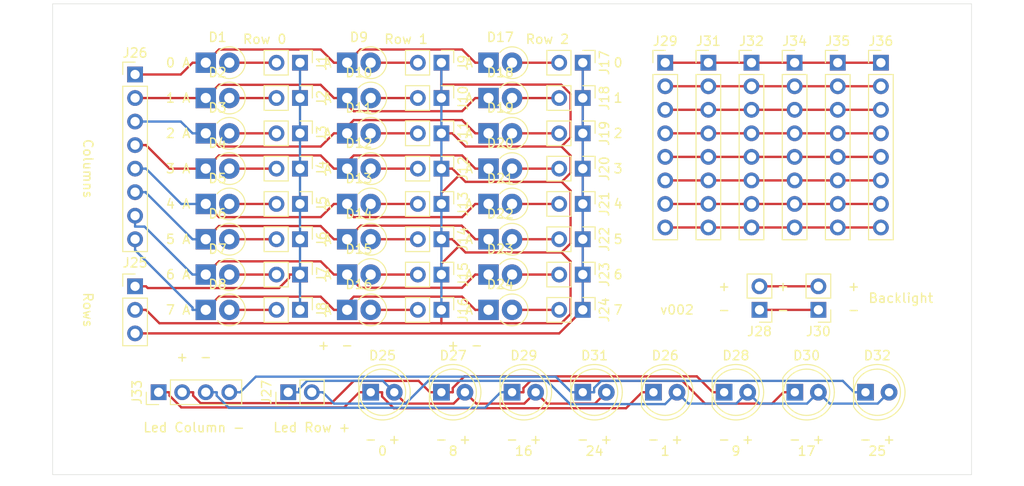
<source format=kicad_pcb>
(kicad_pcb (version 20171130) (host pcbnew "(5.1.2-1)-1")

  (general
    (thickness 1.6)
    (drawings 65)
    (tracks 305)
    (zones 0)
    (modules 72)
    (nets 52)
  )

  (page A4)
  (layers
    (0 F.Cu signal)
    (31 B.Cu signal)
    (32 B.Adhes user)
    (33 F.Adhes user)
    (34 B.Paste user)
    (35 F.Paste user)
    (36 B.SilkS user)
    (37 F.SilkS user)
    (38 B.Mask user)
    (39 F.Mask user)
    (40 Dwgs.User user)
    (41 Cmts.User user)
    (42 Eco1.User user)
    (43 Eco2.User user)
    (44 Edge.Cuts user)
    (45 Margin user)
    (46 B.CrtYd user)
    (47 F.CrtYd user)
    (48 B.Fab user)
    (49 F.Fab user)
  )

  (setup
    (last_trace_width 0.25)
    (trace_clearance 0.2)
    (zone_clearance 0.508)
    (zone_45_only no)
    (trace_min 0.2)
    (via_size 0.8)
    (via_drill 0.4)
    (via_min_size 0.4)
    (via_min_drill 0.3)
    (uvia_size 0.3)
    (uvia_drill 0.1)
    (uvias_allowed no)
    (uvia_min_size 0.2)
    (uvia_min_drill 0.1)
    (edge_width 0.05)
    (segment_width 0.2)
    (pcb_text_width 0.3)
    (pcb_text_size 1.5 1.5)
    (mod_edge_width 0.12)
    (mod_text_size 1 1)
    (mod_text_width 0.15)
    (pad_size 1.524 1.524)
    (pad_drill 0.762)
    (pad_to_mask_clearance 0.051)
    (solder_mask_min_width 0.25)
    (aux_axis_origin 0 0)
    (visible_elements FFFFEF7F)
    (pcbplotparams
      (layerselection 0x010fc_ffffffff)
      (usegerberextensions false)
      (usegerberattributes false)
      (usegerberadvancedattributes false)
      (creategerberjobfile false)
      (excludeedgelayer true)
      (linewidth 0.100000)
      (plotframeref false)
      (viasonmask false)
      (mode 1)
      (useauxorigin false)
      (hpglpennumber 1)
      (hpglpenspeed 20)
      (hpglpendiameter 15.000000)
      (psnegative false)
      (psa4output false)
      (plotreference true)
      (plotvalue true)
      (plotinvisibletext false)
      (padsonsilk false)
      (subtractmaskfromsilk false)
      (outputformat 1)
      (mirror false)
      (drillshape 0)
      (scaleselection 1)
      (outputdirectory ""))
  )

  (net 0 "")
  (net 1 "Net-(D1-Pad2)")
  (net 2 /Row0)
  (net 3 "Net-(D2-Pad2)")
  (net 4 /Row1)
  (net 5 "Net-(D3-Pad2)")
  (net 6 /Row2)
  (net 7 "Net-(D4-Pad2)")
  (net 8 /Row3)
  (net 9 "Net-(D5-Pad2)")
  (net 10 /Row4)
  (net 11 "Net-(D6-Pad2)")
  (net 12 /Row5)
  (net 13 "Net-(D7-Pad2)")
  (net 14 /Row6)
  (net 15 "Net-(D8-Pad2)")
  (net 16 /Row7)
  (net 17 "Net-(D9-Pad2)")
  (net 18 "Net-(D10-Pad2)")
  (net 19 "Net-(D11-Pad2)")
  (net 20 "Net-(D12-Pad2)")
  (net 21 "Net-(D13-Pad2)")
  (net 22 "Net-(D14-Pad2)")
  (net 23 "Net-(D15-Pad2)")
  (net 24 "Net-(D16-Pad2)")
  (net 25 "Net-(D17-Pad2)")
  (net 26 "Net-(D18-Pad2)")
  (net 27 "Net-(D19-Pad2)")
  (net 28 "Net-(D20-Pad2)")
  (net 29 "Net-(D21-Pad2)")
  (net 30 "Net-(D22-Pad2)")
  (net 31 "Net-(D23-Pad2)")
  (net 32 "Net-(D24-Pad2)")
  (net 33 "Net-(D25-Pad2)")
  (net 34 "Net-(D26-Pad2)")
  (net 35 /Col0)
  (net 36 /Col1)
  (net 37 /Col2)
  (net 38 /Spare7)
  (net 39 /Spare6)
  (net 40 /Spare5)
  (net 41 /Spare4)
  (net 42 /Spare3)
  (net 43 /Spare2)
  (net 44 /Spare1)
  (net 45 /Spare0)
  (net 46 "Net-(D25-Pad1)")
  (net 47 "Net-(D29-Pad1)")
  (net 48 "Net-(J28-Pad2)")
  (net 49 "Net-(J28-Pad1)")
  (net 50 "Net-(D27-Pad1)")
  (net 51 "Net-(D31-Pad1)")

  (net_class Default "This is the default net class."
    (clearance 0.2)
    (trace_width 0.25)
    (via_dia 0.8)
    (via_drill 0.4)
    (uvia_dia 0.3)
    (uvia_drill 0.1)
    (add_net /Col0)
    (add_net /Col1)
    (add_net /Col2)
    (add_net /Row0)
    (add_net /Row1)
    (add_net /Row2)
    (add_net /Row3)
    (add_net /Row4)
    (add_net /Row5)
    (add_net /Row6)
    (add_net /Row7)
    (add_net /Spare0)
    (add_net /Spare1)
    (add_net /Spare2)
    (add_net /Spare3)
    (add_net /Spare4)
    (add_net /Spare5)
    (add_net /Spare6)
    (add_net /Spare7)
    (add_net "Net-(D1-Pad2)")
    (add_net "Net-(D10-Pad2)")
    (add_net "Net-(D11-Pad2)")
    (add_net "Net-(D12-Pad2)")
    (add_net "Net-(D13-Pad2)")
    (add_net "Net-(D14-Pad2)")
    (add_net "Net-(D15-Pad2)")
    (add_net "Net-(D16-Pad2)")
    (add_net "Net-(D17-Pad2)")
    (add_net "Net-(D18-Pad2)")
    (add_net "Net-(D19-Pad2)")
    (add_net "Net-(D2-Pad2)")
    (add_net "Net-(D20-Pad2)")
    (add_net "Net-(D21-Pad2)")
    (add_net "Net-(D22-Pad2)")
    (add_net "Net-(D23-Pad2)")
    (add_net "Net-(D24-Pad2)")
    (add_net "Net-(D25-Pad1)")
    (add_net "Net-(D25-Pad2)")
    (add_net "Net-(D26-Pad2)")
    (add_net "Net-(D27-Pad1)")
    (add_net "Net-(D29-Pad1)")
    (add_net "Net-(D3-Pad2)")
    (add_net "Net-(D31-Pad1)")
    (add_net "Net-(D4-Pad2)")
    (add_net "Net-(D5-Pad2)")
    (add_net "Net-(D6-Pad2)")
    (add_net "Net-(D7-Pad2)")
    (add_net "Net-(D8-Pad2)")
    (add_net "Net-(D9-Pad2)")
    (add_net "Net-(J28-Pad1)")
    (add_net "Net-(J28-Pad2)")
  )

  (module MountingHole:MountingHole_3.2mm_M3 (layer F.Cu) (tedit 56D1B4CB) (tstamp 5D307E56)
    (at 50.8 86.36)
    (descr "Mounting Hole 3.2mm, no annular, M3")
    (tags "mounting hole 3.2mm no annular m3")
    (attr virtual)
    (fp_text reference MH3 (at 0 -4.2) (layer F.SilkS) hide
      (effects (font (size 1 1) (thickness 0.15)))
    )
    (fp_text value MountingHole_3.2mm_M3 (at 0 4.2) (layer F.Fab)
      (effects (font (size 1 1) (thickness 0.15)))
    )
    (fp_circle (center 0 0) (end 3.45 0) (layer F.CrtYd) (width 0.05))
    (fp_circle (center 0 0) (end 3.2 0) (layer Cmts.User) (width 0.15))
    (fp_text user %R (at 0.3 0) (layer F.Fab)
      (effects (font (size 1 1) (thickness 0.15)))
    )
    (pad 1 np_thru_hole circle (at 0 0) (size 3.2 3.2) (drill 3.2) (layers *.Cu *.Mask))
  )

  (module MountingHole:MountingHole_3.2mm_M3 (layer F.Cu) (tedit 56D1B4CB) (tstamp 5D307E48)
    (at 50.8 43.18)
    (descr "Mounting Hole 3.2mm, no annular, M3")
    (tags "mounting hole 3.2mm no annular m3")
    (attr virtual)
    (fp_text reference MH1 (at 0 -4.2) (layer F.SilkS) hide
      (effects (font (size 1 1) (thickness 0.15)))
    )
    (fp_text value MountingHole_3.2mm_M3 (at 0 4.2) (layer F.Fab)
      (effects (font (size 1 1) (thickness 0.15)))
    )
    (fp_text user %R (at 0.3 0) (layer F.Fab)
      (effects (font (size 1 1) (thickness 0.15)))
    )
    (fp_circle (center 0 0) (end 3.2 0) (layer Cmts.User) (width 0.15))
    (fp_circle (center 0 0) (end 3.45 0) (layer F.CrtYd) (width 0.05))
    (pad 1 np_thru_hole circle (at 0 0) (size 3.2 3.2) (drill 3.2) (layers *.Cu *.Mask))
  )

  (module MountingHole:MountingHole_3.2mm_M3 (layer F.Cu) (tedit 56D1B4CB) (tstamp 5D307E21)
    (at 142.24 86.36)
    (descr "Mounting Hole 3.2mm, no annular, M3")
    (tags "mounting hole 3.2mm no annular m3")
    (attr virtual)
    (fp_text reference MH4 (at 0 -4.2) (layer F.SilkS) hide
      (effects (font (size 1 1) (thickness 0.15)))
    )
    (fp_text value MountingHole_3.2mm_M3 (at 0 4.2) (layer F.Fab)
      (effects (font (size 1 1) (thickness 0.15)))
    )
    (fp_text user %R (at 0.3 0) (layer F.Fab)
      (effects (font (size 1 1) (thickness 0.15)))
    )
    (fp_circle (center 0 0) (end 3.2 0) (layer Cmts.User) (width 0.15))
    (fp_circle (center 0 0) (end 3.45 0) (layer F.CrtYd) (width 0.05))
    (pad 1 np_thru_hole circle (at 0 0) (size 3.2 3.2) (drill 3.2) (layers *.Cu *.Mask))
  )

  (module MountingHole:MountingHole_3.2mm_M3 (layer F.Cu) (tedit 56D1B4CB) (tstamp 5D307E1F)
    (at 142.24 43.18)
    (descr "Mounting Hole 3.2mm, no annular, M3")
    (tags "mounting hole 3.2mm no annular m3")
    (attr virtual)
    (fp_text reference MH2 (at 0 -4.2) (layer F.SilkS) hide
      (effects (font (size 1 1) (thickness 0.15)))
    )
    (fp_text value MountingHole_3.2mm_M3 (at 0 4.2) (layer F.Fab)
      (effects (font (size 1 1) (thickness 0.15)))
    )
    (fp_circle (center 0 0) (end 3.45 0) (layer F.CrtYd) (width 0.05))
    (fp_circle (center 0 0) (end 3.2 0) (layer Cmts.User) (width 0.15))
    (fp_text user %R (at 0.3 0) (layer F.Fab)
      (effects (font (size 1 1) (thickness 0.15)))
    )
    (pad 1 np_thru_hole circle (at 0 0) (size 3.2 3.2) (drill 3.2) (layers *.Cu *.Mask))
  )

  (module Connector_PinHeader_2.54mm:PinHeader_1x08_P2.54mm_Vertical (layer F.Cu) (tedit 59FED5CC) (tstamp 5D30194D)
    (at 136.28 45.72)
    (descr "Through hole straight pin header, 1x08, 2.54mm pitch, single row")
    (tags "Through hole pin header THT 1x08 2.54mm single row")
    (path /5D67C2C6)
    (fp_text reference J36 (at 0 -2.33) (layer F.SilkS)
      (effects (font (size 1 1) (thickness 0.15)))
    )
    (fp_text value Conn_01x08_Female (at 0 20.11) (layer F.Fab)
      (effects (font (size 1 1) (thickness 0.15)))
    )
    (fp_text user %R (at 0 8.89 90) (layer F.Fab)
      (effects (font (size 1 1) (thickness 0.15)))
    )
    (fp_line (start 1.8 -1.8) (end -1.8 -1.8) (layer F.CrtYd) (width 0.05))
    (fp_line (start 1.8 19.55) (end 1.8 -1.8) (layer F.CrtYd) (width 0.05))
    (fp_line (start -1.8 19.55) (end 1.8 19.55) (layer F.CrtYd) (width 0.05))
    (fp_line (start -1.8 -1.8) (end -1.8 19.55) (layer F.CrtYd) (width 0.05))
    (fp_line (start -1.33 -1.33) (end 0 -1.33) (layer F.SilkS) (width 0.12))
    (fp_line (start -1.33 0) (end -1.33 -1.33) (layer F.SilkS) (width 0.12))
    (fp_line (start -1.33 1.27) (end 1.33 1.27) (layer F.SilkS) (width 0.12))
    (fp_line (start 1.33 1.27) (end 1.33 19.11) (layer F.SilkS) (width 0.12))
    (fp_line (start -1.33 1.27) (end -1.33 19.11) (layer F.SilkS) (width 0.12))
    (fp_line (start -1.33 19.11) (end 1.33 19.11) (layer F.SilkS) (width 0.12))
    (fp_line (start -1.27 -0.635) (end -0.635 -1.27) (layer F.Fab) (width 0.1))
    (fp_line (start -1.27 19.05) (end -1.27 -0.635) (layer F.Fab) (width 0.1))
    (fp_line (start 1.27 19.05) (end -1.27 19.05) (layer F.Fab) (width 0.1))
    (fp_line (start 1.27 -1.27) (end 1.27 19.05) (layer F.Fab) (width 0.1))
    (fp_line (start -0.635 -1.27) (end 1.27 -1.27) (layer F.Fab) (width 0.1))
    (pad 8 thru_hole oval (at 0 17.78) (size 1.7 1.7) (drill 1) (layers *.Cu *.Mask)
      (net 38 /Spare7))
    (pad 7 thru_hole oval (at 0 15.24) (size 1.7 1.7) (drill 1) (layers *.Cu *.Mask)
      (net 39 /Spare6))
    (pad 6 thru_hole oval (at 0 12.7) (size 1.7 1.7) (drill 1) (layers *.Cu *.Mask)
      (net 40 /Spare5))
    (pad 5 thru_hole oval (at 0 10.16) (size 1.7 1.7) (drill 1) (layers *.Cu *.Mask)
      (net 41 /Spare4))
    (pad 4 thru_hole oval (at 0 7.62) (size 1.7 1.7) (drill 1) (layers *.Cu *.Mask)
      (net 42 /Spare3))
    (pad 3 thru_hole oval (at 0 5.08) (size 1.7 1.7) (drill 1) (layers *.Cu *.Mask)
      (net 43 /Spare2))
    (pad 2 thru_hole oval (at 0 2.54) (size 1.7 1.7) (drill 1) (layers *.Cu *.Mask)
      (net 44 /Spare1))
    (pad 1 thru_hole rect (at 0 0) (size 1.7 1.7) (drill 1) (layers *.Cu *.Mask)
      (net 45 /Spare0))
    (model ${KISYS3DMOD}/Connector_PinHeader_2.54mm.3dshapes/PinHeader_1x08_P2.54mm_Vertical.wrl
      (at (xyz 0 0 0))
      (scale (xyz 1 1 1))
      (rotate (xyz 0 0 0))
    )
  )

  (module Connector_PinHeader_2.54mm:PinHeader_1x08_P2.54mm_Vertical (layer F.Cu) (tedit 59FED5CC) (tstamp 5D301931)
    (at 131.63 45.72)
    (descr "Through hole straight pin header, 1x08, 2.54mm pitch, single row")
    (tags "Through hole pin header THT 1x08 2.54mm single row")
    (path /5D672CBA)
    (fp_text reference J35 (at 0 -2.33) (layer F.SilkS)
      (effects (font (size 1 1) (thickness 0.15)))
    )
    (fp_text value Conn_01x08_Female (at 0 20.11) (layer F.Fab)
      (effects (font (size 1 1) (thickness 0.15)))
    )
    (fp_text user %R (at 0 8.89 90) (layer F.Fab)
      (effects (font (size 1 1) (thickness 0.15)))
    )
    (fp_line (start 1.8 -1.8) (end -1.8 -1.8) (layer F.CrtYd) (width 0.05))
    (fp_line (start 1.8 19.55) (end 1.8 -1.8) (layer F.CrtYd) (width 0.05))
    (fp_line (start -1.8 19.55) (end 1.8 19.55) (layer F.CrtYd) (width 0.05))
    (fp_line (start -1.8 -1.8) (end -1.8 19.55) (layer F.CrtYd) (width 0.05))
    (fp_line (start -1.33 -1.33) (end 0 -1.33) (layer F.SilkS) (width 0.12))
    (fp_line (start -1.33 0) (end -1.33 -1.33) (layer F.SilkS) (width 0.12))
    (fp_line (start -1.33 1.27) (end 1.33 1.27) (layer F.SilkS) (width 0.12))
    (fp_line (start 1.33 1.27) (end 1.33 19.11) (layer F.SilkS) (width 0.12))
    (fp_line (start -1.33 1.27) (end -1.33 19.11) (layer F.SilkS) (width 0.12))
    (fp_line (start -1.33 19.11) (end 1.33 19.11) (layer F.SilkS) (width 0.12))
    (fp_line (start -1.27 -0.635) (end -0.635 -1.27) (layer F.Fab) (width 0.1))
    (fp_line (start -1.27 19.05) (end -1.27 -0.635) (layer F.Fab) (width 0.1))
    (fp_line (start 1.27 19.05) (end -1.27 19.05) (layer F.Fab) (width 0.1))
    (fp_line (start 1.27 -1.27) (end 1.27 19.05) (layer F.Fab) (width 0.1))
    (fp_line (start -0.635 -1.27) (end 1.27 -1.27) (layer F.Fab) (width 0.1))
    (pad 8 thru_hole oval (at 0 17.78) (size 1.7 1.7) (drill 1) (layers *.Cu *.Mask)
      (net 38 /Spare7))
    (pad 7 thru_hole oval (at 0 15.24) (size 1.7 1.7) (drill 1) (layers *.Cu *.Mask)
      (net 39 /Spare6))
    (pad 6 thru_hole oval (at 0 12.7) (size 1.7 1.7) (drill 1) (layers *.Cu *.Mask)
      (net 40 /Spare5))
    (pad 5 thru_hole oval (at 0 10.16) (size 1.7 1.7) (drill 1) (layers *.Cu *.Mask)
      (net 41 /Spare4))
    (pad 4 thru_hole oval (at 0 7.62) (size 1.7 1.7) (drill 1) (layers *.Cu *.Mask)
      (net 42 /Spare3))
    (pad 3 thru_hole oval (at 0 5.08) (size 1.7 1.7) (drill 1) (layers *.Cu *.Mask)
      (net 43 /Spare2))
    (pad 2 thru_hole oval (at 0 2.54) (size 1.7 1.7) (drill 1) (layers *.Cu *.Mask)
      (net 44 /Spare1))
    (pad 1 thru_hole rect (at 0 0) (size 1.7 1.7) (drill 1) (layers *.Cu *.Mask)
      (net 45 /Spare0))
    (model ${KISYS3DMOD}/Connector_PinHeader_2.54mm.3dshapes/PinHeader_1x08_P2.54mm_Vertical.wrl
      (at (xyz 0 0 0))
      (scale (xyz 1 1 1))
      (rotate (xyz 0 0 0))
    )
  )

  (module Connector_PinHeader_2.54mm:PinHeader_1x08_P2.54mm_Vertical (layer F.Cu) (tedit 59FED5CC) (tstamp 5D3018E7)
    (at 126.98 45.72)
    (descr "Through hole straight pin header, 1x08, 2.54mm pitch, single row")
    (tags "Through hole pin header THT 1x08 2.54mm single row")
    (path /5D6B37F8)
    (fp_text reference J34 (at 0 -2.33) (layer F.SilkS)
      (effects (font (size 1 1) (thickness 0.15)))
    )
    (fp_text value Conn_01x08_Female (at 0 20.11) (layer F.Fab)
      (effects (font (size 1 1) (thickness 0.15)))
    )
    (fp_text user %R (at 0 8.89 90) (layer F.Fab)
      (effects (font (size 1 1) (thickness 0.15)))
    )
    (fp_line (start 1.8 -1.8) (end -1.8 -1.8) (layer F.CrtYd) (width 0.05))
    (fp_line (start 1.8 19.55) (end 1.8 -1.8) (layer F.CrtYd) (width 0.05))
    (fp_line (start -1.8 19.55) (end 1.8 19.55) (layer F.CrtYd) (width 0.05))
    (fp_line (start -1.8 -1.8) (end -1.8 19.55) (layer F.CrtYd) (width 0.05))
    (fp_line (start -1.33 -1.33) (end 0 -1.33) (layer F.SilkS) (width 0.12))
    (fp_line (start -1.33 0) (end -1.33 -1.33) (layer F.SilkS) (width 0.12))
    (fp_line (start -1.33 1.27) (end 1.33 1.27) (layer F.SilkS) (width 0.12))
    (fp_line (start 1.33 1.27) (end 1.33 19.11) (layer F.SilkS) (width 0.12))
    (fp_line (start -1.33 1.27) (end -1.33 19.11) (layer F.SilkS) (width 0.12))
    (fp_line (start -1.33 19.11) (end 1.33 19.11) (layer F.SilkS) (width 0.12))
    (fp_line (start -1.27 -0.635) (end -0.635 -1.27) (layer F.Fab) (width 0.1))
    (fp_line (start -1.27 19.05) (end -1.27 -0.635) (layer F.Fab) (width 0.1))
    (fp_line (start 1.27 19.05) (end -1.27 19.05) (layer F.Fab) (width 0.1))
    (fp_line (start 1.27 -1.27) (end 1.27 19.05) (layer F.Fab) (width 0.1))
    (fp_line (start -0.635 -1.27) (end 1.27 -1.27) (layer F.Fab) (width 0.1))
    (pad 8 thru_hole oval (at 0 17.78) (size 1.7 1.7) (drill 1) (layers *.Cu *.Mask)
      (net 38 /Spare7))
    (pad 7 thru_hole oval (at 0 15.24) (size 1.7 1.7) (drill 1) (layers *.Cu *.Mask)
      (net 39 /Spare6))
    (pad 6 thru_hole oval (at 0 12.7) (size 1.7 1.7) (drill 1) (layers *.Cu *.Mask)
      (net 40 /Spare5))
    (pad 5 thru_hole oval (at 0 10.16) (size 1.7 1.7) (drill 1) (layers *.Cu *.Mask)
      (net 41 /Spare4))
    (pad 4 thru_hole oval (at 0 7.62) (size 1.7 1.7) (drill 1) (layers *.Cu *.Mask)
      (net 42 /Spare3))
    (pad 3 thru_hole oval (at 0 5.08) (size 1.7 1.7) (drill 1) (layers *.Cu *.Mask)
      (net 43 /Spare2))
    (pad 2 thru_hole oval (at 0 2.54) (size 1.7 1.7) (drill 1) (layers *.Cu *.Mask)
      (net 44 /Spare1))
    (pad 1 thru_hole rect (at 0 0) (size 1.7 1.7) (drill 1) (layers *.Cu *.Mask)
      (net 45 /Spare0))
    (model ${KISYS3DMOD}/Connector_PinHeader_2.54mm.3dshapes/PinHeader_1x08_P2.54mm_Vertical.wrl
      (at (xyz 0 0 0))
      (scale (xyz 1 1 1))
      (rotate (xyz 0 0 0))
    )
  )

  (module Connector_PinHeader_2.54mm:PinHeader_1x08_P2.54mm_Vertical (layer F.Cu) (tedit 59FED5CC) (tstamp 5D3018CB)
    (at 122.33 45.72)
    (descr "Through hole straight pin header, 1x08, 2.54mm pitch, single row")
    (tags "Through hole pin header THT 1x08 2.54mm single row")
    (path /5D6B37E6)
    (fp_text reference J32 (at 0 -2.33) (layer F.SilkS)
      (effects (font (size 1 1) (thickness 0.15)))
    )
    (fp_text value Conn_01x08_Female (at 0 20.11) (layer F.Fab)
      (effects (font (size 1 1) (thickness 0.15)))
    )
    (fp_text user %R (at 0 8.89 90) (layer F.Fab)
      (effects (font (size 1 1) (thickness 0.15)))
    )
    (fp_line (start 1.8 -1.8) (end -1.8 -1.8) (layer F.CrtYd) (width 0.05))
    (fp_line (start 1.8 19.55) (end 1.8 -1.8) (layer F.CrtYd) (width 0.05))
    (fp_line (start -1.8 19.55) (end 1.8 19.55) (layer F.CrtYd) (width 0.05))
    (fp_line (start -1.8 -1.8) (end -1.8 19.55) (layer F.CrtYd) (width 0.05))
    (fp_line (start -1.33 -1.33) (end 0 -1.33) (layer F.SilkS) (width 0.12))
    (fp_line (start -1.33 0) (end -1.33 -1.33) (layer F.SilkS) (width 0.12))
    (fp_line (start -1.33 1.27) (end 1.33 1.27) (layer F.SilkS) (width 0.12))
    (fp_line (start 1.33 1.27) (end 1.33 19.11) (layer F.SilkS) (width 0.12))
    (fp_line (start -1.33 1.27) (end -1.33 19.11) (layer F.SilkS) (width 0.12))
    (fp_line (start -1.33 19.11) (end 1.33 19.11) (layer F.SilkS) (width 0.12))
    (fp_line (start -1.27 -0.635) (end -0.635 -1.27) (layer F.Fab) (width 0.1))
    (fp_line (start -1.27 19.05) (end -1.27 -0.635) (layer F.Fab) (width 0.1))
    (fp_line (start 1.27 19.05) (end -1.27 19.05) (layer F.Fab) (width 0.1))
    (fp_line (start 1.27 -1.27) (end 1.27 19.05) (layer F.Fab) (width 0.1))
    (fp_line (start -0.635 -1.27) (end 1.27 -1.27) (layer F.Fab) (width 0.1))
    (pad 8 thru_hole oval (at 0 17.78) (size 1.7 1.7) (drill 1) (layers *.Cu *.Mask)
      (net 38 /Spare7))
    (pad 7 thru_hole oval (at 0 15.24) (size 1.7 1.7) (drill 1) (layers *.Cu *.Mask)
      (net 39 /Spare6))
    (pad 6 thru_hole oval (at 0 12.7) (size 1.7 1.7) (drill 1) (layers *.Cu *.Mask)
      (net 40 /Spare5))
    (pad 5 thru_hole oval (at 0 10.16) (size 1.7 1.7) (drill 1) (layers *.Cu *.Mask)
      (net 41 /Spare4))
    (pad 4 thru_hole oval (at 0 7.62) (size 1.7 1.7) (drill 1) (layers *.Cu *.Mask)
      (net 42 /Spare3))
    (pad 3 thru_hole oval (at 0 5.08) (size 1.7 1.7) (drill 1) (layers *.Cu *.Mask)
      (net 43 /Spare2))
    (pad 2 thru_hole oval (at 0 2.54) (size 1.7 1.7) (drill 1) (layers *.Cu *.Mask)
      (net 44 /Spare1))
    (pad 1 thru_hole rect (at 0 0) (size 1.7 1.7) (drill 1) (layers *.Cu *.Mask)
      (net 45 /Spare0))
    (model ${KISYS3DMOD}/Connector_PinHeader_2.54mm.3dshapes/PinHeader_1x08_P2.54mm_Vertical.wrl
      (at (xyz 0 0 0))
      (scale (xyz 1 1 1))
      (rotate (xyz 0 0 0))
    )
  )

  (module Connector_PinHeader_2.54mm:PinHeader_1x08_P2.54mm_Vertical (layer F.Cu) (tedit 59FED5CC) (tstamp 5D3018AF)
    (at 117.68 45.72)
    (descr "Through hole straight pin header, 1x08, 2.54mm pitch, single row")
    (tags "Through hole pin header THT 1x08 2.54mm single row")
    (path /5D6B37D4)
    (fp_text reference J31 (at 0 -2.33) (layer F.SilkS)
      (effects (font (size 1 1) (thickness 0.15)))
    )
    (fp_text value Conn_01x08_Female (at 0 20.11) (layer F.Fab)
      (effects (font (size 1 1) (thickness 0.15)))
    )
    (fp_text user %R (at 0 8.89 90) (layer F.Fab)
      (effects (font (size 1 1) (thickness 0.15)))
    )
    (fp_line (start 1.8 -1.8) (end -1.8 -1.8) (layer F.CrtYd) (width 0.05))
    (fp_line (start 1.8 19.55) (end 1.8 -1.8) (layer F.CrtYd) (width 0.05))
    (fp_line (start -1.8 19.55) (end 1.8 19.55) (layer F.CrtYd) (width 0.05))
    (fp_line (start -1.8 -1.8) (end -1.8 19.55) (layer F.CrtYd) (width 0.05))
    (fp_line (start -1.33 -1.33) (end 0 -1.33) (layer F.SilkS) (width 0.12))
    (fp_line (start -1.33 0) (end -1.33 -1.33) (layer F.SilkS) (width 0.12))
    (fp_line (start -1.33 1.27) (end 1.33 1.27) (layer F.SilkS) (width 0.12))
    (fp_line (start 1.33 1.27) (end 1.33 19.11) (layer F.SilkS) (width 0.12))
    (fp_line (start -1.33 1.27) (end -1.33 19.11) (layer F.SilkS) (width 0.12))
    (fp_line (start -1.33 19.11) (end 1.33 19.11) (layer F.SilkS) (width 0.12))
    (fp_line (start -1.27 -0.635) (end -0.635 -1.27) (layer F.Fab) (width 0.1))
    (fp_line (start -1.27 19.05) (end -1.27 -0.635) (layer F.Fab) (width 0.1))
    (fp_line (start 1.27 19.05) (end -1.27 19.05) (layer F.Fab) (width 0.1))
    (fp_line (start 1.27 -1.27) (end 1.27 19.05) (layer F.Fab) (width 0.1))
    (fp_line (start -0.635 -1.27) (end 1.27 -1.27) (layer F.Fab) (width 0.1))
    (pad 8 thru_hole oval (at 0 17.78) (size 1.7 1.7) (drill 1) (layers *.Cu *.Mask)
      (net 38 /Spare7))
    (pad 7 thru_hole oval (at 0 15.24) (size 1.7 1.7) (drill 1) (layers *.Cu *.Mask)
      (net 39 /Spare6))
    (pad 6 thru_hole oval (at 0 12.7) (size 1.7 1.7) (drill 1) (layers *.Cu *.Mask)
      (net 40 /Spare5))
    (pad 5 thru_hole oval (at 0 10.16) (size 1.7 1.7) (drill 1) (layers *.Cu *.Mask)
      (net 41 /Spare4))
    (pad 4 thru_hole oval (at 0 7.62) (size 1.7 1.7) (drill 1) (layers *.Cu *.Mask)
      (net 42 /Spare3))
    (pad 3 thru_hole oval (at 0 5.08) (size 1.7 1.7) (drill 1) (layers *.Cu *.Mask)
      (net 43 /Spare2))
    (pad 2 thru_hole oval (at 0 2.54) (size 1.7 1.7) (drill 1) (layers *.Cu *.Mask)
      (net 44 /Spare1))
    (pad 1 thru_hole rect (at 0 0) (size 1.7 1.7) (drill 1) (layers *.Cu *.Mask)
      (net 45 /Spare0))
    (model ${KISYS3DMOD}/Connector_PinHeader_2.54mm.3dshapes/PinHeader_1x08_P2.54mm_Vertical.wrl
      (at (xyz 0 0 0))
      (scale (xyz 1 1 1))
      (rotate (xyz 0 0 0))
    )
  )

  (module Connector_PinHeader_2.54mm:PinHeader_1x08_P2.54mm_Vertical (layer F.Cu) (tedit 59FED5CC) (tstamp 5D301869)
    (at 113.03 45.72)
    (descr "Through hole straight pin header, 1x08, 2.54mm pitch, single row")
    (tags "Through hole pin header THT 1x08 2.54mm single row")
    (path /5D6B37C2)
    (fp_text reference J29 (at 0 -2.33) (layer F.SilkS)
      (effects (font (size 1 1) (thickness 0.15)))
    )
    (fp_text value Conn_01x08_Female (at 0 20.11) (layer F.Fab)
      (effects (font (size 1 1) (thickness 0.15)))
    )
    (fp_text user %R (at 0 8.89 90) (layer F.Fab)
      (effects (font (size 1 1) (thickness 0.15)))
    )
    (fp_line (start 1.8 -1.8) (end -1.8 -1.8) (layer F.CrtYd) (width 0.05))
    (fp_line (start 1.8 19.55) (end 1.8 -1.8) (layer F.CrtYd) (width 0.05))
    (fp_line (start -1.8 19.55) (end 1.8 19.55) (layer F.CrtYd) (width 0.05))
    (fp_line (start -1.8 -1.8) (end -1.8 19.55) (layer F.CrtYd) (width 0.05))
    (fp_line (start -1.33 -1.33) (end 0 -1.33) (layer F.SilkS) (width 0.12))
    (fp_line (start -1.33 0) (end -1.33 -1.33) (layer F.SilkS) (width 0.12))
    (fp_line (start -1.33 1.27) (end 1.33 1.27) (layer F.SilkS) (width 0.12))
    (fp_line (start 1.33 1.27) (end 1.33 19.11) (layer F.SilkS) (width 0.12))
    (fp_line (start -1.33 1.27) (end -1.33 19.11) (layer F.SilkS) (width 0.12))
    (fp_line (start -1.33 19.11) (end 1.33 19.11) (layer F.SilkS) (width 0.12))
    (fp_line (start -1.27 -0.635) (end -0.635 -1.27) (layer F.Fab) (width 0.1))
    (fp_line (start -1.27 19.05) (end -1.27 -0.635) (layer F.Fab) (width 0.1))
    (fp_line (start 1.27 19.05) (end -1.27 19.05) (layer F.Fab) (width 0.1))
    (fp_line (start 1.27 -1.27) (end 1.27 19.05) (layer F.Fab) (width 0.1))
    (fp_line (start -0.635 -1.27) (end 1.27 -1.27) (layer F.Fab) (width 0.1))
    (pad 8 thru_hole oval (at 0 17.78) (size 1.7 1.7) (drill 1) (layers *.Cu *.Mask)
      (net 38 /Spare7))
    (pad 7 thru_hole oval (at 0 15.24) (size 1.7 1.7) (drill 1) (layers *.Cu *.Mask)
      (net 39 /Spare6))
    (pad 6 thru_hole oval (at 0 12.7) (size 1.7 1.7) (drill 1) (layers *.Cu *.Mask)
      (net 40 /Spare5))
    (pad 5 thru_hole oval (at 0 10.16) (size 1.7 1.7) (drill 1) (layers *.Cu *.Mask)
      (net 41 /Spare4))
    (pad 4 thru_hole oval (at 0 7.62) (size 1.7 1.7) (drill 1) (layers *.Cu *.Mask)
      (net 42 /Spare3))
    (pad 3 thru_hole oval (at 0 5.08) (size 1.7 1.7) (drill 1) (layers *.Cu *.Mask)
      (net 43 /Spare2))
    (pad 2 thru_hole oval (at 0 2.54) (size 1.7 1.7) (drill 1) (layers *.Cu *.Mask)
      (net 44 /Spare1))
    (pad 1 thru_hole rect (at 0 0) (size 1.7 1.7) (drill 1) (layers *.Cu *.Mask)
      (net 45 /Spare0))
    (model ${KISYS3DMOD}/Connector_PinHeader_2.54mm.3dshapes/PinHeader_1x08_P2.54mm_Vertical.wrl
      (at (xyz 0 0 0))
      (scale (xyz 1 1 1))
      (rotate (xyz 0 0 0))
    )
  )

  (module Connector_PinHeader_2.54mm:PinHeader_1x03_P2.54mm_Vertical (layer F.Cu) (tedit 59FED5CC) (tstamp 5D2F40FA)
    (at 55.88 69.85)
    (descr "Through hole straight pin header, 1x03, 2.54mm pitch, single row")
    (tags "Through hole pin header THT 1x03 2.54mm single row")
    (path /5D27FA24)
    (fp_text reference J25 (at 0 -2.54) (layer F.SilkS)
      (effects (font (size 1 1) (thickness 0.15)))
    )
    (fp_text value Conn_01x11 (at 0 7.41) (layer F.Fab)
      (effects (font (size 1 1) (thickness 0.15)))
    )
    (fp_text user %R (at 0 2.54 90) (layer F.Fab)
      (effects (font (size 1 1) (thickness 0.15)))
    )
    (fp_line (start 1.8 -1.8) (end -1.8 -1.8) (layer F.CrtYd) (width 0.05))
    (fp_line (start 1.8 6.85) (end 1.8 -1.8) (layer F.CrtYd) (width 0.05))
    (fp_line (start -1.8 6.85) (end 1.8 6.85) (layer F.CrtYd) (width 0.05))
    (fp_line (start -1.8 -1.8) (end -1.8 6.85) (layer F.CrtYd) (width 0.05))
    (fp_line (start -1.33 -1.33) (end 0 -1.33) (layer F.SilkS) (width 0.12))
    (fp_line (start -1.33 0) (end -1.33 -1.33) (layer F.SilkS) (width 0.12))
    (fp_line (start -1.33 1.27) (end 1.33 1.27) (layer F.SilkS) (width 0.12))
    (fp_line (start 1.33 1.27) (end 1.33 6.41) (layer F.SilkS) (width 0.12))
    (fp_line (start -1.33 1.27) (end -1.33 6.41) (layer F.SilkS) (width 0.12))
    (fp_line (start -1.33 6.41) (end 1.33 6.41) (layer F.SilkS) (width 0.12))
    (fp_line (start -1.27 -0.635) (end -0.635 -1.27) (layer F.Fab) (width 0.1))
    (fp_line (start -1.27 6.35) (end -1.27 -0.635) (layer F.Fab) (width 0.1))
    (fp_line (start 1.27 6.35) (end -1.27 6.35) (layer F.Fab) (width 0.1))
    (fp_line (start 1.27 -1.27) (end 1.27 6.35) (layer F.Fab) (width 0.1))
    (fp_line (start -0.635 -1.27) (end 1.27 -1.27) (layer F.Fab) (width 0.1))
    (pad 3 thru_hole oval (at 0 5.08) (size 1.7 1.7) (drill 1) (layers *.Cu *.Mask)
      (net 37 /Col2))
    (pad 2 thru_hole oval (at 0 2.54) (size 1.7 1.7) (drill 1) (layers *.Cu *.Mask)
      (net 36 /Col1))
    (pad 1 thru_hole rect (at 0 0) (size 1.7 1.7) (drill 1) (layers *.Cu *.Mask)
      (net 35 /Col0))
    (model ${KISYS3DMOD}/Connector_PinHeader_2.54mm.3dshapes/PinHeader_1x03_P2.54mm_Vertical.wrl
      (at (xyz 0 0 0))
      (scale (xyz 1 1 1))
      (rotate (xyz 0 0 0))
    )
  )

  (module Connector_PinHeader_2.54mm:PinHeader_1x04_P2.54mm_Vertical (layer F.Cu) (tedit 59FED5CC) (tstamp 5D2FC048)
    (at 58.42 81.28 90)
    (descr "Through hole straight pin header, 1x04, 2.54mm pitch, single row")
    (tags "Through hole pin header THT 1x04 2.54mm single row")
    (path /5D5F0A6B)
    (fp_text reference J33 (at 0 -2.33 90) (layer F.SilkS)
      (effects (font (size 1 1) (thickness 0.15)))
    )
    (fp_text value Conn_01x04_Female (at 0 9.95 90) (layer F.Fab)
      (effects (font (size 1 1) (thickness 0.15)))
    )
    (fp_text user %R (at 0 3.81) (layer F.Fab)
      (effects (font (size 1 1) (thickness 0.15)))
    )
    (fp_line (start 1.8 -1.8) (end -1.8 -1.8) (layer F.CrtYd) (width 0.05))
    (fp_line (start 1.8 9.4) (end 1.8 -1.8) (layer F.CrtYd) (width 0.05))
    (fp_line (start -1.8 9.4) (end 1.8 9.4) (layer F.CrtYd) (width 0.05))
    (fp_line (start -1.8 -1.8) (end -1.8 9.4) (layer F.CrtYd) (width 0.05))
    (fp_line (start -1.33 -1.33) (end 0 -1.33) (layer F.SilkS) (width 0.12))
    (fp_line (start -1.33 0) (end -1.33 -1.33) (layer F.SilkS) (width 0.12))
    (fp_line (start -1.33 1.27) (end 1.33 1.27) (layer F.SilkS) (width 0.12))
    (fp_line (start 1.33 1.27) (end 1.33 8.95) (layer F.SilkS) (width 0.12))
    (fp_line (start -1.33 1.27) (end -1.33 8.95) (layer F.SilkS) (width 0.12))
    (fp_line (start -1.33 8.95) (end 1.33 8.95) (layer F.SilkS) (width 0.12))
    (fp_line (start -1.27 -0.635) (end -0.635 -1.27) (layer F.Fab) (width 0.1))
    (fp_line (start -1.27 8.89) (end -1.27 -0.635) (layer F.Fab) (width 0.1))
    (fp_line (start 1.27 8.89) (end -1.27 8.89) (layer F.Fab) (width 0.1))
    (fp_line (start 1.27 -1.27) (end 1.27 8.89) (layer F.Fab) (width 0.1))
    (fp_line (start -0.635 -1.27) (end 1.27 -1.27) (layer F.Fab) (width 0.1))
    (pad 4 thru_hole oval (at 0 7.62 90) (size 1.7 1.7) (drill 1) (layers *.Cu *.Mask)
      (net 51 "Net-(D31-Pad1)"))
    (pad 3 thru_hole oval (at 0 5.08 90) (size 1.7 1.7) (drill 1) (layers *.Cu *.Mask)
      (net 47 "Net-(D29-Pad1)"))
    (pad 2 thru_hole oval (at 0 2.54 90) (size 1.7 1.7) (drill 1) (layers *.Cu *.Mask)
      (net 50 "Net-(D27-Pad1)"))
    (pad 1 thru_hole rect (at 0 0 90) (size 1.7 1.7) (drill 1) (layers *.Cu *.Mask)
      (net 46 "Net-(D25-Pad1)"))
    (model ${KISYS3DMOD}/Connector_PinHeader_2.54mm.3dshapes/PinHeader_1x04_P2.54mm_Vertical.wrl
      (at (xyz 0 0 0))
      (scale (xyz 1 1 1))
      (rotate (xyz 0 0 0))
    )
  )

  (module Connector_PinHeader_2.54mm:PinHeader_1x02_P2.54mm_Vertical (layer F.Cu) (tedit 59FED5CC) (tstamp 5D2FBF04)
    (at 72.39 81.28 90)
    (descr "Through hole straight pin header, 1x02, 2.54mm pitch, single row")
    (tags "Through hole pin header THT 1x02 2.54mm single row")
    (path /5D5EF305)
    (fp_text reference J27 (at 0 -2.33 90) (layer F.SilkS)
      (effects (font (size 1 1) (thickness 0.15)))
    )
    (fp_text value Conn_01x04_Female (at 0 4.87 90) (layer F.Fab)
      (effects (font (size 1 1) (thickness 0.15)))
    )
    (fp_text user %R (at 0 1.27) (layer F.Fab)
      (effects (font (size 1 1) (thickness 0.15)))
    )
    (fp_line (start 1.8 -1.8) (end -1.8 -1.8) (layer F.CrtYd) (width 0.05))
    (fp_line (start 1.8 4.35) (end 1.8 -1.8) (layer F.CrtYd) (width 0.05))
    (fp_line (start -1.8 4.35) (end 1.8 4.35) (layer F.CrtYd) (width 0.05))
    (fp_line (start -1.8 -1.8) (end -1.8 4.35) (layer F.CrtYd) (width 0.05))
    (fp_line (start -1.33 -1.33) (end 0 -1.33) (layer F.SilkS) (width 0.12))
    (fp_line (start -1.33 0) (end -1.33 -1.33) (layer F.SilkS) (width 0.12))
    (fp_line (start -1.33 1.27) (end 1.33 1.27) (layer F.SilkS) (width 0.12))
    (fp_line (start 1.33 1.27) (end 1.33 3.87) (layer F.SilkS) (width 0.12))
    (fp_line (start -1.33 1.27) (end -1.33 3.87) (layer F.SilkS) (width 0.12))
    (fp_line (start -1.33 3.87) (end 1.33 3.87) (layer F.SilkS) (width 0.12))
    (fp_line (start -1.27 -0.635) (end -0.635 -1.27) (layer F.Fab) (width 0.1))
    (fp_line (start -1.27 3.81) (end -1.27 -0.635) (layer F.Fab) (width 0.1))
    (fp_line (start 1.27 3.81) (end -1.27 3.81) (layer F.Fab) (width 0.1))
    (fp_line (start 1.27 -1.27) (end 1.27 3.81) (layer F.Fab) (width 0.1))
    (fp_line (start -0.635 -1.27) (end 1.27 -1.27) (layer F.Fab) (width 0.1))
    (pad 2 thru_hole oval (at 0 2.54 90) (size 1.7 1.7) (drill 1) (layers *.Cu *.Mask)
      (net 34 "Net-(D26-Pad2)"))
    (pad 1 thru_hole rect (at 0 0 90) (size 1.7 1.7) (drill 1) (layers *.Cu *.Mask)
      (net 33 "Net-(D25-Pad2)"))
    (model ${KISYS3DMOD}/Connector_PinHeader_2.54mm.3dshapes/PinHeader_1x02_P2.54mm_Vertical.wrl
      (at (xyz 0 0 0))
      (scale (xyz 1 1 1))
      (rotate (xyz 0 0 0))
    )
  )

  (module LED_THT:LED_D5.0mm_IRGrey (layer F.Cu) (tedit 5A6C9BB8) (tstamp 5D2FBA9A)
    (at 134.62 81.28)
    (descr "LED, diameter 5.0mm, 2 pins, http://cdn-reichelt.de/documents/datenblatt/A500/LL-504BC2E-009.pdf")
    (tags "LED diameter 5.0mm 2 pins")
    (path /5D465462)
    (fp_text reference D32 (at 1.27 -3.96) (layer F.SilkS)
      (effects (font (size 1 1) (thickness 0.15)))
    )
    (fp_text value LD271 (at 1.27 3.96) (layer F.Fab)
      (effects (font (size 1 1) (thickness 0.15)))
    )
    (fp_arc (start 1.27 0) (end -1.29 1.54483) (angle -148.9) (layer F.SilkS) (width 0.12))
    (fp_arc (start 1.27 0) (end -1.29 -1.54483) (angle 148.9) (layer F.SilkS) (width 0.12))
    (fp_arc (start 1.27 0) (end -1.23 -1.469694) (angle 299.1) (layer F.Fab) (width 0.1))
    (fp_circle (center 1.27 0) (end 3.77 0) (layer F.SilkS) (width 0.12))
    (fp_circle (center 1.27 0) (end 3.77 0) (layer F.Fab) (width 0.1))
    (fp_line (start 4.5 -3.25) (end -1.95 -3.25) (layer F.CrtYd) (width 0.05))
    (fp_line (start 4.5 3.25) (end 4.5 -3.25) (layer F.CrtYd) (width 0.05))
    (fp_line (start -1.95 3.25) (end 4.5 3.25) (layer F.CrtYd) (width 0.05))
    (fp_line (start -1.95 -3.25) (end -1.95 3.25) (layer F.CrtYd) (width 0.05))
    (fp_line (start -1.29 -1.545) (end -1.29 1.545) (layer F.SilkS) (width 0.12))
    (fp_line (start -1.23 -1.469694) (end -1.23 1.469694) (layer F.Fab) (width 0.1))
    (fp_text user %R (at 1.25 0) (layer F.Fab)
      (effects (font (size 0.8 0.8) (thickness 0.2)))
    )
    (pad 2 thru_hole circle (at 2.54 0) (size 1.8 1.8) (drill 0.9) (layers *.Cu *.Mask)
      (net 34 "Net-(D26-Pad2)"))
    (pad 1 thru_hole rect (at 0 0) (size 1.8 1.8) (drill 0.9) (layers *.Cu *.Mask)
      (net 51 "Net-(D31-Pad1)"))
    (model ${KISYS3DMOD}/LED_THT.3dshapes/LED_D5.0mm_IRGrey.wrl
      (at (xyz 0 0 0))
      (scale (xyz 1 1 1))
      (rotate (xyz 0 0 0))
    )
  )

  (module LED_THT:LED_D5.0mm_IRGrey (layer F.Cu) (tedit 5A6C9BB8) (tstamp 5D2FBA88)
    (at 104.14 81.28)
    (descr "LED, diameter 5.0mm, 2 pins, http://cdn-reichelt.de/documents/datenblatt/A500/LL-504BC2E-009.pdf")
    (tags "LED diameter 5.0mm 2 pins")
    (path /5D465480)
    (fp_text reference D31 (at 1.27 -3.96) (layer F.SilkS)
      (effects (font (size 1 1) (thickness 0.15)))
    )
    (fp_text value LD271 (at 1.27 3.96) (layer F.Fab)
      (effects (font (size 1 1) (thickness 0.15)))
    )
    (fp_arc (start 1.27 0) (end -1.29 1.54483) (angle -148.9) (layer F.SilkS) (width 0.12))
    (fp_arc (start 1.27 0) (end -1.29 -1.54483) (angle 148.9) (layer F.SilkS) (width 0.12))
    (fp_arc (start 1.27 0) (end -1.23 -1.469694) (angle 299.1) (layer F.Fab) (width 0.1))
    (fp_circle (center 1.27 0) (end 3.77 0) (layer F.SilkS) (width 0.12))
    (fp_circle (center 1.27 0) (end 3.77 0) (layer F.Fab) (width 0.1))
    (fp_line (start 4.5 -3.25) (end -1.95 -3.25) (layer F.CrtYd) (width 0.05))
    (fp_line (start 4.5 3.25) (end 4.5 -3.25) (layer F.CrtYd) (width 0.05))
    (fp_line (start -1.95 3.25) (end 4.5 3.25) (layer F.CrtYd) (width 0.05))
    (fp_line (start -1.95 -3.25) (end -1.95 3.25) (layer F.CrtYd) (width 0.05))
    (fp_line (start -1.29 -1.545) (end -1.29 1.545) (layer F.SilkS) (width 0.12))
    (fp_line (start -1.23 -1.469694) (end -1.23 1.469694) (layer F.Fab) (width 0.1))
    (fp_text user %R (at 1.25 0) (layer F.Fab)
      (effects (font (size 0.8 0.8) (thickness 0.2)))
    )
    (pad 2 thru_hole circle (at 2.54 0) (size 1.8 1.8) (drill 0.9) (layers *.Cu *.Mask)
      (net 33 "Net-(D25-Pad2)"))
    (pad 1 thru_hole rect (at 0 0) (size 1.8 1.8) (drill 0.9) (layers *.Cu *.Mask)
      (net 51 "Net-(D31-Pad1)"))
    (model ${KISYS3DMOD}/LED_THT.3dshapes/LED_D5.0mm_IRGrey.wrl
      (at (xyz 0 0 0))
      (scale (xyz 1 1 1))
      (rotate (xyz 0 0 0))
    )
  )

  (module LED_THT:LED_D5.0mm_IRGrey (layer F.Cu) (tedit 5A6C9BB8) (tstamp 5D2FBA76)
    (at 127 81.28)
    (descr "LED, diameter 5.0mm, 2 pins, http://cdn-reichelt.de/documents/datenblatt/A500/LL-504BC2E-009.pdf")
    (tags "LED diameter 5.0mm 2 pins")
    (path /5D46548A)
    (fp_text reference D30 (at 1.27 -3.96) (layer F.SilkS)
      (effects (font (size 1 1) (thickness 0.15)))
    )
    (fp_text value LD271 (at 1.27 3.96) (layer F.Fab)
      (effects (font (size 1 1) (thickness 0.15)))
    )
    (fp_arc (start 1.27 0) (end -1.29 1.54483) (angle -148.9) (layer F.SilkS) (width 0.12))
    (fp_arc (start 1.27 0) (end -1.29 -1.54483) (angle 148.9) (layer F.SilkS) (width 0.12))
    (fp_arc (start 1.27 0) (end -1.23 -1.469694) (angle 299.1) (layer F.Fab) (width 0.1))
    (fp_circle (center 1.27 0) (end 3.77 0) (layer F.SilkS) (width 0.12))
    (fp_circle (center 1.27 0) (end 3.77 0) (layer F.Fab) (width 0.1))
    (fp_line (start 4.5 -3.25) (end -1.95 -3.25) (layer F.CrtYd) (width 0.05))
    (fp_line (start 4.5 3.25) (end 4.5 -3.25) (layer F.CrtYd) (width 0.05))
    (fp_line (start -1.95 3.25) (end 4.5 3.25) (layer F.CrtYd) (width 0.05))
    (fp_line (start -1.95 -3.25) (end -1.95 3.25) (layer F.CrtYd) (width 0.05))
    (fp_line (start -1.29 -1.545) (end -1.29 1.545) (layer F.SilkS) (width 0.12))
    (fp_line (start -1.23 -1.469694) (end -1.23 1.469694) (layer F.Fab) (width 0.1))
    (fp_text user %R (at 1.25 0) (layer F.Fab)
      (effects (font (size 0.8 0.8) (thickness 0.2)))
    )
    (pad 2 thru_hole circle (at 2.54 0) (size 1.8 1.8) (drill 0.9) (layers *.Cu *.Mask)
      (net 34 "Net-(D26-Pad2)"))
    (pad 1 thru_hole rect (at 0 0) (size 1.8 1.8) (drill 0.9) (layers *.Cu *.Mask)
      (net 47 "Net-(D29-Pad1)"))
    (model ${KISYS3DMOD}/LED_THT.3dshapes/LED_D5.0mm_IRGrey.wrl
      (at (xyz 0 0 0))
      (scale (xyz 1 1 1))
      (rotate (xyz 0 0 0))
    )
  )

  (module LED_THT:LED_D5.0mm_IRGrey (layer F.Cu) (tedit 5A6C9BB8) (tstamp 5D2FBA64)
    (at 96.52 81.28)
    (descr "LED, diameter 5.0mm, 2 pins, http://cdn-reichelt.de/documents/datenblatt/A500/LL-504BC2E-009.pdf")
    (tags "LED diameter 5.0mm 2 pins")
    (path /5D4654A8)
    (fp_text reference D29 (at 1.27 -3.96) (layer F.SilkS)
      (effects (font (size 1 1) (thickness 0.15)))
    )
    (fp_text value LD271 (at 1.27 3.96) (layer F.Fab)
      (effects (font (size 1 1) (thickness 0.15)))
    )
    (fp_arc (start 1.27 0) (end -1.29 1.54483) (angle -148.9) (layer F.SilkS) (width 0.12))
    (fp_arc (start 1.27 0) (end -1.29 -1.54483) (angle 148.9) (layer F.SilkS) (width 0.12))
    (fp_arc (start 1.27 0) (end -1.23 -1.469694) (angle 299.1) (layer F.Fab) (width 0.1))
    (fp_circle (center 1.27 0) (end 3.77 0) (layer F.SilkS) (width 0.12))
    (fp_circle (center 1.27 0) (end 3.77 0) (layer F.Fab) (width 0.1))
    (fp_line (start 4.5 -3.25) (end -1.95 -3.25) (layer F.CrtYd) (width 0.05))
    (fp_line (start 4.5 3.25) (end 4.5 -3.25) (layer F.CrtYd) (width 0.05))
    (fp_line (start -1.95 3.25) (end 4.5 3.25) (layer F.CrtYd) (width 0.05))
    (fp_line (start -1.95 -3.25) (end -1.95 3.25) (layer F.CrtYd) (width 0.05))
    (fp_line (start -1.29 -1.545) (end -1.29 1.545) (layer F.SilkS) (width 0.12))
    (fp_line (start -1.23 -1.469694) (end -1.23 1.469694) (layer F.Fab) (width 0.1))
    (fp_text user %R (at 1.25 0) (layer F.Fab)
      (effects (font (size 0.8 0.8) (thickness 0.2)))
    )
    (pad 2 thru_hole circle (at 2.54 0) (size 1.8 1.8) (drill 0.9) (layers *.Cu *.Mask)
      (net 33 "Net-(D25-Pad2)"))
    (pad 1 thru_hole rect (at 0 0) (size 1.8 1.8) (drill 0.9) (layers *.Cu *.Mask)
      (net 47 "Net-(D29-Pad1)"))
    (model ${KISYS3DMOD}/LED_THT.3dshapes/LED_D5.0mm_IRGrey.wrl
      (at (xyz 0 0 0))
      (scale (xyz 1 1 1))
      (rotate (xyz 0 0 0))
    )
  )

  (module LED_THT:LED_D5.0mm_IRGrey (layer F.Cu) (tedit 5A6C9BB8) (tstamp 5D2FBA52)
    (at 119.38 81.28)
    (descr "LED, diameter 5.0mm, 2 pins, http://cdn-reichelt.de/documents/datenblatt/A500/LL-504BC2E-009.pdf")
    (tags "LED diameter 5.0mm 2 pins")
    (path /5D3FDB28)
    (fp_text reference D28 (at 1.27 -3.96) (layer F.SilkS)
      (effects (font (size 1 1) (thickness 0.15)))
    )
    (fp_text value LD271 (at 1.27 3.96) (layer F.Fab)
      (effects (font (size 1 1) (thickness 0.15)))
    )
    (fp_arc (start 1.27 0) (end -1.29 1.54483) (angle -148.9) (layer F.SilkS) (width 0.12))
    (fp_arc (start 1.27 0) (end -1.29 -1.54483) (angle 148.9) (layer F.SilkS) (width 0.12))
    (fp_arc (start 1.27 0) (end -1.23 -1.469694) (angle 299.1) (layer F.Fab) (width 0.1))
    (fp_circle (center 1.27 0) (end 3.77 0) (layer F.SilkS) (width 0.12))
    (fp_circle (center 1.27 0) (end 3.77 0) (layer F.Fab) (width 0.1))
    (fp_line (start 4.5 -3.25) (end -1.95 -3.25) (layer F.CrtYd) (width 0.05))
    (fp_line (start 4.5 3.25) (end 4.5 -3.25) (layer F.CrtYd) (width 0.05))
    (fp_line (start -1.95 3.25) (end 4.5 3.25) (layer F.CrtYd) (width 0.05))
    (fp_line (start -1.95 -3.25) (end -1.95 3.25) (layer F.CrtYd) (width 0.05))
    (fp_line (start -1.29 -1.545) (end -1.29 1.545) (layer F.SilkS) (width 0.12))
    (fp_line (start -1.23 -1.469694) (end -1.23 1.469694) (layer F.Fab) (width 0.1))
    (fp_text user %R (at 1.25 0) (layer F.Fab)
      (effects (font (size 0.8 0.8) (thickness 0.2)))
    )
    (pad 2 thru_hole circle (at 2.54 0) (size 1.8 1.8) (drill 0.9) (layers *.Cu *.Mask)
      (net 34 "Net-(D26-Pad2)"))
    (pad 1 thru_hole rect (at 0 0) (size 1.8 1.8) (drill 0.9) (layers *.Cu *.Mask)
      (net 50 "Net-(D27-Pad1)"))
    (model ${KISYS3DMOD}/LED_THT.3dshapes/LED_D5.0mm_IRGrey.wrl
      (at (xyz 0 0 0))
      (scale (xyz 1 1 1))
      (rotate (xyz 0 0 0))
    )
  )

  (module LED_THT:LED_D5.0mm_IRGrey (layer F.Cu) (tedit 5A6C9BB8) (tstamp 5D2FBA40)
    (at 88.9 81.28)
    (descr "LED, diameter 5.0mm, 2 pins, http://cdn-reichelt.de/documents/datenblatt/A500/LL-504BC2E-009.pdf")
    (tags "LED diameter 5.0mm 2 pins")
    (path /5D409E20)
    (fp_text reference D27 (at 1.27 -3.96) (layer F.SilkS)
      (effects (font (size 1 1) (thickness 0.15)))
    )
    (fp_text value LD271 (at 1.27 3.96) (layer F.Fab)
      (effects (font (size 1 1) (thickness 0.15)))
    )
    (fp_arc (start 1.27 0) (end -1.29 1.54483) (angle -148.9) (layer F.SilkS) (width 0.12))
    (fp_arc (start 1.27 0) (end -1.29 -1.54483) (angle 148.9) (layer F.SilkS) (width 0.12))
    (fp_arc (start 1.27 0) (end -1.23 -1.469694) (angle 299.1) (layer F.Fab) (width 0.1))
    (fp_circle (center 1.27 0) (end 3.77 0) (layer F.SilkS) (width 0.12))
    (fp_circle (center 1.27 0) (end 3.77 0) (layer F.Fab) (width 0.1))
    (fp_line (start 4.5 -3.25) (end -1.95 -3.25) (layer F.CrtYd) (width 0.05))
    (fp_line (start 4.5 3.25) (end 4.5 -3.25) (layer F.CrtYd) (width 0.05))
    (fp_line (start -1.95 3.25) (end 4.5 3.25) (layer F.CrtYd) (width 0.05))
    (fp_line (start -1.95 -3.25) (end -1.95 3.25) (layer F.CrtYd) (width 0.05))
    (fp_line (start -1.29 -1.545) (end -1.29 1.545) (layer F.SilkS) (width 0.12))
    (fp_line (start -1.23 -1.469694) (end -1.23 1.469694) (layer F.Fab) (width 0.1))
    (fp_text user %R (at 1.27 0) (layer F.Fab)
      (effects (font (size 0.8 0.8) (thickness 0.2)))
    )
    (pad 2 thru_hole circle (at 2.54 0) (size 1.8 1.8) (drill 0.9) (layers *.Cu *.Mask)
      (net 33 "Net-(D25-Pad2)"))
    (pad 1 thru_hole rect (at 0 0) (size 1.8 1.8) (drill 0.9) (layers *.Cu *.Mask)
      (net 50 "Net-(D27-Pad1)"))
    (model ${KISYS3DMOD}/LED_THT.3dshapes/LED_D5.0mm_IRGrey.wrl
      (at (xyz 0 0 0))
      (scale (xyz 1 1 1))
      (rotate (xyz 0 0 0))
    )
  )

  (module LED_THT:LED_D5.0mm_IRGrey (layer F.Cu) (tedit 5A6C9BB8) (tstamp 5D2FBA2E)
    (at 111.76 81.28)
    (descr "LED, diameter 5.0mm, 2 pins, http://cdn-reichelt.de/documents/datenblatt/A500/LL-504BC2E-009.pdf")
    (tags "LED diameter 5.0mm 2 pins")
    (path /5D457F9E)
    (fp_text reference D26 (at 1.27 -3.96) (layer F.SilkS)
      (effects (font (size 1 1) (thickness 0.15)))
    )
    (fp_text value LD271 (at 1.27 3.96) (layer F.Fab)
      (effects (font (size 1 1) (thickness 0.15)))
    )
    (fp_arc (start 1.27 0) (end -1.29 1.54483) (angle -148.9) (layer F.SilkS) (width 0.12))
    (fp_arc (start 1.27 0) (end -1.29 -1.54483) (angle 148.9) (layer F.SilkS) (width 0.12))
    (fp_arc (start 1.27 0) (end -1.23 -1.469694) (angle 299.1) (layer F.Fab) (width 0.1))
    (fp_circle (center 1.27 0) (end 3.77 0) (layer F.SilkS) (width 0.12))
    (fp_circle (center 1.27 0) (end 3.77 0) (layer F.Fab) (width 0.1))
    (fp_line (start 4.5 -3.25) (end -1.95 -3.25) (layer F.CrtYd) (width 0.05))
    (fp_line (start 4.5 3.25) (end 4.5 -3.25) (layer F.CrtYd) (width 0.05))
    (fp_line (start -1.95 3.25) (end 4.5 3.25) (layer F.CrtYd) (width 0.05))
    (fp_line (start -1.95 -3.25) (end -1.95 3.25) (layer F.CrtYd) (width 0.05))
    (fp_line (start -1.29 -1.545) (end -1.29 1.545) (layer F.SilkS) (width 0.12))
    (fp_line (start -1.23 -1.469694) (end -1.23 1.469694) (layer F.Fab) (width 0.1))
    (fp_text user %R (at 1.25 0) (layer F.Fab)
      (effects (font (size 0.8 0.8) (thickness 0.2)))
    )
    (pad 2 thru_hole circle (at 2.54 0) (size 1.8 1.8) (drill 0.9) (layers *.Cu *.Mask)
      (net 34 "Net-(D26-Pad2)"))
    (pad 1 thru_hole rect (at 0 0) (size 1.8 1.8) (drill 0.9) (layers *.Cu *.Mask)
      (net 46 "Net-(D25-Pad1)"))
    (model ${KISYS3DMOD}/LED_THT.3dshapes/LED_D5.0mm_IRGrey.wrl
      (at (xyz 0 0 0))
      (scale (xyz 1 1 1))
      (rotate (xyz 0 0 0))
    )
  )

  (module LED_THT:LED_D5.0mm_IRGrey (layer F.Cu) (tedit 5A6C9BB8) (tstamp 5D2FBA1C)
    (at 81.28 81.28)
    (descr "LED, diameter 5.0mm, 2 pins, http://cdn-reichelt.de/documents/datenblatt/A500/LL-504BC2E-009.pdf")
    (tags "LED diameter 5.0mm 2 pins")
    (path /5D457FBC)
    (fp_text reference D25 (at 1.27 -3.96) (layer F.SilkS)
      (effects (font (size 1 1) (thickness 0.15)))
    )
    (fp_text value LD271 (at 1.27 3.96) (layer F.Fab)
      (effects (font (size 1 1) (thickness 0.15)))
    )
    (fp_arc (start 1.27 0) (end -1.29 1.54483) (angle -148.9) (layer F.SilkS) (width 0.12))
    (fp_arc (start 1.27 0) (end -1.29 -1.54483) (angle 148.9) (layer F.SilkS) (width 0.12))
    (fp_arc (start 1.27 0) (end -1.23 -1.469694) (angle 299.1) (layer F.Fab) (width 0.1))
    (fp_circle (center 1.27 0) (end 3.77 0) (layer F.SilkS) (width 0.12))
    (fp_circle (center 1.27 0) (end 3.77 0) (layer F.Fab) (width 0.1))
    (fp_line (start 4.5 -3.25) (end -1.95 -3.25) (layer F.CrtYd) (width 0.05))
    (fp_line (start 4.5 3.25) (end 4.5 -3.25) (layer F.CrtYd) (width 0.05))
    (fp_line (start -1.95 3.25) (end 4.5 3.25) (layer F.CrtYd) (width 0.05))
    (fp_line (start -1.95 -3.25) (end -1.95 3.25) (layer F.CrtYd) (width 0.05))
    (fp_line (start -1.29 -1.545) (end -1.29 1.545) (layer F.SilkS) (width 0.12))
    (fp_line (start -1.23 -1.469694) (end -1.23 1.469694) (layer F.Fab) (width 0.1))
    (fp_text user %R (at 1.25 0) (layer F.Fab)
      (effects (font (size 0.8 0.8) (thickness 0.2)))
    )
    (pad 2 thru_hole circle (at 2.54 0) (size 1.8 1.8) (drill 0.9) (layers *.Cu *.Mask)
      (net 33 "Net-(D25-Pad2)"))
    (pad 1 thru_hole rect (at 0 0) (size 1.8 1.8) (drill 0.9) (layers *.Cu *.Mask)
      (net 46 "Net-(D25-Pad1)"))
    (model ${KISYS3DMOD}/LED_THT.3dshapes/LED_D5.0mm_IRGrey.wrl
      (at (xyz 0 0 0))
      (scale (xyz 1 1 1))
      (rotate (xyz 0 0 0))
    )
  )

  (module Connector_PinHeader_2.54mm:PinHeader_1x02_P2.54mm_Vertical (layer F.Cu) (tedit 59FED5CC) (tstamp 5D2F7893)
    (at 104.14 72.39 270)
    (descr "Through hole straight pin header, 1x02, 2.54mm pitch, single row")
    (tags "Through hole pin header THT 1x02 2.54mm single row")
    (path /5D3E2AD6)
    (fp_text reference J24 (at 0 -2.33 90) (layer F.SilkS)
      (effects (font (size 1 1) (thickness 0.15)))
    )
    (fp_text value Conn_01x02_Male (at 0 4.87 90) (layer F.Fab)
      (effects (font (size 1 1) (thickness 0.15)))
    )
    (fp_text user %R (at 0 1.27) (layer F.Fab)
      (effects (font (size 1 1) (thickness 0.15)))
    )
    (fp_line (start 1.8 -1.8) (end -1.8 -1.8) (layer F.CrtYd) (width 0.05))
    (fp_line (start 1.8 4.35) (end 1.8 -1.8) (layer F.CrtYd) (width 0.05))
    (fp_line (start -1.8 4.35) (end 1.8 4.35) (layer F.CrtYd) (width 0.05))
    (fp_line (start -1.8 -1.8) (end -1.8 4.35) (layer F.CrtYd) (width 0.05))
    (fp_line (start -1.33 -1.33) (end 0 -1.33) (layer F.SilkS) (width 0.12))
    (fp_line (start -1.33 0) (end -1.33 -1.33) (layer F.SilkS) (width 0.12))
    (fp_line (start -1.33 1.27) (end 1.33 1.27) (layer F.SilkS) (width 0.12))
    (fp_line (start 1.33 1.27) (end 1.33 3.87) (layer F.SilkS) (width 0.12))
    (fp_line (start -1.33 1.27) (end -1.33 3.87) (layer F.SilkS) (width 0.12))
    (fp_line (start -1.33 3.87) (end 1.33 3.87) (layer F.SilkS) (width 0.12))
    (fp_line (start -1.27 -0.635) (end -0.635 -1.27) (layer F.Fab) (width 0.1))
    (fp_line (start -1.27 3.81) (end -1.27 -0.635) (layer F.Fab) (width 0.1))
    (fp_line (start 1.27 3.81) (end -1.27 3.81) (layer F.Fab) (width 0.1))
    (fp_line (start 1.27 -1.27) (end 1.27 3.81) (layer F.Fab) (width 0.1))
    (fp_line (start -0.635 -1.27) (end 1.27 -1.27) (layer F.Fab) (width 0.1))
    (pad 2 thru_hole oval (at 0 2.54 270) (size 1.7 1.7) (drill 1) (layers *.Cu *.Mask)
      (net 32 "Net-(D24-Pad2)"))
    (pad 1 thru_hole rect (at 0 0 270) (size 1.7 1.7) (drill 1) (layers *.Cu *.Mask)
      (net 37 /Col2))
    (model ${KISYS3DMOD}/Connector_PinHeader_2.54mm.3dshapes/PinHeader_1x02_P2.54mm_Vertical.wrl
      (at (xyz 0 0 0))
      (scale (xyz 1 1 1))
      (rotate (xyz 0 0 0))
    )
  )

  (module Connector_PinHeader_2.54mm:PinHeader_1x02_P2.54mm_Vertical (layer F.Cu) (tedit 59FED5CC) (tstamp 5D2F787D)
    (at 104.14 68.58 270)
    (descr "Through hole straight pin header, 1x02, 2.54mm pitch, single row")
    (tags "Through hole pin header THT 1x02 2.54mm single row")
    (path /5D3E2ACB)
    (fp_text reference J23 (at 0 -2.33 90) (layer F.SilkS)
      (effects (font (size 1 1) (thickness 0.15)))
    )
    (fp_text value Conn_01x02_Male (at 0 4.87 90) (layer F.Fab)
      (effects (font (size 1 1) (thickness 0.15)))
    )
    (fp_text user %R (at 0 1.27) (layer F.Fab)
      (effects (font (size 1 1) (thickness 0.15)))
    )
    (fp_line (start 1.8 -1.8) (end -1.8 -1.8) (layer F.CrtYd) (width 0.05))
    (fp_line (start 1.8 4.35) (end 1.8 -1.8) (layer F.CrtYd) (width 0.05))
    (fp_line (start -1.8 4.35) (end 1.8 4.35) (layer F.CrtYd) (width 0.05))
    (fp_line (start -1.8 -1.8) (end -1.8 4.35) (layer F.CrtYd) (width 0.05))
    (fp_line (start -1.33 -1.33) (end 0 -1.33) (layer F.SilkS) (width 0.12))
    (fp_line (start -1.33 0) (end -1.33 -1.33) (layer F.SilkS) (width 0.12))
    (fp_line (start -1.33 1.27) (end 1.33 1.27) (layer F.SilkS) (width 0.12))
    (fp_line (start 1.33 1.27) (end 1.33 3.87) (layer F.SilkS) (width 0.12))
    (fp_line (start -1.33 1.27) (end -1.33 3.87) (layer F.SilkS) (width 0.12))
    (fp_line (start -1.33 3.87) (end 1.33 3.87) (layer F.SilkS) (width 0.12))
    (fp_line (start -1.27 -0.635) (end -0.635 -1.27) (layer F.Fab) (width 0.1))
    (fp_line (start -1.27 3.81) (end -1.27 -0.635) (layer F.Fab) (width 0.1))
    (fp_line (start 1.27 3.81) (end -1.27 3.81) (layer F.Fab) (width 0.1))
    (fp_line (start 1.27 -1.27) (end 1.27 3.81) (layer F.Fab) (width 0.1))
    (fp_line (start -0.635 -1.27) (end 1.27 -1.27) (layer F.Fab) (width 0.1))
    (pad 2 thru_hole oval (at 0 2.54 270) (size 1.7 1.7) (drill 1) (layers *.Cu *.Mask)
      (net 31 "Net-(D23-Pad2)"))
    (pad 1 thru_hole rect (at 0 0 270) (size 1.7 1.7) (drill 1) (layers *.Cu *.Mask)
      (net 37 /Col2))
    (model ${KISYS3DMOD}/Connector_PinHeader_2.54mm.3dshapes/PinHeader_1x02_P2.54mm_Vertical.wrl
      (at (xyz 0 0 0))
      (scale (xyz 1 1 1))
      (rotate (xyz 0 0 0))
    )
  )

  (module Connector_PinHeader_2.54mm:PinHeader_1x02_P2.54mm_Vertical (layer F.Cu) (tedit 59FED5CC) (tstamp 5D2F7867)
    (at 104.14 64.77 270)
    (descr "Through hole straight pin header, 1x02, 2.54mm pitch, single row")
    (tags "Through hole pin header THT 1x02 2.54mm single row")
    (path /5D3E2ABF)
    (fp_text reference J22 (at 0 -2.33 90) (layer F.SilkS)
      (effects (font (size 1 1) (thickness 0.15)))
    )
    (fp_text value Conn_01x02_Male (at 0 4.87 90) (layer F.Fab)
      (effects (font (size 1 1) (thickness 0.15)))
    )
    (fp_text user %R (at 0 1.27) (layer F.Fab)
      (effects (font (size 1 1) (thickness 0.15)))
    )
    (fp_line (start 1.8 -1.8) (end -1.8 -1.8) (layer F.CrtYd) (width 0.05))
    (fp_line (start 1.8 4.35) (end 1.8 -1.8) (layer F.CrtYd) (width 0.05))
    (fp_line (start -1.8 4.35) (end 1.8 4.35) (layer F.CrtYd) (width 0.05))
    (fp_line (start -1.8 -1.8) (end -1.8 4.35) (layer F.CrtYd) (width 0.05))
    (fp_line (start -1.33 -1.33) (end 0 -1.33) (layer F.SilkS) (width 0.12))
    (fp_line (start -1.33 0) (end -1.33 -1.33) (layer F.SilkS) (width 0.12))
    (fp_line (start -1.33 1.27) (end 1.33 1.27) (layer F.SilkS) (width 0.12))
    (fp_line (start 1.33 1.27) (end 1.33 3.87) (layer F.SilkS) (width 0.12))
    (fp_line (start -1.33 1.27) (end -1.33 3.87) (layer F.SilkS) (width 0.12))
    (fp_line (start -1.33 3.87) (end 1.33 3.87) (layer F.SilkS) (width 0.12))
    (fp_line (start -1.27 -0.635) (end -0.635 -1.27) (layer F.Fab) (width 0.1))
    (fp_line (start -1.27 3.81) (end -1.27 -0.635) (layer F.Fab) (width 0.1))
    (fp_line (start 1.27 3.81) (end -1.27 3.81) (layer F.Fab) (width 0.1))
    (fp_line (start 1.27 -1.27) (end 1.27 3.81) (layer F.Fab) (width 0.1))
    (fp_line (start -0.635 -1.27) (end 1.27 -1.27) (layer F.Fab) (width 0.1))
    (pad 2 thru_hole oval (at 0 2.54 270) (size 1.7 1.7) (drill 1) (layers *.Cu *.Mask)
      (net 30 "Net-(D22-Pad2)"))
    (pad 1 thru_hole rect (at 0 0 270) (size 1.7 1.7) (drill 1) (layers *.Cu *.Mask)
      (net 37 /Col2))
    (model ${KISYS3DMOD}/Connector_PinHeader_2.54mm.3dshapes/PinHeader_1x02_P2.54mm_Vertical.wrl
      (at (xyz 0 0 0))
      (scale (xyz 1 1 1))
      (rotate (xyz 0 0 0))
    )
  )

  (module Connector_PinHeader_2.54mm:PinHeader_1x02_P2.54mm_Vertical (layer F.Cu) (tedit 59FED5CC) (tstamp 5D2F7851)
    (at 104.14 60.96 270)
    (descr "Through hole straight pin header, 1x02, 2.54mm pitch, single row")
    (tags "Through hole pin header THT 1x02 2.54mm single row")
    (path /5D3E2AB4)
    (fp_text reference J21 (at 0 -2.33 90) (layer F.SilkS)
      (effects (font (size 1 1) (thickness 0.15)))
    )
    (fp_text value Conn_01x02_Male (at 0 4.87 90) (layer F.Fab)
      (effects (font (size 1 1) (thickness 0.15)))
    )
    (fp_text user %R (at 0 1.27) (layer F.Fab)
      (effects (font (size 1 1) (thickness 0.15)))
    )
    (fp_line (start 1.8 -1.8) (end -1.8 -1.8) (layer F.CrtYd) (width 0.05))
    (fp_line (start 1.8 4.35) (end 1.8 -1.8) (layer F.CrtYd) (width 0.05))
    (fp_line (start -1.8 4.35) (end 1.8 4.35) (layer F.CrtYd) (width 0.05))
    (fp_line (start -1.8 -1.8) (end -1.8 4.35) (layer F.CrtYd) (width 0.05))
    (fp_line (start -1.33 -1.33) (end 0 -1.33) (layer F.SilkS) (width 0.12))
    (fp_line (start -1.33 0) (end -1.33 -1.33) (layer F.SilkS) (width 0.12))
    (fp_line (start -1.33 1.27) (end 1.33 1.27) (layer F.SilkS) (width 0.12))
    (fp_line (start 1.33 1.27) (end 1.33 3.87) (layer F.SilkS) (width 0.12))
    (fp_line (start -1.33 1.27) (end -1.33 3.87) (layer F.SilkS) (width 0.12))
    (fp_line (start -1.33 3.87) (end 1.33 3.87) (layer F.SilkS) (width 0.12))
    (fp_line (start -1.27 -0.635) (end -0.635 -1.27) (layer F.Fab) (width 0.1))
    (fp_line (start -1.27 3.81) (end -1.27 -0.635) (layer F.Fab) (width 0.1))
    (fp_line (start 1.27 3.81) (end -1.27 3.81) (layer F.Fab) (width 0.1))
    (fp_line (start 1.27 -1.27) (end 1.27 3.81) (layer F.Fab) (width 0.1))
    (fp_line (start -0.635 -1.27) (end 1.27 -1.27) (layer F.Fab) (width 0.1))
    (pad 2 thru_hole oval (at 0 2.54 270) (size 1.7 1.7) (drill 1) (layers *.Cu *.Mask)
      (net 29 "Net-(D21-Pad2)"))
    (pad 1 thru_hole rect (at 0 0 270) (size 1.7 1.7) (drill 1) (layers *.Cu *.Mask)
      (net 37 /Col2))
    (model ${KISYS3DMOD}/Connector_PinHeader_2.54mm.3dshapes/PinHeader_1x02_P2.54mm_Vertical.wrl
      (at (xyz 0 0 0))
      (scale (xyz 1 1 1))
      (rotate (xyz 0 0 0))
    )
  )

  (module Connector_PinHeader_2.54mm:PinHeader_1x02_P2.54mm_Vertical (layer F.Cu) (tedit 59FED5CC) (tstamp 5D2F783B)
    (at 104.14 57.15 270)
    (descr "Through hole straight pin header, 1x02, 2.54mm pitch, single row")
    (tags "Through hole pin header THT 1x02 2.54mm single row")
    (path /5D3E2AA9)
    (fp_text reference J20 (at 0 -2.33 90) (layer F.SilkS)
      (effects (font (size 1 1) (thickness 0.15)))
    )
    (fp_text value Conn_01x02_Male (at 0 4.87 90) (layer F.Fab)
      (effects (font (size 1 1) (thickness 0.15)))
    )
    (fp_text user %R (at 0 1.27) (layer F.Fab)
      (effects (font (size 1 1) (thickness 0.15)))
    )
    (fp_line (start 1.8 -1.8) (end -1.8 -1.8) (layer F.CrtYd) (width 0.05))
    (fp_line (start 1.8 4.35) (end 1.8 -1.8) (layer F.CrtYd) (width 0.05))
    (fp_line (start -1.8 4.35) (end 1.8 4.35) (layer F.CrtYd) (width 0.05))
    (fp_line (start -1.8 -1.8) (end -1.8 4.35) (layer F.CrtYd) (width 0.05))
    (fp_line (start -1.33 -1.33) (end 0 -1.33) (layer F.SilkS) (width 0.12))
    (fp_line (start -1.33 0) (end -1.33 -1.33) (layer F.SilkS) (width 0.12))
    (fp_line (start -1.33 1.27) (end 1.33 1.27) (layer F.SilkS) (width 0.12))
    (fp_line (start 1.33 1.27) (end 1.33 3.87) (layer F.SilkS) (width 0.12))
    (fp_line (start -1.33 1.27) (end -1.33 3.87) (layer F.SilkS) (width 0.12))
    (fp_line (start -1.33 3.87) (end 1.33 3.87) (layer F.SilkS) (width 0.12))
    (fp_line (start -1.27 -0.635) (end -0.635 -1.27) (layer F.Fab) (width 0.1))
    (fp_line (start -1.27 3.81) (end -1.27 -0.635) (layer F.Fab) (width 0.1))
    (fp_line (start 1.27 3.81) (end -1.27 3.81) (layer F.Fab) (width 0.1))
    (fp_line (start 1.27 -1.27) (end 1.27 3.81) (layer F.Fab) (width 0.1))
    (fp_line (start -0.635 -1.27) (end 1.27 -1.27) (layer F.Fab) (width 0.1))
    (pad 2 thru_hole oval (at 0 2.54 270) (size 1.7 1.7) (drill 1) (layers *.Cu *.Mask)
      (net 28 "Net-(D20-Pad2)"))
    (pad 1 thru_hole rect (at 0 0 270) (size 1.7 1.7) (drill 1) (layers *.Cu *.Mask)
      (net 37 /Col2))
    (model ${KISYS3DMOD}/Connector_PinHeader_2.54mm.3dshapes/PinHeader_1x02_P2.54mm_Vertical.wrl
      (at (xyz 0 0 0))
      (scale (xyz 1 1 1))
      (rotate (xyz 0 0 0))
    )
  )

  (module Connector_PinHeader_2.54mm:PinHeader_1x02_P2.54mm_Vertical (layer F.Cu) (tedit 59FED5CC) (tstamp 5D2F7825)
    (at 104.14 53.34 270)
    (descr "Through hole straight pin header, 1x02, 2.54mm pitch, single row")
    (tags "Through hole pin header THT 1x02 2.54mm single row")
    (path /5D3E2A9D)
    (fp_text reference J19 (at 0 -2.33 90) (layer F.SilkS)
      (effects (font (size 1 1) (thickness 0.15)))
    )
    (fp_text value Conn_01x02_Male (at 0 4.87 90) (layer F.Fab)
      (effects (font (size 1 1) (thickness 0.15)))
    )
    (fp_text user %R (at 0 1.27) (layer F.Fab)
      (effects (font (size 1 1) (thickness 0.15)))
    )
    (fp_line (start 1.8 -1.8) (end -1.8 -1.8) (layer F.CrtYd) (width 0.05))
    (fp_line (start 1.8 4.35) (end 1.8 -1.8) (layer F.CrtYd) (width 0.05))
    (fp_line (start -1.8 4.35) (end 1.8 4.35) (layer F.CrtYd) (width 0.05))
    (fp_line (start -1.8 -1.8) (end -1.8 4.35) (layer F.CrtYd) (width 0.05))
    (fp_line (start -1.33 -1.33) (end 0 -1.33) (layer F.SilkS) (width 0.12))
    (fp_line (start -1.33 0) (end -1.33 -1.33) (layer F.SilkS) (width 0.12))
    (fp_line (start -1.33 1.27) (end 1.33 1.27) (layer F.SilkS) (width 0.12))
    (fp_line (start 1.33 1.27) (end 1.33 3.87) (layer F.SilkS) (width 0.12))
    (fp_line (start -1.33 1.27) (end -1.33 3.87) (layer F.SilkS) (width 0.12))
    (fp_line (start -1.33 3.87) (end 1.33 3.87) (layer F.SilkS) (width 0.12))
    (fp_line (start -1.27 -0.635) (end -0.635 -1.27) (layer F.Fab) (width 0.1))
    (fp_line (start -1.27 3.81) (end -1.27 -0.635) (layer F.Fab) (width 0.1))
    (fp_line (start 1.27 3.81) (end -1.27 3.81) (layer F.Fab) (width 0.1))
    (fp_line (start 1.27 -1.27) (end 1.27 3.81) (layer F.Fab) (width 0.1))
    (fp_line (start -0.635 -1.27) (end 1.27 -1.27) (layer F.Fab) (width 0.1))
    (pad 2 thru_hole oval (at 0 2.54 270) (size 1.7 1.7) (drill 1) (layers *.Cu *.Mask)
      (net 27 "Net-(D19-Pad2)"))
    (pad 1 thru_hole rect (at 0 0 270) (size 1.7 1.7) (drill 1) (layers *.Cu *.Mask)
      (net 37 /Col2))
    (model ${KISYS3DMOD}/Connector_PinHeader_2.54mm.3dshapes/PinHeader_1x02_P2.54mm_Vertical.wrl
      (at (xyz 0 0 0))
      (scale (xyz 1 1 1))
      (rotate (xyz 0 0 0))
    )
  )

  (module Connector_PinHeader_2.54mm:PinHeader_1x02_P2.54mm_Vertical (layer F.Cu) (tedit 59FED5CC) (tstamp 5D2F780F)
    (at 104.14 49.53 270)
    (descr "Through hole straight pin header, 1x02, 2.54mm pitch, single row")
    (tags "Through hole pin header THT 1x02 2.54mm single row")
    (path /5D3E2A91)
    (fp_text reference J18 (at 0 -2.33 90) (layer F.SilkS)
      (effects (font (size 1 1) (thickness 0.15)))
    )
    (fp_text value Conn_01x02_Male (at 0 4.87 90) (layer F.Fab)
      (effects (font (size 1 1) (thickness 0.15)))
    )
    (fp_text user %R (at 0 1.27) (layer F.Fab)
      (effects (font (size 1 1) (thickness 0.15)))
    )
    (fp_line (start 1.8 -1.8) (end -1.8 -1.8) (layer F.CrtYd) (width 0.05))
    (fp_line (start 1.8 4.35) (end 1.8 -1.8) (layer F.CrtYd) (width 0.05))
    (fp_line (start -1.8 4.35) (end 1.8 4.35) (layer F.CrtYd) (width 0.05))
    (fp_line (start -1.8 -1.8) (end -1.8 4.35) (layer F.CrtYd) (width 0.05))
    (fp_line (start -1.33 -1.33) (end 0 -1.33) (layer F.SilkS) (width 0.12))
    (fp_line (start -1.33 0) (end -1.33 -1.33) (layer F.SilkS) (width 0.12))
    (fp_line (start -1.33 1.27) (end 1.33 1.27) (layer F.SilkS) (width 0.12))
    (fp_line (start 1.33 1.27) (end 1.33 3.87) (layer F.SilkS) (width 0.12))
    (fp_line (start -1.33 1.27) (end -1.33 3.87) (layer F.SilkS) (width 0.12))
    (fp_line (start -1.33 3.87) (end 1.33 3.87) (layer F.SilkS) (width 0.12))
    (fp_line (start -1.27 -0.635) (end -0.635 -1.27) (layer F.Fab) (width 0.1))
    (fp_line (start -1.27 3.81) (end -1.27 -0.635) (layer F.Fab) (width 0.1))
    (fp_line (start 1.27 3.81) (end -1.27 3.81) (layer F.Fab) (width 0.1))
    (fp_line (start 1.27 -1.27) (end 1.27 3.81) (layer F.Fab) (width 0.1))
    (fp_line (start -0.635 -1.27) (end 1.27 -1.27) (layer F.Fab) (width 0.1))
    (pad 2 thru_hole oval (at 0 2.54 270) (size 1.7 1.7) (drill 1) (layers *.Cu *.Mask)
      (net 26 "Net-(D18-Pad2)"))
    (pad 1 thru_hole rect (at 0 0 270) (size 1.7 1.7) (drill 1) (layers *.Cu *.Mask)
      (net 37 /Col2))
    (model ${KISYS3DMOD}/Connector_PinHeader_2.54mm.3dshapes/PinHeader_1x02_P2.54mm_Vertical.wrl
      (at (xyz 0 0 0))
      (scale (xyz 1 1 1))
      (rotate (xyz 0 0 0))
    )
  )

  (module Connector_PinHeader_2.54mm:PinHeader_1x02_P2.54mm_Vertical (layer F.Cu) (tedit 59FED5CC) (tstamp 5D2F77F9)
    (at 104.14 45.72 270)
    (descr "Through hole straight pin header, 1x02, 2.54mm pitch, single row")
    (tags "Through hole pin header THT 1x02 2.54mm single row")
    (path /5D3E2A85)
    (fp_text reference J17 (at 0 -2.33 90) (layer F.SilkS)
      (effects (font (size 1 1) (thickness 0.15)))
    )
    (fp_text value Conn_01x02_Male (at 0 4.87 90) (layer F.Fab)
      (effects (font (size 1 1) (thickness 0.15)))
    )
    (fp_text user %R (at 0 1.27) (layer F.Fab)
      (effects (font (size 1 1) (thickness 0.15)))
    )
    (fp_line (start 1.8 -1.8) (end -1.8 -1.8) (layer F.CrtYd) (width 0.05))
    (fp_line (start 1.8 4.35) (end 1.8 -1.8) (layer F.CrtYd) (width 0.05))
    (fp_line (start -1.8 4.35) (end 1.8 4.35) (layer F.CrtYd) (width 0.05))
    (fp_line (start -1.8 -1.8) (end -1.8 4.35) (layer F.CrtYd) (width 0.05))
    (fp_line (start -1.33 -1.33) (end 0 -1.33) (layer F.SilkS) (width 0.12))
    (fp_line (start -1.33 0) (end -1.33 -1.33) (layer F.SilkS) (width 0.12))
    (fp_line (start -1.33 1.27) (end 1.33 1.27) (layer F.SilkS) (width 0.12))
    (fp_line (start 1.33 1.27) (end 1.33 3.87) (layer F.SilkS) (width 0.12))
    (fp_line (start -1.33 1.27) (end -1.33 3.87) (layer F.SilkS) (width 0.12))
    (fp_line (start -1.33 3.87) (end 1.33 3.87) (layer F.SilkS) (width 0.12))
    (fp_line (start -1.27 -0.635) (end -0.635 -1.27) (layer F.Fab) (width 0.1))
    (fp_line (start -1.27 3.81) (end -1.27 -0.635) (layer F.Fab) (width 0.1))
    (fp_line (start 1.27 3.81) (end -1.27 3.81) (layer F.Fab) (width 0.1))
    (fp_line (start 1.27 -1.27) (end 1.27 3.81) (layer F.Fab) (width 0.1))
    (fp_line (start -0.635 -1.27) (end 1.27 -1.27) (layer F.Fab) (width 0.1))
    (pad 2 thru_hole oval (at 0 2.54 270) (size 1.7 1.7) (drill 1) (layers *.Cu *.Mask)
      (net 25 "Net-(D17-Pad2)"))
    (pad 1 thru_hole rect (at 0 0 270) (size 1.7 1.7) (drill 1) (layers *.Cu *.Mask)
      (net 37 /Col2))
    (model ${KISYS3DMOD}/Connector_PinHeader_2.54mm.3dshapes/PinHeader_1x02_P2.54mm_Vertical.wrl
      (at (xyz 0 0 0))
      (scale (xyz 1 1 1))
      (rotate (xyz 0 0 0))
    )
  )

  (module Diode_THT:D_DO-41_SOD81_P2.54mm_Vertical_KathodeUp (layer F.Cu) (tedit 5AE50CD5) (tstamp 5D2F7433)
    (at 93.98 72.39)
    (descr "Diode, DO-41_SOD81 series, Axial, Vertical, pin pitch=2.54mm, , length*diameter=5.2*2.7mm^2, , http://www.diodes.com/_files/packages/DO-41%20(Plastic).pdf")
    (tags "Diode DO-41_SOD81 series Axial Vertical pin pitch 2.54mm  length 5.2mm diameter 2.7mm")
    (path /5D3E2A69)
    (fp_text reference D24 (at 1.27 -2.750635) (layer F.SilkS)
      (effects (font (size 1 1) (thickness 0.15)))
    )
    (fp_text value DIODE (at 1.27 3.639635) (layer F.Fab)
      (effects (font (size 1 1) (thickness 0.15)))
    )
    (fp_text user A (at -2.1 0) (layer F.SilkS)
      (effects (font (size 1 1) (thickness 0.15)))
    )
    (fp_text user K (at -2.1 0) (layer F.Fab)
      (effects (font (size 1 1) (thickness 0.15)))
    )
    (fp_text user %R (at 1.27 -2.750635) (layer F.Fab)
      (effects (font (size 1 1) (thickness 0.15)))
    )
    (fp_line (start 4.15 -1.6) (end -1.35 -1.6) (layer F.CrtYd) (width 0.05))
    (fp_line (start 4.15 1.6) (end 4.15 -1.6) (layer F.CrtYd) (width 0.05))
    (fp_line (start -1.35 1.6) (end 4.15 1.6) (layer F.CrtYd) (width 0.05))
    (fp_line (start -1.35 -1.6) (end -1.35 1.6) (layer F.CrtYd) (width 0.05))
    (fp_line (start 0 0) (end 2.54 0) (layer F.Fab) (width 0.1))
    (fp_circle (center 2.54 0) (end 3.89 0) (layer F.Fab) (width 0.1))
    (fp_arc (start 2.54 0) (end 1.228847 -1.1) (angle 276.998058) (layer F.SilkS) (width 0.12))
    (pad 2 thru_hole oval (at 2.54 0) (size 2.2 2.2) (drill 1.1) (layers *.Cu *.Mask)
      (net 32 "Net-(D24-Pad2)"))
    (pad 1 thru_hole rect (at 0 0) (size 2.2 2.2) (drill 1.1) (layers *.Cu *.Mask)
      (net 16 /Row7))
    (model ${KISYS3DMOD}/Diode_THT.3dshapes/D_DO-41_SOD81_P2.54mm_Vertical_KathodeUp.wrl
      (at (xyz 0 0 0))
      (scale (xyz 1 1 1))
      (rotate (xyz 0 0 0))
    )
  )

  (module Diode_THT:D_DO-41_SOD81_P2.54mm_Vertical_KathodeUp (layer F.Cu) (tedit 5AE50CD5) (tstamp 5D2F7423)
    (at 93.98 68.58)
    (descr "Diode, DO-41_SOD81 series, Axial, Vertical, pin pitch=2.54mm, , length*diameter=5.2*2.7mm^2, , http://www.diodes.com/_files/packages/DO-41%20(Plastic).pdf")
    (tags "Diode DO-41_SOD81 series Axial Vertical pin pitch 2.54mm  length 5.2mm diameter 2.7mm")
    (path /5D3E2A5F)
    (fp_text reference D23 (at 1.27 -2.750635) (layer F.SilkS)
      (effects (font (size 1 1) (thickness 0.15)))
    )
    (fp_text value DIODE (at 1.27 3.639635) (layer F.Fab)
      (effects (font (size 1 1) (thickness 0.15)))
    )
    (fp_text user A (at -2.1 0) (layer F.SilkS)
      (effects (font (size 1 1) (thickness 0.15)))
    )
    (fp_text user K (at -2.1 0) (layer F.Fab)
      (effects (font (size 1 1) (thickness 0.15)))
    )
    (fp_text user %R (at 1.27 -2.750635) (layer F.Fab)
      (effects (font (size 1 1) (thickness 0.15)))
    )
    (fp_line (start 4.15 -1.6) (end -1.35 -1.6) (layer F.CrtYd) (width 0.05))
    (fp_line (start 4.15 1.6) (end 4.15 -1.6) (layer F.CrtYd) (width 0.05))
    (fp_line (start -1.35 1.6) (end 4.15 1.6) (layer F.CrtYd) (width 0.05))
    (fp_line (start -1.35 -1.6) (end -1.35 1.6) (layer F.CrtYd) (width 0.05))
    (fp_line (start 0 0) (end 2.54 0) (layer F.Fab) (width 0.1))
    (fp_circle (center 2.54 0) (end 3.89 0) (layer F.Fab) (width 0.1))
    (fp_arc (start 2.54 0) (end 1.228847 -1.1) (angle 276.998058) (layer F.SilkS) (width 0.12))
    (pad 2 thru_hole oval (at 2.54 0) (size 2.2 2.2) (drill 1.1) (layers *.Cu *.Mask)
      (net 31 "Net-(D23-Pad2)"))
    (pad 1 thru_hole rect (at 0 0) (size 2.2 2.2) (drill 1.1) (layers *.Cu *.Mask)
      (net 14 /Row6))
    (model ${KISYS3DMOD}/Diode_THT.3dshapes/D_DO-41_SOD81_P2.54mm_Vertical_KathodeUp.wrl
      (at (xyz 0 0 0))
      (scale (xyz 1 1 1))
      (rotate (xyz 0 0 0))
    )
  )

  (module Diode_THT:D_DO-41_SOD81_P2.54mm_Vertical_KathodeUp (layer F.Cu) (tedit 5AE50CD5) (tstamp 5D2F7413)
    (at 93.98 64.77)
    (descr "Diode, DO-41_SOD81 series, Axial, Vertical, pin pitch=2.54mm, , length*diameter=5.2*2.7mm^2, , http://www.diodes.com/_files/packages/DO-41%20(Plastic).pdf")
    (tags "Diode DO-41_SOD81 series Axial Vertical pin pitch 2.54mm  length 5.2mm diameter 2.7mm")
    (path /5D3E2A55)
    (fp_text reference D22 (at 1.27 -2.750635) (layer F.SilkS)
      (effects (font (size 1 1) (thickness 0.15)))
    )
    (fp_text value DIODE (at 1.27 3.639635) (layer F.Fab)
      (effects (font (size 1 1) (thickness 0.15)))
    )
    (fp_text user A (at -2.1 0) (layer F.SilkS)
      (effects (font (size 1 1) (thickness 0.15)))
    )
    (fp_text user K (at -2.1 0) (layer F.Fab)
      (effects (font (size 1 1) (thickness 0.15)))
    )
    (fp_text user %R (at 1.27 -2.750635) (layer F.Fab)
      (effects (font (size 1 1) (thickness 0.15)))
    )
    (fp_line (start 4.15 -1.6) (end -1.35 -1.6) (layer F.CrtYd) (width 0.05))
    (fp_line (start 4.15 1.6) (end 4.15 -1.6) (layer F.CrtYd) (width 0.05))
    (fp_line (start -1.35 1.6) (end 4.15 1.6) (layer F.CrtYd) (width 0.05))
    (fp_line (start -1.35 -1.6) (end -1.35 1.6) (layer F.CrtYd) (width 0.05))
    (fp_line (start 0 0) (end 2.54 0) (layer F.Fab) (width 0.1))
    (fp_circle (center 2.54 0) (end 3.89 0) (layer F.Fab) (width 0.1))
    (fp_arc (start 2.54 0) (end 1.228847 -1.1) (angle 276.998058) (layer F.SilkS) (width 0.12))
    (pad 2 thru_hole oval (at 2.54 0) (size 2.2 2.2) (drill 1.1) (layers *.Cu *.Mask)
      (net 30 "Net-(D22-Pad2)"))
    (pad 1 thru_hole rect (at 0 0) (size 2.2 2.2) (drill 1.1) (layers *.Cu *.Mask)
      (net 12 /Row5))
    (model ${KISYS3DMOD}/Diode_THT.3dshapes/D_DO-41_SOD81_P2.54mm_Vertical_KathodeUp.wrl
      (at (xyz 0 0 0))
      (scale (xyz 1 1 1))
      (rotate (xyz 0 0 0))
    )
  )

  (module Diode_THT:D_DO-41_SOD81_P2.54mm_Vertical_KathodeUp (layer F.Cu) (tedit 5AE50CD5) (tstamp 5D2F7403)
    (at 93.98 60.96)
    (descr "Diode, DO-41_SOD81 series, Axial, Vertical, pin pitch=2.54mm, , length*diameter=5.2*2.7mm^2, , http://www.diodes.com/_files/packages/DO-41%20(Plastic).pdf")
    (tags "Diode DO-41_SOD81 series Axial Vertical pin pitch 2.54mm  length 5.2mm diameter 2.7mm")
    (path /5D3E2A73)
    (fp_text reference D21 (at 1.27 -2.750635) (layer F.SilkS)
      (effects (font (size 1 1) (thickness 0.15)))
    )
    (fp_text value DIODE (at 1.27 3.639635) (layer F.Fab)
      (effects (font (size 1 1) (thickness 0.15)))
    )
    (fp_text user A (at -2.1 0) (layer F.SilkS)
      (effects (font (size 1 1) (thickness 0.15)))
    )
    (fp_text user K (at -2.1 0) (layer F.Fab)
      (effects (font (size 1 1) (thickness 0.15)))
    )
    (fp_text user %R (at 1.27 -2.750635) (layer F.Fab)
      (effects (font (size 1 1) (thickness 0.15)))
    )
    (fp_line (start 4.15 -1.6) (end -1.35 -1.6) (layer F.CrtYd) (width 0.05))
    (fp_line (start 4.15 1.6) (end 4.15 -1.6) (layer F.CrtYd) (width 0.05))
    (fp_line (start -1.35 1.6) (end 4.15 1.6) (layer F.CrtYd) (width 0.05))
    (fp_line (start -1.35 -1.6) (end -1.35 1.6) (layer F.CrtYd) (width 0.05))
    (fp_line (start 0 0) (end 2.54 0) (layer F.Fab) (width 0.1))
    (fp_circle (center 2.54 0) (end 3.89 0) (layer F.Fab) (width 0.1))
    (fp_arc (start 2.54 0) (end 1.228847 -1.1) (angle 276.998058) (layer F.SilkS) (width 0.12))
    (pad 2 thru_hole oval (at 2.54 0) (size 2.2 2.2) (drill 1.1) (layers *.Cu *.Mask)
      (net 29 "Net-(D21-Pad2)"))
    (pad 1 thru_hole rect (at 0 0) (size 2.2 2.2) (drill 1.1) (layers *.Cu *.Mask)
      (net 10 /Row4))
    (model ${KISYS3DMOD}/Diode_THT.3dshapes/D_DO-41_SOD81_P2.54mm_Vertical_KathodeUp.wrl
      (at (xyz 0 0 0))
      (scale (xyz 1 1 1))
      (rotate (xyz 0 0 0))
    )
  )

  (module Diode_THT:D_DO-41_SOD81_P2.54mm_Vertical_KathodeUp (layer F.Cu) (tedit 5AE50CD5) (tstamp 5D2F73F3)
    (at 93.98 57.15)
    (descr "Diode, DO-41_SOD81 series, Axial, Vertical, pin pitch=2.54mm, , length*diameter=5.2*2.7mm^2, , http://www.diodes.com/_files/packages/DO-41%20(Plastic).pdf")
    (tags "Diode DO-41_SOD81 series Axial Vertical pin pitch 2.54mm  length 5.2mm diameter 2.7mm")
    (path /5D3E2A41)
    (fp_text reference D20 (at 1.27 -2.750635) (layer F.SilkS)
      (effects (font (size 1 1) (thickness 0.15)))
    )
    (fp_text value DIODE (at 1.27 3.639635) (layer F.Fab)
      (effects (font (size 1 1) (thickness 0.15)))
    )
    (fp_text user A (at -2.1 0) (layer F.SilkS)
      (effects (font (size 1 1) (thickness 0.15)))
    )
    (fp_text user K (at -2.1 0) (layer F.Fab)
      (effects (font (size 1 1) (thickness 0.15)))
    )
    (fp_text user %R (at 1.27 -2.750635) (layer F.Fab)
      (effects (font (size 1 1) (thickness 0.15)))
    )
    (fp_line (start 4.15 -1.6) (end -1.35 -1.6) (layer F.CrtYd) (width 0.05))
    (fp_line (start 4.15 1.6) (end 4.15 -1.6) (layer F.CrtYd) (width 0.05))
    (fp_line (start -1.35 1.6) (end 4.15 1.6) (layer F.CrtYd) (width 0.05))
    (fp_line (start -1.35 -1.6) (end -1.35 1.6) (layer F.CrtYd) (width 0.05))
    (fp_line (start 0 0) (end 2.54 0) (layer F.Fab) (width 0.1))
    (fp_circle (center 2.54 0) (end 3.89 0) (layer F.Fab) (width 0.1))
    (fp_arc (start 2.54 0) (end 1.228847 -1.1) (angle 276.998058) (layer F.SilkS) (width 0.12))
    (pad 2 thru_hole oval (at 2.54 0) (size 2.2 2.2) (drill 1.1) (layers *.Cu *.Mask)
      (net 28 "Net-(D20-Pad2)"))
    (pad 1 thru_hole rect (at 0 0) (size 2.2 2.2) (drill 1.1) (layers *.Cu *.Mask)
      (net 8 /Row3))
    (model ${KISYS3DMOD}/Diode_THT.3dshapes/D_DO-41_SOD81_P2.54mm_Vertical_KathodeUp.wrl
      (at (xyz 0 0 0))
      (scale (xyz 1 1 1))
      (rotate (xyz 0 0 0))
    )
  )

  (module Diode_THT:D_DO-41_SOD81_P2.54mm_Vertical_KathodeUp (layer F.Cu) (tedit 5AE50CD5) (tstamp 5D2F73E3)
    (at 93.98 53.34)
    (descr "Diode, DO-41_SOD81 series, Axial, Vertical, pin pitch=2.54mm, , length*diameter=5.2*2.7mm^2, , http://www.diodes.com/_files/packages/DO-41%20(Plastic).pdf")
    (tags "Diode DO-41_SOD81 series Axial Vertical pin pitch 2.54mm  length 5.2mm diameter 2.7mm")
    (path /5D3E2A37)
    (fp_text reference D19 (at 1.27 -2.750635) (layer F.SilkS)
      (effects (font (size 1 1) (thickness 0.15)))
    )
    (fp_text value DIODE (at 1.27 3.639635) (layer F.Fab)
      (effects (font (size 1 1) (thickness 0.15)))
    )
    (fp_text user A (at -2.1 0) (layer F.SilkS)
      (effects (font (size 1 1) (thickness 0.15)))
    )
    (fp_text user K (at -2.1 0) (layer F.Fab)
      (effects (font (size 1 1) (thickness 0.15)))
    )
    (fp_text user %R (at 1.27 -2.750635) (layer F.Fab)
      (effects (font (size 1 1) (thickness 0.15)))
    )
    (fp_line (start 4.15 -1.6) (end -1.35 -1.6) (layer F.CrtYd) (width 0.05))
    (fp_line (start 4.15 1.6) (end 4.15 -1.6) (layer F.CrtYd) (width 0.05))
    (fp_line (start -1.35 1.6) (end 4.15 1.6) (layer F.CrtYd) (width 0.05))
    (fp_line (start -1.35 -1.6) (end -1.35 1.6) (layer F.CrtYd) (width 0.05))
    (fp_line (start 0 0) (end 2.54 0) (layer F.Fab) (width 0.1))
    (fp_circle (center 2.54 0) (end 3.89 0) (layer F.Fab) (width 0.1))
    (fp_arc (start 2.54 0) (end 1.228847 -1.1) (angle 276.998058) (layer F.SilkS) (width 0.12))
    (pad 2 thru_hole oval (at 2.54 0) (size 2.2 2.2) (drill 1.1) (layers *.Cu *.Mask)
      (net 27 "Net-(D19-Pad2)"))
    (pad 1 thru_hole rect (at 0 0) (size 2.2 2.2) (drill 1.1) (layers *.Cu *.Mask)
      (net 6 /Row2))
    (model ${KISYS3DMOD}/Diode_THT.3dshapes/D_DO-41_SOD81_P2.54mm_Vertical_KathodeUp.wrl
      (at (xyz 0 0 0))
      (scale (xyz 1 1 1))
      (rotate (xyz 0 0 0))
    )
  )

  (module Diode_THT:D_DO-41_SOD81_P2.54mm_Vertical_KathodeUp (layer F.Cu) (tedit 5AE50CD5) (tstamp 5D2F73D3)
    (at 93.98 49.53)
    (descr "Diode, DO-41_SOD81 series, Axial, Vertical, pin pitch=2.54mm, , length*diameter=5.2*2.7mm^2, , http://www.diodes.com/_files/packages/DO-41%20(Plastic).pdf")
    (tags "Diode DO-41_SOD81 series Axial Vertical pin pitch 2.54mm  length 5.2mm diameter 2.7mm")
    (path /5D3E2A2D)
    (fp_text reference D18 (at 1.27 -2.750635) (layer F.SilkS)
      (effects (font (size 1 1) (thickness 0.15)))
    )
    (fp_text value DIODE (at 1.27 3.639635) (layer F.Fab)
      (effects (font (size 1 1) (thickness 0.15)))
    )
    (fp_text user A (at -2.1 0) (layer F.SilkS)
      (effects (font (size 1 1) (thickness 0.15)))
    )
    (fp_text user K (at -2.1 0) (layer F.Fab)
      (effects (font (size 1 1) (thickness 0.15)))
    )
    (fp_text user %R (at 1.27 -2.750635) (layer F.Fab)
      (effects (font (size 1 1) (thickness 0.15)))
    )
    (fp_line (start 4.15 -1.6) (end -1.35 -1.6) (layer F.CrtYd) (width 0.05))
    (fp_line (start 4.15 1.6) (end 4.15 -1.6) (layer F.CrtYd) (width 0.05))
    (fp_line (start -1.35 1.6) (end 4.15 1.6) (layer F.CrtYd) (width 0.05))
    (fp_line (start -1.35 -1.6) (end -1.35 1.6) (layer F.CrtYd) (width 0.05))
    (fp_line (start 0 0) (end 2.54 0) (layer F.Fab) (width 0.1))
    (fp_circle (center 2.54 0) (end 3.89 0) (layer F.Fab) (width 0.1))
    (fp_arc (start 2.54 0) (end 1.228847 -1.1) (angle 276.998058) (layer F.SilkS) (width 0.12))
    (pad 2 thru_hole oval (at 2.54 0) (size 2.2 2.2) (drill 1.1) (layers *.Cu *.Mask)
      (net 26 "Net-(D18-Pad2)"))
    (pad 1 thru_hole rect (at 0 0) (size 2.2 2.2) (drill 1.1) (layers *.Cu *.Mask)
      (net 4 /Row1))
    (model ${KISYS3DMOD}/Diode_THT.3dshapes/D_DO-41_SOD81_P2.54mm_Vertical_KathodeUp.wrl
      (at (xyz 0 0 0))
      (scale (xyz 1 1 1))
      (rotate (xyz 0 0 0))
    )
  )

  (module Diode_THT:D_DO-41_SOD81_P2.54mm_Vertical_KathodeUp (layer F.Cu) (tedit 5AE50CD5) (tstamp 5D2F73C3)
    (at 93.98 45.72)
    (descr "Diode, DO-41_SOD81 series, Axial, Vertical, pin pitch=2.54mm, , length*diameter=5.2*2.7mm^2, , http://www.diodes.com/_files/packages/DO-41%20(Plastic).pdf")
    (tags "Diode DO-41_SOD81 series Axial Vertical pin pitch 2.54mm  length 5.2mm diameter 2.7mm")
    (path /5D3E2A4B)
    (fp_text reference D17 (at 1.27 -2.750635) (layer F.SilkS)
      (effects (font (size 1 1) (thickness 0.15)))
    )
    (fp_text value DIODE (at 1.27 3.639635) (layer F.Fab)
      (effects (font (size 1 1) (thickness 0.15)))
    )
    (fp_text user A (at -2.1 0) (layer F.SilkS)
      (effects (font (size 1 1) (thickness 0.15)))
    )
    (fp_text user K (at -2.1 0) (layer F.Fab)
      (effects (font (size 1 1) (thickness 0.15)))
    )
    (fp_text user %R (at 1.27 -2.750635) (layer F.Fab)
      (effects (font (size 1 1) (thickness 0.15)))
    )
    (fp_line (start 4.15 -1.6) (end -1.35 -1.6) (layer F.CrtYd) (width 0.05))
    (fp_line (start 4.15 1.6) (end 4.15 -1.6) (layer F.CrtYd) (width 0.05))
    (fp_line (start -1.35 1.6) (end 4.15 1.6) (layer F.CrtYd) (width 0.05))
    (fp_line (start -1.35 -1.6) (end -1.35 1.6) (layer F.CrtYd) (width 0.05))
    (fp_line (start 0 0) (end 2.54 0) (layer F.Fab) (width 0.1))
    (fp_circle (center 2.54 0) (end 3.89 0) (layer F.Fab) (width 0.1))
    (fp_arc (start 2.54 0) (end 1.228847 -1.1) (angle 276.998058) (layer F.SilkS) (width 0.12))
    (pad 2 thru_hole oval (at 2.54 0) (size 2.2 2.2) (drill 1.1) (layers *.Cu *.Mask)
      (net 25 "Net-(D17-Pad2)"))
    (pad 1 thru_hole rect (at 0 0) (size 2.2 2.2) (drill 1.1) (layers *.Cu *.Mask)
      (net 2 /Row0))
    (model ${KISYS3DMOD}/Diode_THT.3dshapes/D_DO-41_SOD81_P2.54mm_Vertical_KathodeUp.wrl
      (at (xyz 0 0 0))
      (scale (xyz 1 1 1))
      (rotate (xyz 0 0 0))
    )
  )

  (module Connector_PinHeader_2.54mm:PinHeader_1x02_P2.54mm_Vertical (layer F.Cu) (tedit 59FED5CC) (tstamp 5D2F6148)
    (at 88.9 72.39 270)
    (descr "Through hole straight pin header, 1x02, 2.54mm pitch, single row")
    (tags "Through hole pin header THT 1x02 2.54mm single row")
    (path /5D3BE628)
    (fp_text reference J16 (at 0 -2.33 90) (layer F.SilkS)
      (effects (font (size 1 1) (thickness 0.15)))
    )
    (fp_text value Conn_01x02_Male (at 0 4.87 90) (layer F.Fab)
      (effects (font (size 1 1) (thickness 0.15)))
    )
    (fp_text user %R (at 0 1.27) (layer F.Fab)
      (effects (font (size 1 1) (thickness 0.15)))
    )
    (fp_line (start 1.8 -1.8) (end -1.8 -1.8) (layer F.CrtYd) (width 0.05))
    (fp_line (start 1.8 4.35) (end 1.8 -1.8) (layer F.CrtYd) (width 0.05))
    (fp_line (start -1.8 4.35) (end 1.8 4.35) (layer F.CrtYd) (width 0.05))
    (fp_line (start -1.8 -1.8) (end -1.8 4.35) (layer F.CrtYd) (width 0.05))
    (fp_line (start -1.33 -1.33) (end 0 -1.33) (layer F.SilkS) (width 0.12))
    (fp_line (start -1.33 0) (end -1.33 -1.33) (layer F.SilkS) (width 0.12))
    (fp_line (start -1.33 1.27) (end 1.33 1.27) (layer F.SilkS) (width 0.12))
    (fp_line (start 1.33 1.27) (end 1.33 3.87) (layer F.SilkS) (width 0.12))
    (fp_line (start -1.33 1.27) (end -1.33 3.87) (layer F.SilkS) (width 0.12))
    (fp_line (start -1.33 3.87) (end 1.33 3.87) (layer F.SilkS) (width 0.12))
    (fp_line (start -1.27 -0.635) (end -0.635 -1.27) (layer F.Fab) (width 0.1))
    (fp_line (start -1.27 3.81) (end -1.27 -0.635) (layer F.Fab) (width 0.1))
    (fp_line (start 1.27 3.81) (end -1.27 3.81) (layer F.Fab) (width 0.1))
    (fp_line (start 1.27 -1.27) (end 1.27 3.81) (layer F.Fab) (width 0.1))
    (fp_line (start -0.635 -1.27) (end 1.27 -1.27) (layer F.Fab) (width 0.1))
    (pad 2 thru_hole oval (at 0 2.54 270) (size 1.7 1.7) (drill 1) (layers *.Cu *.Mask)
      (net 24 "Net-(D16-Pad2)"))
    (pad 1 thru_hole rect (at 0 0 270) (size 1.7 1.7) (drill 1) (layers *.Cu *.Mask)
      (net 36 /Col1))
    (model ${KISYS3DMOD}/Connector_PinHeader_2.54mm.3dshapes/PinHeader_1x02_P2.54mm_Vertical.wrl
      (at (xyz 0 0 0))
      (scale (xyz 1 1 1))
      (rotate (xyz 0 0 0))
    )
  )

  (module Connector_PinHeader_2.54mm:PinHeader_1x02_P2.54mm_Vertical (layer F.Cu) (tedit 59FED5CC) (tstamp 5D2F6132)
    (at 88.9 68.58 270)
    (descr "Through hole straight pin header, 1x02, 2.54mm pitch, single row")
    (tags "Through hole pin header THT 1x02 2.54mm single row")
    (path /5D3BE61D)
    (fp_text reference J15 (at 0 -2.33 90) (layer F.SilkS)
      (effects (font (size 1 1) (thickness 0.15)))
    )
    (fp_text value Conn_01x02_Male (at 0 4.87 90) (layer F.Fab)
      (effects (font (size 1 1) (thickness 0.15)))
    )
    (fp_text user %R (at 0 1.27) (layer F.Fab)
      (effects (font (size 1 1) (thickness 0.15)))
    )
    (fp_line (start 1.8 -1.8) (end -1.8 -1.8) (layer F.CrtYd) (width 0.05))
    (fp_line (start 1.8 4.35) (end 1.8 -1.8) (layer F.CrtYd) (width 0.05))
    (fp_line (start -1.8 4.35) (end 1.8 4.35) (layer F.CrtYd) (width 0.05))
    (fp_line (start -1.8 -1.8) (end -1.8 4.35) (layer F.CrtYd) (width 0.05))
    (fp_line (start -1.33 -1.33) (end 0 -1.33) (layer F.SilkS) (width 0.12))
    (fp_line (start -1.33 0) (end -1.33 -1.33) (layer F.SilkS) (width 0.12))
    (fp_line (start -1.33 1.27) (end 1.33 1.27) (layer F.SilkS) (width 0.12))
    (fp_line (start 1.33 1.27) (end 1.33 3.87) (layer F.SilkS) (width 0.12))
    (fp_line (start -1.33 1.27) (end -1.33 3.87) (layer F.SilkS) (width 0.12))
    (fp_line (start -1.33 3.87) (end 1.33 3.87) (layer F.SilkS) (width 0.12))
    (fp_line (start -1.27 -0.635) (end -0.635 -1.27) (layer F.Fab) (width 0.1))
    (fp_line (start -1.27 3.81) (end -1.27 -0.635) (layer F.Fab) (width 0.1))
    (fp_line (start 1.27 3.81) (end -1.27 3.81) (layer F.Fab) (width 0.1))
    (fp_line (start 1.27 -1.27) (end 1.27 3.81) (layer F.Fab) (width 0.1))
    (fp_line (start -0.635 -1.27) (end 1.27 -1.27) (layer F.Fab) (width 0.1))
    (pad 2 thru_hole oval (at 0 2.54 270) (size 1.7 1.7) (drill 1) (layers *.Cu *.Mask)
      (net 23 "Net-(D15-Pad2)"))
    (pad 1 thru_hole rect (at 0 0 270) (size 1.7 1.7) (drill 1) (layers *.Cu *.Mask)
      (net 36 /Col1))
    (model ${KISYS3DMOD}/Connector_PinHeader_2.54mm.3dshapes/PinHeader_1x02_P2.54mm_Vertical.wrl
      (at (xyz 0 0 0))
      (scale (xyz 1 1 1))
      (rotate (xyz 0 0 0))
    )
  )

  (module Connector_PinHeader_2.54mm:PinHeader_1x02_P2.54mm_Vertical (layer F.Cu) (tedit 59FED5CC) (tstamp 5D2F611C)
    (at 88.9 64.77 270)
    (descr "Through hole straight pin header, 1x02, 2.54mm pitch, single row")
    (tags "Through hole pin header THT 1x02 2.54mm single row")
    (path /5D3BE611)
    (fp_text reference J14 (at 0 -2.33 90) (layer F.SilkS)
      (effects (font (size 1 1) (thickness 0.15)))
    )
    (fp_text value Conn_01x02_Male (at 0 4.87 90) (layer F.Fab)
      (effects (font (size 1 1) (thickness 0.15)))
    )
    (fp_text user %R (at 0 1.27) (layer F.Fab)
      (effects (font (size 1 1) (thickness 0.15)))
    )
    (fp_line (start 1.8 -1.8) (end -1.8 -1.8) (layer F.CrtYd) (width 0.05))
    (fp_line (start 1.8 4.35) (end 1.8 -1.8) (layer F.CrtYd) (width 0.05))
    (fp_line (start -1.8 4.35) (end 1.8 4.35) (layer F.CrtYd) (width 0.05))
    (fp_line (start -1.8 -1.8) (end -1.8 4.35) (layer F.CrtYd) (width 0.05))
    (fp_line (start -1.33 -1.33) (end 0 -1.33) (layer F.SilkS) (width 0.12))
    (fp_line (start -1.33 0) (end -1.33 -1.33) (layer F.SilkS) (width 0.12))
    (fp_line (start -1.33 1.27) (end 1.33 1.27) (layer F.SilkS) (width 0.12))
    (fp_line (start 1.33 1.27) (end 1.33 3.87) (layer F.SilkS) (width 0.12))
    (fp_line (start -1.33 1.27) (end -1.33 3.87) (layer F.SilkS) (width 0.12))
    (fp_line (start -1.33 3.87) (end 1.33 3.87) (layer F.SilkS) (width 0.12))
    (fp_line (start -1.27 -0.635) (end -0.635 -1.27) (layer F.Fab) (width 0.1))
    (fp_line (start -1.27 3.81) (end -1.27 -0.635) (layer F.Fab) (width 0.1))
    (fp_line (start 1.27 3.81) (end -1.27 3.81) (layer F.Fab) (width 0.1))
    (fp_line (start 1.27 -1.27) (end 1.27 3.81) (layer F.Fab) (width 0.1))
    (fp_line (start -0.635 -1.27) (end 1.27 -1.27) (layer F.Fab) (width 0.1))
    (pad 2 thru_hole oval (at 0 2.54 270) (size 1.7 1.7) (drill 1) (layers *.Cu *.Mask)
      (net 22 "Net-(D14-Pad2)"))
    (pad 1 thru_hole rect (at 0 0 270) (size 1.7 1.7) (drill 1) (layers *.Cu *.Mask)
      (net 36 /Col1))
    (model ${KISYS3DMOD}/Connector_PinHeader_2.54mm.3dshapes/PinHeader_1x02_P2.54mm_Vertical.wrl
      (at (xyz 0 0 0))
      (scale (xyz 1 1 1))
      (rotate (xyz 0 0 0))
    )
  )

  (module Connector_PinHeader_2.54mm:PinHeader_1x02_P2.54mm_Vertical (layer F.Cu) (tedit 59FED5CC) (tstamp 5D2F6106)
    (at 88.9 60.96 270)
    (descr "Through hole straight pin header, 1x02, 2.54mm pitch, single row")
    (tags "Through hole pin header THT 1x02 2.54mm single row")
    (path /5D3BE606)
    (fp_text reference J13 (at 0 -2.33 90) (layer F.SilkS)
      (effects (font (size 1 1) (thickness 0.15)))
    )
    (fp_text value Conn_01x02_Male (at 0 4.87 90) (layer F.Fab)
      (effects (font (size 1 1) (thickness 0.15)))
    )
    (fp_text user %R (at 0 1.27) (layer F.Fab)
      (effects (font (size 1 1) (thickness 0.15)))
    )
    (fp_line (start 1.8 -1.8) (end -1.8 -1.8) (layer F.CrtYd) (width 0.05))
    (fp_line (start 1.8 4.35) (end 1.8 -1.8) (layer F.CrtYd) (width 0.05))
    (fp_line (start -1.8 4.35) (end 1.8 4.35) (layer F.CrtYd) (width 0.05))
    (fp_line (start -1.8 -1.8) (end -1.8 4.35) (layer F.CrtYd) (width 0.05))
    (fp_line (start -1.33 -1.33) (end 0 -1.33) (layer F.SilkS) (width 0.12))
    (fp_line (start -1.33 0) (end -1.33 -1.33) (layer F.SilkS) (width 0.12))
    (fp_line (start -1.33 1.27) (end 1.33 1.27) (layer F.SilkS) (width 0.12))
    (fp_line (start 1.33 1.27) (end 1.33 3.87) (layer F.SilkS) (width 0.12))
    (fp_line (start -1.33 1.27) (end -1.33 3.87) (layer F.SilkS) (width 0.12))
    (fp_line (start -1.33 3.87) (end 1.33 3.87) (layer F.SilkS) (width 0.12))
    (fp_line (start -1.27 -0.635) (end -0.635 -1.27) (layer F.Fab) (width 0.1))
    (fp_line (start -1.27 3.81) (end -1.27 -0.635) (layer F.Fab) (width 0.1))
    (fp_line (start 1.27 3.81) (end -1.27 3.81) (layer F.Fab) (width 0.1))
    (fp_line (start 1.27 -1.27) (end 1.27 3.81) (layer F.Fab) (width 0.1))
    (fp_line (start -0.635 -1.27) (end 1.27 -1.27) (layer F.Fab) (width 0.1))
    (pad 2 thru_hole oval (at 0 2.54 270) (size 1.7 1.7) (drill 1) (layers *.Cu *.Mask)
      (net 21 "Net-(D13-Pad2)"))
    (pad 1 thru_hole rect (at 0 0 270) (size 1.7 1.7) (drill 1) (layers *.Cu *.Mask)
      (net 36 /Col1))
    (model ${KISYS3DMOD}/Connector_PinHeader_2.54mm.3dshapes/PinHeader_1x02_P2.54mm_Vertical.wrl
      (at (xyz 0 0 0))
      (scale (xyz 1 1 1))
      (rotate (xyz 0 0 0))
    )
  )

  (module Connector_PinHeader_2.54mm:PinHeader_1x02_P2.54mm_Vertical (layer F.Cu) (tedit 59FED5CC) (tstamp 5D2F60F0)
    (at 88.9 57.15 270)
    (descr "Through hole straight pin header, 1x02, 2.54mm pitch, single row")
    (tags "Through hole pin header THT 1x02 2.54mm single row")
    (path /5D3BE5FB)
    (fp_text reference J12 (at 0 -2.33 90) (layer F.SilkS)
      (effects (font (size 1 1) (thickness 0.15)))
    )
    (fp_text value Conn_01x02_Male (at 0 4.87 90) (layer F.Fab)
      (effects (font (size 1 1) (thickness 0.15)))
    )
    (fp_text user %R (at 0 1.27) (layer F.Fab)
      (effects (font (size 1 1) (thickness 0.15)))
    )
    (fp_line (start 1.8 -1.8) (end -1.8 -1.8) (layer F.CrtYd) (width 0.05))
    (fp_line (start 1.8 4.35) (end 1.8 -1.8) (layer F.CrtYd) (width 0.05))
    (fp_line (start -1.8 4.35) (end 1.8 4.35) (layer F.CrtYd) (width 0.05))
    (fp_line (start -1.8 -1.8) (end -1.8 4.35) (layer F.CrtYd) (width 0.05))
    (fp_line (start -1.33 -1.33) (end 0 -1.33) (layer F.SilkS) (width 0.12))
    (fp_line (start -1.33 0) (end -1.33 -1.33) (layer F.SilkS) (width 0.12))
    (fp_line (start -1.33 1.27) (end 1.33 1.27) (layer F.SilkS) (width 0.12))
    (fp_line (start 1.33 1.27) (end 1.33 3.87) (layer F.SilkS) (width 0.12))
    (fp_line (start -1.33 1.27) (end -1.33 3.87) (layer F.SilkS) (width 0.12))
    (fp_line (start -1.33 3.87) (end 1.33 3.87) (layer F.SilkS) (width 0.12))
    (fp_line (start -1.27 -0.635) (end -0.635 -1.27) (layer F.Fab) (width 0.1))
    (fp_line (start -1.27 3.81) (end -1.27 -0.635) (layer F.Fab) (width 0.1))
    (fp_line (start 1.27 3.81) (end -1.27 3.81) (layer F.Fab) (width 0.1))
    (fp_line (start 1.27 -1.27) (end 1.27 3.81) (layer F.Fab) (width 0.1))
    (fp_line (start -0.635 -1.27) (end 1.27 -1.27) (layer F.Fab) (width 0.1))
    (pad 2 thru_hole oval (at 0 2.54 270) (size 1.7 1.7) (drill 1) (layers *.Cu *.Mask)
      (net 20 "Net-(D12-Pad2)"))
    (pad 1 thru_hole rect (at 0 0 270) (size 1.7 1.7) (drill 1) (layers *.Cu *.Mask)
      (net 36 /Col1))
    (model ${KISYS3DMOD}/Connector_PinHeader_2.54mm.3dshapes/PinHeader_1x02_P2.54mm_Vertical.wrl
      (at (xyz 0 0 0))
      (scale (xyz 1 1 1))
      (rotate (xyz 0 0 0))
    )
  )

  (module Connector_PinHeader_2.54mm:PinHeader_1x02_P2.54mm_Vertical (layer F.Cu) (tedit 59FED5CC) (tstamp 5D2F60DA)
    (at 88.9 53.34 270)
    (descr "Through hole straight pin header, 1x02, 2.54mm pitch, single row")
    (tags "Through hole pin header THT 1x02 2.54mm single row")
    (path /5D3BE5EF)
    (fp_text reference J11 (at 0 -2.33 90) (layer F.SilkS)
      (effects (font (size 1 1) (thickness 0.15)))
    )
    (fp_text value Conn_01x02_Male (at 0 4.87 90) (layer F.Fab)
      (effects (font (size 1 1) (thickness 0.15)))
    )
    (fp_text user %R (at 0 1.27) (layer F.Fab)
      (effects (font (size 1 1) (thickness 0.15)))
    )
    (fp_line (start 1.8 -1.8) (end -1.8 -1.8) (layer F.CrtYd) (width 0.05))
    (fp_line (start 1.8 4.35) (end 1.8 -1.8) (layer F.CrtYd) (width 0.05))
    (fp_line (start -1.8 4.35) (end 1.8 4.35) (layer F.CrtYd) (width 0.05))
    (fp_line (start -1.8 -1.8) (end -1.8 4.35) (layer F.CrtYd) (width 0.05))
    (fp_line (start -1.33 -1.33) (end 0 -1.33) (layer F.SilkS) (width 0.12))
    (fp_line (start -1.33 0) (end -1.33 -1.33) (layer F.SilkS) (width 0.12))
    (fp_line (start -1.33 1.27) (end 1.33 1.27) (layer F.SilkS) (width 0.12))
    (fp_line (start 1.33 1.27) (end 1.33 3.87) (layer F.SilkS) (width 0.12))
    (fp_line (start -1.33 1.27) (end -1.33 3.87) (layer F.SilkS) (width 0.12))
    (fp_line (start -1.33 3.87) (end 1.33 3.87) (layer F.SilkS) (width 0.12))
    (fp_line (start -1.27 -0.635) (end -0.635 -1.27) (layer F.Fab) (width 0.1))
    (fp_line (start -1.27 3.81) (end -1.27 -0.635) (layer F.Fab) (width 0.1))
    (fp_line (start 1.27 3.81) (end -1.27 3.81) (layer F.Fab) (width 0.1))
    (fp_line (start 1.27 -1.27) (end 1.27 3.81) (layer F.Fab) (width 0.1))
    (fp_line (start -0.635 -1.27) (end 1.27 -1.27) (layer F.Fab) (width 0.1))
    (pad 2 thru_hole oval (at 0 2.54 270) (size 1.7 1.7) (drill 1) (layers *.Cu *.Mask)
      (net 19 "Net-(D11-Pad2)"))
    (pad 1 thru_hole rect (at 0 0 270) (size 1.7 1.7) (drill 1) (layers *.Cu *.Mask)
      (net 36 /Col1))
    (model ${KISYS3DMOD}/Connector_PinHeader_2.54mm.3dshapes/PinHeader_1x02_P2.54mm_Vertical.wrl
      (at (xyz 0 0 0))
      (scale (xyz 1 1 1))
      (rotate (xyz 0 0 0))
    )
  )

  (module Connector_PinHeader_2.54mm:PinHeader_1x02_P2.54mm_Vertical (layer F.Cu) (tedit 59FED5CC) (tstamp 5D2F60C4)
    (at 88.9 49.53 270)
    (descr "Through hole straight pin header, 1x02, 2.54mm pitch, single row")
    (tags "Through hole pin header THT 1x02 2.54mm single row")
    (path /5D3BE5E3)
    (fp_text reference J10 (at 0 -2.33 90) (layer F.SilkS)
      (effects (font (size 1 1) (thickness 0.15)))
    )
    (fp_text value Conn_01x02_Male (at 0 4.87 90) (layer F.Fab)
      (effects (font (size 1 1) (thickness 0.15)))
    )
    (fp_text user %R (at 0 1.27) (layer F.Fab)
      (effects (font (size 1 1) (thickness 0.15)))
    )
    (fp_line (start 1.8 -1.8) (end -1.8 -1.8) (layer F.CrtYd) (width 0.05))
    (fp_line (start 1.8 4.35) (end 1.8 -1.8) (layer F.CrtYd) (width 0.05))
    (fp_line (start -1.8 4.35) (end 1.8 4.35) (layer F.CrtYd) (width 0.05))
    (fp_line (start -1.8 -1.8) (end -1.8 4.35) (layer F.CrtYd) (width 0.05))
    (fp_line (start -1.33 -1.33) (end 0 -1.33) (layer F.SilkS) (width 0.12))
    (fp_line (start -1.33 0) (end -1.33 -1.33) (layer F.SilkS) (width 0.12))
    (fp_line (start -1.33 1.27) (end 1.33 1.27) (layer F.SilkS) (width 0.12))
    (fp_line (start 1.33 1.27) (end 1.33 3.87) (layer F.SilkS) (width 0.12))
    (fp_line (start -1.33 1.27) (end -1.33 3.87) (layer F.SilkS) (width 0.12))
    (fp_line (start -1.33 3.87) (end 1.33 3.87) (layer F.SilkS) (width 0.12))
    (fp_line (start -1.27 -0.635) (end -0.635 -1.27) (layer F.Fab) (width 0.1))
    (fp_line (start -1.27 3.81) (end -1.27 -0.635) (layer F.Fab) (width 0.1))
    (fp_line (start 1.27 3.81) (end -1.27 3.81) (layer F.Fab) (width 0.1))
    (fp_line (start 1.27 -1.27) (end 1.27 3.81) (layer F.Fab) (width 0.1))
    (fp_line (start -0.635 -1.27) (end 1.27 -1.27) (layer F.Fab) (width 0.1))
    (pad 2 thru_hole oval (at 0 2.54 270) (size 1.7 1.7) (drill 1) (layers *.Cu *.Mask)
      (net 18 "Net-(D10-Pad2)"))
    (pad 1 thru_hole rect (at 0 0 270) (size 1.7 1.7) (drill 1) (layers *.Cu *.Mask)
      (net 36 /Col1))
    (model ${KISYS3DMOD}/Connector_PinHeader_2.54mm.3dshapes/PinHeader_1x02_P2.54mm_Vertical.wrl
      (at (xyz 0 0 0))
      (scale (xyz 1 1 1))
      (rotate (xyz 0 0 0))
    )
  )

  (module Connector_PinHeader_2.54mm:PinHeader_1x02_P2.54mm_Vertical (layer F.Cu) (tedit 59FED5CC) (tstamp 5D2F60AE)
    (at 88.9 45.72 270)
    (descr "Through hole straight pin header, 1x02, 2.54mm pitch, single row")
    (tags "Through hole pin header THT 1x02 2.54mm single row")
    (path /5D3BE5D7)
    (fp_text reference J9 (at 0 -2.33 90) (layer F.SilkS)
      (effects (font (size 1 1) (thickness 0.15)))
    )
    (fp_text value Conn_01x02_Male (at 0 4.87 90) (layer F.Fab)
      (effects (font (size 1 1) (thickness 0.15)))
    )
    (fp_text user %R (at 0 1.27) (layer F.Fab)
      (effects (font (size 1 1) (thickness 0.15)))
    )
    (fp_line (start 1.8 -1.8) (end -1.8 -1.8) (layer F.CrtYd) (width 0.05))
    (fp_line (start 1.8 4.35) (end 1.8 -1.8) (layer F.CrtYd) (width 0.05))
    (fp_line (start -1.8 4.35) (end 1.8 4.35) (layer F.CrtYd) (width 0.05))
    (fp_line (start -1.8 -1.8) (end -1.8 4.35) (layer F.CrtYd) (width 0.05))
    (fp_line (start -1.33 -1.33) (end 0 -1.33) (layer F.SilkS) (width 0.12))
    (fp_line (start -1.33 0) (end -1.33 -1.33) (layer F.SilkS) (width 0.12))
    (fp_line (start -1.33 1.27) (end 1.33 1.27) (layer F.SilkS) (width 0.12))
    (fp_line (start 1.33 1.27) (end 1.33 3.87) (layer F.SilkS) (width 0.12))
    (fp_line (start -1.33 1.27) (end -1.33 3.87) (layer F.SilkS) (width 0.12))
    (fp_line (start -1.33 3.87) (end 1.33 3.87) (layer F.SilkS) (width 0.12))
    (fp_line (start -1.27 -0.635) (end -0.635 -1.27) (layer F.Fab) (width 0.1))
    (fp_line (start -1.27 3.81) (end -1.27 -0.635) (layer F.Fab) (width 0.1))
    (fp_line (start 1.27 3.81) (end -1.27 3.81) (layer F.Fab) (width 0.1))
    (fp_line (start 1.27 -1.27) (end 1.27 3.81) (layer F.Fab) (width 0.1))
    (fp_line (start -0.635 -1.27) (end 1.27 -1.27) (layer F.Fab) (width 0.1))
    (pad 2 thru_hole oval (at 0 2.54 270) (size 1.7 1.7) (drill 1) (layers *.Cu *.Mask)
      (net 17 "Net-(D9-Pad2)"))
    (pad 1 thru_hole rect (at 0 0 270) (size 1.7 1.7) (drill 1) (layers *.Cu *.Mask)
      (net 36 /Col1))
    (model ${KISYS3DMOD}/Connector_PinHeader_2.54mm.3dshapes/PinHeader_1x02_P2.54mm_Vertical.wrl
      (at (xyz 0 0 0))
      (scale (xyz 1 1 1))
      (rotate (xyz 0 0 0))
    )
  )

  (module Diode_THT:D_DO-41_SOD81_P2.54mm_Vertical_KathodeUp (layer F.Cu) (tedit 5AE50CD5) (tstamp 5D2F5E38)
    (at 78.74 72.39)
    (descr "Diode, DO-41_SOD81 series, Axial, Vertical, pin pitch=2.54mm, , length*diameter=5.2*2.7mm^2, , http://www.diodes.com/_files/packages/DO-41%20(Plastic).pdf")
    (tags "Diode DO-41_SOD81 series Axial Vertical pin pitch 2.54mm  length 5.2mm diameter 2.7mm")
    (path /5D3BE5BB)
    (fp_text reference D16 (at 1.27 -2.750635) (layer F.SilkS)
      (effects (font (size 1 1) (thickness 0.15)))
    )
    (fp_text value DIODE (at 1.27 3.639635) (layer F.Fab)
      (effects (font (size 1 1) (thickness 0.15)))
    )
    (fp_text user A (at -2.1 0) (layer F.SilkS)
      (effects (font (size 1 1) (thickness 0.15)))
    )
    (fp_text user K (at -2.1 0) (layer F.Fab)
      (effects (font (size 1 1) (thickness 0.15)))
    )
    (fp_text user %R (at 1.27 -2.750635) (layer F.Fab)
      (effects (font (size 1 1) (thickness 0.15)))
    )
    (fp_line (start 4.15 -1.6) (end -1.35 -1.6) (layer F.CrtYd) (width 0.05))
    (fp_line (start 4.15 1.6) (end 4.15 -1.6) (layer F.CrtYd) (width 0.05))
    (fp_line (start -1.35 1.6) (end 4.15 1.6) (layer F.CrtYd) (width 0.05))
    (fp_line (start -1.35 -1.6) (end -1.35 1.6) (layer F.CrtYd) (width 0.05))
    (fp_line (start 0 0) (end 2.54 0) (layer F.Fab) (width 0.1))
    (fp_circle (center 2.54 0) (end 3.89 0) (layer F.Fab) (width 0.1))
    (fp_arc (start 2.54 0) (end 1.228847 -1.1) (angle 276.998058) (layer F.SilkS) (width 0.12))
    (pad 2 thru_hole oval (at 2.54 0) (size 2.2 2.2) (drill 1.1) (layers *.Cu *.Mask)
      (net 24 "Net-(D16-Pad2)"))
    (pad 1 thru_hole rect (at 0 0) (size 2.2 2.2) (drill 1.1) (layers *.Cu *.Mask)
      (net 16 /Row7))
    (model ${KISYS3DMOD}/Diode_THT.3dshapes/D_DO-41_SOD81_P2.54mm_Vertical_KathodeUp.wrl
      (at (xyz 0 0 0))
      (scale (xyz 1 1 1))
      (rotate (xyz 0 0 0))
    )
  )

  (module Diode_THT:D_DO-41_SOD81_P2.54mm_Vertical_KathodeUp (layer F.Cu) (tedit 5AE50CD5) (tstamp 5D2F5E28)
    (at 78.74 68.58)
    (descr "Diode, DO-41_SOD81 series, Axial, Vertical, pin pitch=2.54mm, , length*diameter=5.2*2.7mm^2, , http://www.diodes.com/_files/packages/DO-41%20(Plastic).pdf")
    (tags "Diode DO-41_SOD81 series Axial Vertical pin pitch 2.54mm  length 5.2mm diameter 2.7mm")
    (path /5D3BE5B1)
    (fp_text reference D15 (at 1.27 -2.750635) (layer F.SilkS)
      (effects (font (size 1 1) (thickness 0.15)))
    )
    (fp_text value DIODE (at 1.27 3.639635) (layer F.Fab)
      (effects (font (size 1 1) (thickness 0.15)))
    )
    (fp_text user A (at -2.1 0) (layer F.SilkS)
      (effects (font (size 1 1) (thickness 0.15)))
    )
    (fp_text user K (at -2.1 0) (layer F.Fab)
      (effects (font (size 1 1) (thickness 0.15)))
    )
    (fp_text user %R (at 1.27 -2.750635) (layer F.Fab)
      (effects (font (size 1 1) (thickness 0.15)))
    )
    (fp_line (start 4.15 -1.6) (end -1.35 -1.6) (layer F.CrtYd) (width 0.05))
    (fp_line (start 4.15 1.6) (end 4.15 -1.6) (layer F.CrtYd) (width 0.05))
    (fp_line (start -1.35 1.6) (end 4.15 1.6) (layer F.CrtYd) (width 0.05))
    (fp_line (start -1.35 -1.6) (end -1.35 1.6) (layer F.CrtYd) (width 0.05))
    (fp_line (start 0 0) (end 2.54 0) (layer F.Fab) (width 0.1))
    (fp_circle (center 2.54 0) (end 3.89 0) (layer F.Fab) (width 0.1))
    (fp_arc (start 2.54 0) (end 1.228847 -1.1) (angle 276.998058) (layer F.SilkS) (width 0.12))
    (pad 2 thru_hole oval (at 2.54 0) (size 2.2 2.2) (drill 1.1) (layers *.Cu *.Mask)
      (net 23 "Net-(D15-Pad2)"))
    (pad 1 thru_hole rect (at 0 0) (size 2.2 2.2) (drill 1.1) (layers *.Cu *.Mask)
      (net 14 /Row6))
    (model ${KISYS3DMOD}/Diode_THT.3dshapes/D_DO-41_SOD81_P2.54mm_Vertical_KathodeUp.wrl
      (at (xyz 0 0 0))
      (scale (xyz 1 1 1))
      (rotate (xyz 0 0 0))
    )
  )

  (module Diode_THT:D_DO-41_SOD81_P2.54mm_Vertical_KathodeUp (layer F.Cu) (tedit 5AE50CD5) (tstamp 5D2F5E18)
    (at 78.74 64.77)
    (descr "Diode, DO-41_SOD81 series, Axial, Vertical, pin pitch=2.54mm, , length*diameter=5.2*2.7mm^2, , http://www.diodes.com/_files/packages/DO-41%20(Plastic).pdf")
    (tags "Diode DO-41_SOD81 series Axial Vertical pin pitch 2.54mm  length 5.2mm diameter 2.7mm")
    (path /5D3BE5A7)
    (fp_text reference D14 (at 1.27 -2.750635) (layer F.SilkS)
      (effects (font (size 1 1) (thickness 0.15)))
    )
    (fp_text value DIODE (at 1.27 3.639635) (layer F.Fab)
      (effects (font (size 1 1) (thickness 0.15)))
    )
    (fp_text user A (at -2.1 0) (layer F.SilkS)
      (effects (font (size 1 1) (thickness 0.15)))
    )
    (fp_text user K (at -2.1 0) (layer F.Fab)
      (effects (font (size 1 1) (thickness 0.15)))
    )
    (fp_text user %R (at 1.27 -2.750635) (layer F.Fab)
      (effects (font (size 1 1) (thickness 0.15)))
    )
    (fp_line (start 4.15 -1.6) (end -1.35 -1.6) (layer F.CrtYd) (width 0.05))
    (fp_line (start 4.15 1.6) (end 4.15 -1.6) (layer F.CrtYd) (width 0.05))
    (fp_line (start -1.35 1.6) (end 4.15 1.6) (layer F.CrtYd) (width 0.05))
    (fp_line (start -1.35 -1.6) (end -1.35 1.6) (layer F.CrtYd) (width 0.05))
    (fp_line (start 0 0) (end 2.54 0) (layer F.Fab) (width 0.1))
    (fp_circle (center 2.54 0) (end 3.89 0) (layer F.Fab) (width 0.1))
    (fp_arc (start 2.54 0) (end 1.228847 -1.1) (angle 276.998058) (layer F.SilkS) (width 0.12))
    (pad 2 thru_hole oval (at 2.54 0) (size 2.2 2.2) (drill 1.1) (layers *.Cu *.Mask)
      (net 22 "Net-(D14-Pad2)"))
    (pad 1 thru_hole rect (at 0 0) (size 2.2 2.2) (drill 1.1) (layers *.Cu *.Mask)
      (net 12 /Row5))
    (model ${KISYS3DMOD}/Diode_THT.3dshapes/D_DO-41_SOD81_P2.54mm_Vertical_KathodeUp.wrl
      (at (xyz 0 0 0))
      (scale (xyz 1 1 1))
      (rotate (xyz 0 0 0))
    )
  )

  (module Diode_THT:D_DO-41_SOD81_P2.54mm_Vertical_KathodeUp (layer F.Cu) (tedit 5AE50CD5) (tstamp 5D2F5E08)
    (at 78.74 60.96)
    (descr "Diode, DO-41_SOD81 series, Axial, Vertical, pin pitch=2.54mm, , length*diameter=5.2*2.7mm^2, , http://www.diodes.com/_files/packages/DO-41%20(Plastic).pdf")
    (tags "Diode DO-41_SOD81 series Axial Vertical pin pitch 2.54mm  length 5.2mm diameter 2.7mm")
    (path /5D3BE5C5)
    (fp_text reference D13 (at 1.27 -2.750635) (layer F.SilkS)
      (effects (font (size 1 1) (thickness 0.15)))
    )
    (fp_text value DIODE (at 1.27 3.639635) (layer F.Fab)
      (effects (font (size 1 1) (thickness 0.15)))
    )
    (fp_text user A (at -2.1 0) (layer F.SilkS)
      (effects (font (size 1 1) (thickness 0.15)))
    )
    (fp_text user K (at -2.1 0) (layer F.Fab)
      (effects (font (size 1 1) (thickness 0.15)))
    )
    (fp_text user %R (at 1.27 -2.750635) (layer F.Fab)
      (effects (font (size 1 1) (thickness 0.15)))
    )
    (fp_line (start 4.15 -1.6) (end -1.35 -1.6) (layer F.CrtYd) (width 0.05))
    (fp_line (start 4.15 1.6) (end 4.15 -1.6) (layer F.CrtYd) (width 0.05))
    (fp_line (start -1.35 1.6) (end 4.15 1.6) (layer F.CrtYd) (width 0.05))
    (fp_line (start -1.35 -1.6) (end -1.35 1.6) (layer F.CrtYd) (width 0.05))
    (fp_line (start 0 0) (end 2.54 0) (layer F.Fab) (width 0.1))
    (fp_circle (center 2.54 0) (end 3.89 0) (layer F.Fab) (width 0.1))
    (fp_arc (start 2.54 0) (end 1.228847 -1.1) (angle 276.998058) (layer F.SilkS) (width 0.12))
    (pad 2 thru_hole oval (at 2.54 0) (size 2.2 2.2) (drill 1.1) (layers *.Cu *.Mask)
      (net 21 "Net-(D13-Pad2)"))
    (pad 1 thru_hole rect (at 0 0) (size 2.2 2.2) (drill 1.1) (layers *.Cu *.Mask)
      (net 10 /Row4))
    (model ${KISYS3DMOD}/Diode_THT.3dshapes/D_DO-41_SOD81_P2.54mm_Vertical_KathodeUp.wrl
      (at (xyz 0 0 0))
      (scale (xyz 1 1 1))
      (rotate (xyz 0 0 0))
    )
  )

  (module Diode_THT:D_DO-41_SOD81_P2.54mm_Vertical_KathodeUp (layer F.Cu) (tedit 5AE50CD5) (tstamp 5D2F5DF8)
    (at 78.74 57.15)
    (descr "Diode, DO-41_SOD81 series, Axial, Vertical, pin pitch=2.54mm, , length*diameter=5.2*2.7mm^2, , http://www.diodes.com/_files/packages/DO-41%20(Plastic).pdf")
    (tags "Diode DO-41_SOD81 series Axial Vertical pin pitch 2.54mm  length 5.2mm diameter 2.7mm")
    (path /5D3BE593)
    (fp_text reference D12 (at 1.27 -2.750635) (layer F.SilkS)
      (effects (font (size 1 1) (thickness 0.15)))
    )
    (fp_text value DIODE (at 1.27 3.639635) (layer F.Fab)
      (effects (font (size 1 1) (thickness 0.15)))
    )
    (fp_text user A (at -2.1 0) (layer F.SilkS)
      (effects (font (size 1 1) (thickness 0.15)))
    )
    (fp_text user K (at -2.1 0) (layer F.Fab)
      (effects (font (size 1 1) (thickness 0.15)))
    )
    (fp_text user %R (at 1.27 -2.750635) (layer F.Fab)
      (effects (font (size 1 1) (thickness 0.15)))
    )
    (fp_line (start 4.15 -1.6) (end -1.35 -1.6) (layer F.CrtYd) (width 0.05))
    (fp_line (start 4.15 1.6) (end 4.15 -1.6) (layer F.CrtYd) (width 0.05))
    (fp_line (start -1.35 1.6) (end 4.15 1.6) (layer F.CrtYd) (width 0.05))
    (fp_line (start -1.35 -1.6) (end -1.35 1.6) (layer F.CrtYd) (width 0.05))
    (fp_line (start 0 0) (end 2.54 0) (layer F.Fab) (width 0.1))
    (fp_circle (center 2.54 0) (end 3.89 0) (layer F.Fab) (width 0.1))
    (fp_arc (start 2.54 0) (end 1.228847 -1.1) (angle 276.998058) (layer F.SilkS) (width 0.12))
    (pad 2 thru_hole oval (at 2.54 0) (size 2.2 2.2) (drill 1.1) (layers *.Cu *.Mask)
      (net 20 "Net-(D12-Pad2)"))
    (pad 1 thru_hole rect (at 0 0) (size 2.2 2.2) (drill 1.1) (layers *.Cu *.Mask)
      (net 8 /Row3))
    (model ${KISYS3DMOD}/Diode_THT.3dshapes/D_DO-41_SOD81_P2.54mm_Vertical_KathodeUp.wrl
      (at (xyz 0 0 0))
      (scale (xyz 1 1 1))
      (rotate (xyz 0 0 0))
    )
  )

  (module Diode_THT:D_DO-41_SOD81_P2.54mm_Vertical_KathodeUp (layer F.Cu) (tedit 5AE50CD5) (tstamp 5D2F5DE8)
    (at 78.74 53.34)
    (descr "Diode, DO-41_SOD81 series, Axial, Vertical, pin pitch=2.54mm, , length*diameter=5.2*2.7mm^2, , http://www.diodes.com/_files/packages/DO-41%20(Plastic).pdf")
    (tags "Diode DO-41_SOD81 series Axial Vertical pin pitch 2.54mm  length 5.2mm diameter 2.7mm")
    (path /5D3BE589)
    (fp_text reference D11 (at 1.27 -2.750635) (layer F.SilkS)
      (effects (font (size 1 1) (thickness 0.15)))
    )
    (fp_text value DIODE (at 1.27 3.639635) (layer F.Fab)
      (effects (font (size 1 1) (thickness 0.15)))
    )
    (fp_text user A (at -2.1 0) (layer F.SilkS)
      (effects (font (size 1 1) (thickness 0.15)))
    )
    (fp_text user K (at -2.1 0) (layer F.Fab)
      (effects (font (size 1 1) (thickness 0.15)))
    )
    (fp_text user %R (at 1.27 -2.750635) (layer F.Fab)
      (effects (font (size 1 1) (thickness 0.15)))
    )
    (fp_line (start 4.15 -1.6) (end -1.35 -1.6) (layer F.CrtYd) (width 0.05))
    (fp_line (start 4.15 1.6) (end 4.15 -1.6) (layer F.CrtYd) (width 0.05))
    (fp_line (start -1.35 1.6) (end 4.15 1.6) (layer F.CrtYd) (width 0.05))
    (fp_line (start -1.35 -1.6) (end -1.35 1.6) (layer F.CrtYd) (width 0.05))
    (fp_line (start 0 0) (end 2.54 0) (layer F.Fab) (width 0.1))
    (fp_circle (center 2.54 0) (end 3.89 0) (layer F.Fab) (width 0.1))
    (fp_arc (start 2.54 0) (end 1.228847 -1.1) (angle 276.998058) (layer F.SilkS) (width 0.12))
    (pad 2 thru_hole oval (at 2.54 0) (size 2.2 2.2) (drill 1.1) (layers *.Cu *.Mask)
      (net 19 "Net-(D11-Pad2)"))
    (pad 1 thru_hole rect (at 0 0) (size 2.2 2.2) (drill 1.1) (layers *.Cu *.Mask)
      (net 6 /Row2))
    (model ${KISYS3DMOD}/Diode_THT.3dshapes/D_DO-41_SOD81_P2.54mm_Vertical_KathodeUp.wrl
      (at (xyz 0 0 0))
      (scale (xyz 1 1 1))
      (rotate (xyz 0 0 0))
    )
  )

  (module Diode_THT:D_DO-41_SOD81_P2.54mm_Vertical_KathodeUp (layer F.Cu) (tedit 5AE50CD5) (tstamp 5D2F5DD8)
    (at 78.74 49.53)
    (descr "Diode, DO-41_SOD81 series, Axial, Vertical, pin pitch=2.54mm, , length*diameter=5.2*2.7mm^2, , http://www.diodes.com/_files/packages/DO-41%20(Plastic).pdf")
    (tags "Diode DO-41_SOD81 series Axial Vertical pin pitch 2.54mm  length 5.2mm diameter 2.7mm")
    (path /5D3BE57F)
    (fp_text reference D10 (at 1.27 -2.750635) (layer F.SilkS)
      (effects (font (size 1 1) (thickness 0.15)))
    )
    (fp_text value DIODE (at 1.27 3.639635) (layer F.Fab)
      (effects (font (size 1 1) (thickness 0.15)))
    )
    (fp_text user A (at -2.1 0) (layer F.SilkS)
      (effects (font (size 1 1) (thickness 0.15)))
    )
    (fp_text user K (at -2.1 0) (layer F.Fab)
      (effects (font (size 1 1) (thickness 0.15)))
    )
    (fp_text user %R (at 1.27 -2.750635) (layer F.Fab)
      (effects (font (size 1 1) (thickness 0.15)))
    )
    (fp_line (start 4.15 -1.6) (end -1.35 -1.6) (layer F.CrtYd) (width 0.05))
    (fp_line (start 4.15 1.6) (end 4.15 -1.6) (layer F.CrtYd) (width 0.05))
    (fp_line (start -1.35 1.6) (end 4.15 1.6) (layer F.CrtYd) (width 0.05))
    (fp_line (start -1.35 -1.6) (end -1.35 1.6) (layer F.CrtYd) (width 0.05))
    (fp_line (start 0 0) (end 2.54 0) (layer F.Fab) (width 0.1))
    (fp_circle (center 2.54 0) (end 3.89 0) (layer F.Fab) (width 0.1))
    (fp_arc (start 2.54 0) (end 1.228847 -1.1) (angle 276.998058) (layer F.SilkS) (width 0.12))
    (pad 2 thru_hole oval (at 2.54 0) (size 2.2 2.2) (drill 1.1) (layers *.Cu *.Mask)
      (net 18 "Net-(D10-Pad2)"))
    (pad 1 thru_hole rect (at 0 0) (size 2.2 2.2) (drill 1.1) (layers *.Cu *.Mask)
      (net 4 /Row1))
    (model ${KISYS3DMOD}/Diode_THT.3dshapes/D_DO-41_SOD81_P2.54mm_Vertical_KathodeUp.wrl
      (at (xyz 0 0 0))
      (scale (xyz 1 1 1))
      (rotate (xyz 0 0 0))
    )
  )

  (module Diode_THT:D_DO-41_SOD81_P2.54mm_Vertical_KathodeUp (layer F.Cu) (tedit 5AE50CD5) (tstamp 5D2F5DC8)
    (at 78.74 45.72)
    (descr "Diode, DO-41_SOD81 series, Axial, Vertical, pin pitch=2.54mm, , length*diameter=5.2*2.7mm^2, , http://www.diodes.com/_files/packages/DO-41%20(Plastic).pdf")
    (tags "Diode DO-41_SOD81 series Axial Vertical pin pitch 2.54mm  length 5.2mm diameter 2.7mm")
    (path /5D3BE59D)
    (fp_text reference D9 (at 1.27 -2.750635) (layer F.SilkS)
      (effects (font (size 1 1) (thickness 0.15)))
    )
    (fp_text value DIODE (at 1.27 3.639635) (layer F.Fab)
      (effects (font (size 1 1) (thickness 0.15)))
    )
    (fp_text user A (at -2.1 0) (layer F.SilkS)
      (effects (font (size 1 1) (thickness 0.15)))
    )
    (fp_text user K (at -2.1 0) (layer F.Fab)
      (effects (font (size 1 1) (thickness 0.15)))
    )
    (fp_text user %R (at 1.27 -2.750635) (layer F.Fab)
      (effects (font (size 1 1) (thickness 0.15)))
    )
    (fp_line (start 4.15 -1.6) (end -1.35 -1.6) (layer F.CrtYd) (width 0.05))
    (fp_line (start 4.15 1.6) (end 4.15 -1.6) (layer F.CrtYd) (width 0.05))
    (fp_line (start -1.35 1.6) (end 4.15 1.6) (layer F.CrtYd) (width 0.05))
    (fp_line (start -1.35 -1.6) (end -1.35 1.6) (layer F.CrtYd) (width 0.05))
    (fp_line (start 0 0) (end 2.54 0) (layer F.Fab) (width 0.1))
    (fp_circle (center 2.54 0) (end 3.89 0) (layer F.Fab) (width 0.1))
    (fp_arc (start 2.54 0) (end 1.228847 -1.1) (angle 276.998058) (layer F.SilkS) (width 0.12))
    (pad 2 thru_hole oval (at 2.54 0) (size 2.2 2.2) (drill 1.1) (layers *.Cu *.Mask)
      (net 17 "Net-(D9-Pad2)"))
    (pad 1 thru_hole rect (at 0 0) (size 2.2 2.2) (drill 1.1) (layers *.Cu *.Mask)
      (net 2 /Row0))
    (model ${KISYS3DMOD}/Diode_THT.3dshapes/D_DO-41_SOD81_P2.54mm_Vertical_KathodeUp.wrl
      (at (xyz 0 0 0))
      (scale (xyz 1 1 1))
      (rotate (xyz 0 0 0))
    )
  )

  (module Connector_PinHeader_2.54mm:PinHeader_1x02_P2.54mm_Vertical (layer F.Cu) (tedit 59FED5CC) (tstamp 5D2F415A)
    (at 129.54 72.39 180)
    (descr "Through hole straight pin header, 1x02, 2.54mm pitch, single row")
    (tags "Through hole pin header THT 1x02 2.54mm single row")
    (path /5D476F0F)
    (fp_text reference J30 (at 0 -2.33) (layer F.SilkS)
      (effects (font (size 1 1) (thickness 0.15)))
    )
    (fp_text value Conn_01x02_Male (at 0 4.87) (layer F.Fab)
      (effects (font (size 1 1) (thickness 0.15)))
    )
    (fp_text user %R (at 0 1.27 90) (layer F.Fab)
      (effects (font (size 1 1) (thickness 0.15)))
    )
    (fp_line (start 1.8 -1.8) (end -1.8 -1.8) (layer F.CrtYd) (width 0.05))
    (fp_line (start 1.8 4.35) (end 1.8 -1.8) (layer F.CrtYd) (width 0.05))
    (fp_line (start -1.8 4.35) (end 1.8 4.35) (layer F.CrtYd) (width 0.05))
    (fp_line (start -1.8 -1.8) (end -1.8 4.35) (layer F.CrtYd) (width 0.05))
    (fp_line (start -1.33 -1.33) (end 0 -1.33) (layer F.SilkS) (width 0.12))
    (fp_line (start -1.33 0) (end -1.33 -1.33) (layer F.SilkS) (width 0.12))
    (fp_line (start -1.33 1.27) (end 1.33 1.27) (layer F.SilkS) (width 0.12))
    (fp_line (start 1.33 1.27) (end 1.33 3.87) (layer F.SilkS) (width 0.12))
    (fp_line (start -1.33 1.27) (end -1.33 3.87) (layer F.SilkS) (width 0.12))
    (fp_line (start -1.33 3.87) (end 1.33 3.87) (layer F.SilkS) (width 0.12))
    (fp_line (start -1.27 -0.635) (end -0.635 -1.27) (layer F.Fab) (width 0.1))
    (fp_line (start -1.27 3.81) (end -1.27 -0.635) (layer F.Fab) (width 0.1))
    (fp_line (start 1.27 3.81) (end -1.27 3.81) (layer F.Fab) (width 0.1))
    (fp_line (start 1.27 -1.27) (end 1.27 3.81) (layer F.Fab) (width 0.1))
    (fp_line (start -0.635 -1.27) (end 1.27 -1.27) (layer F.Fab) (width 0.1))
    (pad 2 thru_hole oval (at 0 2.54 180) (size 1.7 1.7) (drill 1) (layers *.Cu *.Mask)
      (net 48 "Net-(J28-Pad2)"))
    (pad 1 thru_hole rect (at 0 0 180) (size 1.7 1.7) (drill 1) (layers *.Cu *.Mask)
      (net 49 "Net-(J28-Pad1)"))
    (model ${KISYS3DMOD}/Connector_PinHeader_2.54mm.3dshapes/PinHeader_1x02_P2.54mm_Vertical.wrl
      (at (xyz 0 0 0))
      (scale (xyz 1 1 1))
      (rotate (xyz 0 0 0))
    )
  )

  (module Connector_PinHeader_2.54mm:PinHeader_1x02_P2.54mm_Vertical (layer F.Cu) (tedit 59FED5CC) (tstamp 5D2F4128)
    (at 123.19 72.39 180)
    (descr "Through hole straight pin header, 1x02, 2.54mm pitch, single row")
    (tags "Through hole pin header THT 1x02 2.54mm single row")
    (path /5D4760C6)
    (fp_text reference J28 (at 0 -2.33) (layer F.SilkS)
      (effects (font (size 1 1) (thickness 0.15)))
    )
    (fp_text value Conn_01x02_Male (at 0 4.87) (layer F.Fab)
      (effects (font (size 1 1) (thickness 0.15)))
    )
    (fp_text user %R (at 0 1.27 90) (layer F.Fab)
      (effects (font (size 1 1) (thickness 0.15)))
    )
    (fp_line (start 1.8 -1.8) (end -1.8 -1.8) (layer F.CrtYd) (width 0.05))
    (fp_line (start 1.8 4.35) (end 1.8 -1.8) (layer F.CrtYd) (width 0.05))
    (fp_line (start -1.8 4.35) (end 1.8 4.35) (layer F.CrtYd) (width 0.05))
    (fp_line (start -1.8 -1.8) (end -1.8 4.35) (layer F.CrtYd) (width 0.05))
    (fp_line (start -1.33 -1.33) (end 0 -1.33) (layer F.SilkS) (width 0.12))
    (fp_line (start -1.33 0) (end -1.33 -1.33) (layer F.SilkS) (width 0.12))
    (fp_line (start -1.33 1.27) (end 1.33 1.27) (layer F.SilkS) (width 0.12))
    (fp_line (start 1.33 1.27) (end 1.33 3.87) (layer F.SilkS) (width 0.12))
    (fp_line (start -1.33 1.27) (end -1.33 3.87) (layer F.SilkS) (width 0.12))
    (fp_line (start -1.33 3.87) (end 1.33 3.87) (layer F.SilkS) (width 0.12))
    (fp_line (start -1.27 -0.635) (end -0.635 -1.27) (layer F.Fab) (width 0.1))
    (fp_line (start -1.27 3.81) (end -1.27 -0.635) (layer F.Fab) (width 0.1))
    (fp_line (start 1.27 3.81) (end -1.27 3.81) (layer F.Fab) (width 0.1))
    (fp_line (start 1.27 -1.27) (end 1.27 3.81) (layer F.Fab) (width 0.1))
    (fp_line (start -0.635 -1.27) (end 1.27 -1.27) (layer F.Fab) (width 0.1))
    (pad 2 thru_hole oval (at 0 2.54 180) (size 1.7 1.7) (drill 1) (layers *.Cu *.Mask)
      (net 48 "Net-(J28-Pad2)"))
    (pad 1 thru_hole rect (at 0 0 180) (size 1.7 1.7) (drill 1) (layers *.Cu *.Mask)
      (net 49 "Net-(J28-Pad1)"))
    (model ${KISYS3DMOD}/Connector_PinHeader_2.54mm.3dshapes/PinHeader_1x02_P2.54mm_Vertical.wrl
      (at (xyz 0 0 0))
      (scale (xyz 1 1 1))
      (rotate (xyz 0 0 0))
    )
  )

  (module Connector_PinHeader_2.54mm:PinHeader_1x08_P2.54mm_Vertical (layer F.Cu) (tedit 59FED5CC) (tstamp 5D2F40E2)
    (at 55.88 46.99)
    (descr "Through hole straight pin header, 1x08, 2.54mm pitch, single row")
    (tags "Through hole pin header THT 1x08 2.54mm single row")
    (path /5D27F2E1)
    (fp_text reference J26 (at 0 -2.33) (layer F.SilkS)
      (effects (font (size 1 1) (thickness 0.15)))
    )
    (fp_text value Conn_01x16_Female (at 0 20.11) (layer F.Fab)
      (effects (font (size 1 1) (thickness 0.15)))
    )
    (fp_text user %R (at 0 8.89 90) (layer F.Fab)
      (effects (font (size 1 1) (thickness 0.15)))
    )
    (fp_line (start 1.8 -1.8) (end -1.8 -1.8) (layer F.CrtYd) (width 0.05))
    (fp_line (start 1.8 19.55) (end 1.8 -1.8) (layer F.CrtYd) (width 0.05))
    (fp_line (start -1.8 19.55) (end 1.8 19.55) (layer F.CrtYd) (width 0.05))
    (fp_line (start -1.8 -1.8) (end -1.8 19.55) (layer F.CrtYd) (width 0.05))
    (fp_line (start -1.33 -1.33) (end 0 -1.33) (layer F.SilkS) (width 0.12))
    (fp_line (start -1.33 0) (end -1.33 -1.33) (layer F.SilkS) (width 0.12))
    (fp_line (start -1.33 1.27) (end 1.33 1.27) (layer F.SilkS) (width 0.12))
    (fp_line (start 1.33 1.27) (end 1.33 19.11) (layer F.SilkS) (width 0.12))
    (fp_line (start -1.33 1.27) (end -1.33 19.11) (layer F.SilkS) (width 0.12))
    (fp_line (start -1.33 19.11) (end 1.33 19.11) (layer F.SilkS) (width 0.12))
    (fp_line (start -1.27 -0.635) (end -0.635 -1.27) (layer F.Fab) (width 0.1))
    (fp_line (start -1.27 19.05) (end -1.27 -0.635) (layer F.Fab) (width 0.1))
    (fp_line (start 1.27 19.05) (end -1.27 19.05) (layer F.Fab) (width 0.1))
    (fp_line (start 1.27 -1.27) (end 1.27 19.05) (layer F.Fab) (width 0.1))
    (fp_line (start -0.635 -1.27) (end 1.27 -1.27) (layer F.Fab) (width 0.1))
    (pad 8 thru_hole oval (at 0 17.78) (size 1.7 1.7) (drill 1) (layers *.Cu *.Mask)
      (net 16 /Row7))
    (pad 7 thru_hole oval (at 0 15.24) (size 1.7 1.7) (drill 1) (layers *.Cu *.Mask)
      (net 14 /Row6))
    (pad 6 thru_hole oval (at 0 12.7) (size 1.7 1.7) (drill 1) (layers *.Cu *.Mask)
      (net 12 /Row5))
    (pad 5 thru_hole oval (at 0 10.16) (size 1.7 1.7) (drill 1) (layers *.Cu *.Mask)
      (net 10 /Row4))
    (pad 4 thru_hole oval (at 0 7.62) (size 1.7 1.7) (drill 1) (layers *.Cu *.Mask)
      (net 8 /Row3))
    (pad 3 thru_hole oval (at 0 5.08) (size 1.7 1.7) (drill 1) (layers *.Cu *.Mask)
      (net 6 /Row2))
    (pad 2 thru_hole oval (at 0 2.54) (size 1.7 1.7) (drill 1) (layers *.Cu *.Mask)
      (net 4 /Row1))
    (pad 1 thru_hole rect (at 0 0) (size 1.7 1.7) (drill 1) (layers *.Cu *.Mask)
      (net 2 /Row0))
    (model ${KISYS3DMOD}/Connector_PinHeader_2.54mm.3dshapes/PinHeader_1x08_P2.54mm_Vertical.wrl
      (at (xyz 0 0 0))
      (scale (xyz 1 1 1))
      (rotate (xyz 0 0 0))
    )
  )

  (module Connector_PinHeader_2.54mm:PinHeader_1x02_P2.54mm_Vertical (layer F.Cu) (tedit 59FED5CC) (tstamp 5D2F40C6)
    (at 73.66 72.39 270)
    (descr "Through hole straight pin header, 1x02, 2.54mm pitch, single row")
    (tags "Through hole pin header THT 1x02 2.54mm single row")
    (path /5D2BEAB1)
    (fp_text reference J8 (at 0 -2.33 90) (layer F.SilkS)
      (effects (font (size 1 1) (thickness 0.15)))
    )
    (fp_text value Conn_01x02_Male (at 0 4.87 90) (layer F.Fab)
      (effects (font (size 1 1) (thickness 0.15)))
    )
    (fp_text user %R (at 0 1.27) (layer F.Fab)
      (effects (font (size 1 1) (thickness 0.15)))
    )
    (fp_line (start 1.8 -1.8) (end -1.8 -1.8) (layer F.CrtYd) (width 0.05))
    (fp_line (start 1.8 4.35) (end 1.8 -1.8) (layer F.CrtYd) (width 0.05))
    (fp_line (start -1.8 4.35) (end 1.8 4.35) (layer F.CrtYd) (width 0.05))
    (fp_line (start -1.8 -1.8) (end -1.8 4.35) (layer F.CrtYd) (width 0.05))
    (fp_line (start -1.33 -1.33) (end 0 -1.33) (layer F.SilkS) (width 0.12))
    (fp_line (start -1.33 0) (end -1.33 -1.33) (layer F.SilkS) (width 0.12))
    (fp_line (start -1.33 1.27) (end 1.33 1.27) (layer F.SilkS) (width 0.12))
    (fp_line (start 1.33 1.27) (end 1.33 3.87) (layer F.SilkS) (width 0.12))
    (fp_line (start -1.33 1.27) (end -1.33 3.87) (layer F.SilkS) (width 0.12))
    (fp_line (start -1.33 3.87) (end 1.33 3.87) (layer F.SilkS) (width 0.12))
    (fp_line (start -1.27 -0.635) (end -0.635 -1.27) (layer F.Fab) (width 0.1))
    (fp_line (start -1.27 3.81) (end -1.27 -0.635) (layer F.Fab) (width 0.1))
    (fp_line (start 1.27 3.81) (end -1.27 3.81) (layer F.Fab) (width 0.1))
    (fp_line (start 1.27 -1.27) (end 1.27 3.81) (layer F.Fab) (width 0.1))
    (fp_line (start -0.635 -1.27) (end 1.27 -1.27) (layer F.Fab) (width 0.1))
    (pad 2 thru_hole oval (at 0 2.54 270) (size 1.7 1.7) (drill 1) (layers *.Cu *.Mask)
      (net 15 "Net-(D8-Pad2)"))
    (pad 1 thru_hole rect (at 0 0 270) (size 1.7 1.7) (drill 1) (layers *.Cu *.Mask)
      (net 35 /Col0))
    (model ${KISYS3DMOD}/Connector_PinHeader_2.54mm.3dshapes/PinHeader_1x02_P2.54mm_Vertical.wrl
      (at (xyz 0 0 0))
      (scale (xyz 1 1 1))
      (rotate (xyz 0 0 0))
    )
  )

  (module Connector_PinHeader_2.54mm:PinHeader_1x02_P2.54mm_Vertical (layer F.Cu) (tedit 59FED5CC) (tstamp 5D2F40B0)
    (at 73.66 68.58 270)
    (descr "Through hole straight pin header, 1x02, 2.54mm pitch, single row")
    (tags "Through hole pin header THT 1x02 2.54mm single row")
    (path /5D2BEAA9)
    (fp_text reference J7 (at 0 -2.33 90) (layer F.SilkS)
      (effects (font (size 1 1) (thickness 0.15)))
    )
    (fp_text value Conn_01x02_Male (at 0 4.87 90) (layer F.Fab)
      (effects (font (size 1 1) (thickness 0.15)))
    )
    (fp_text user %R (at 0 1.27) (layer F.Fab)
      (effects (font (size 1 1) (thickness 0.15)))
    )
    (fp_line (start 1.8 -1.8) (end -1.8 -1.8) (layer F.CrtYd) (width 0.05))
    (fp_line (start 1.8 4.35) (end 1.8 -1.8) (layer F.CrtYd) (width 0.05))
    (fp_line (start -1.8 4.35) (end 1.8 4.35) (layer F.CrtYd) (width 0.05))
    (fp_line (start -1.8 -1.8) (end -1.8 4.35) (layer F.CrtYd) (width 0.05))
    (fp_line (start -1.33 -1.33) (end 0 -1.33) (layer F.SilkS) (width 0.12))
    (fp_line (start -1.33 0) (end -1.33 -1.33) (layer F.SilkS) (width 0.12))
    (fp_line (start -1.33 1.27) (end 1.33 1.27) (layer F.SilkS) (width 0.12))
    (fp_line (start 1.33 1.27) (end 1.33 3.87) (layer F.SilkS) (width 0.12))
    (fp_line (start -1.33 1.27) (end -1.33 3.87) (layer F.SilkS) (width 0.12))
    (fp_line (start -1.33 3.87) (end 1.33 3.87) (layer F.SilkS) (width 0.12))
    (fp_line (start -1.27 -0.635) (end -0.635 -1.27) (layer F.Fab) (width 0.1))
    (fp_line (start -1.27 3.81) (end -1.27 -0.635) (layer F.Fab) (width 0.1))
    (fp_line (start 1.27 3.81) (end -1.27 3.81) (layer F.Fab) (width 0.1))
    (fp_line (start 1.27 -1.27) (end 1.27 3.81) (layer F.Fab) (width 0.1))
    (fp_line (start -0.635 -1.27) (end 1.27 -1.27) (layer F.Fab) (width 0.1))
    (pad 2 thru_hole oval (at 0 2.54 270) (size 1.7 1.7) (drill 1) (layers *.Cu *.Mask)
      (net 13 "Net-(D7-Pad2)"))
    (pad 1 thru_hole rect (at 0 0 270) (size 1.7 1.7) (drill 1) (layers *.Cu *.Mask)
      (net 35 /Col0))
    (model ${KISYS3DMOD}/Connector_PinHeader_2.54mm.3dshapes/PinHeader_1x02_P2.54mm_Vertical.wrl
      (at (xyz 0 0 0))
      (scale (xyz 1 1 1))
      (rotate (xyz 0 0 0))
    )
  )

  (module Connector_PinHeader_2.54mm:PinHeader_1x02_P2.54mm_Vertical (layer F.Cu) (tedit 59FED5CC) (tstamp 5D2F409A)
    (at 73.66 64.77 270)
    (descr "Through hole straight pin header, 1x02, 2.54mm pitch, single row")
    (tags "Through hole pin header THT 1x02 2.54mm single row")
    (path /5D2BB656)
    (fp_text reference J6 (at 0 -2.33 90) (layer F.SilkS)
      (effects (font (size 1 1) (thickness 0.15)))
    )
    (fp_text value Conn_01x02_Male (at 0 4.87 90) (layer F.Fab)
      (effects (font (size 1 1) (thickness 0.15)))
    )
    (fp_text user %R (at 0 1.27) (layer F.Fab)
      (effects (font (size 1 1) (thickness 0.15)))
    )
    (fp_line (start 1.8 -1.8) (end -1.8 -1.8) (layer F.CrtYd) (width 0.05))
    (fp_line (start 1.8 4.35) (end 1.8 -1.8) (layer F.CrtYd) (width 0.05))
    (fp_line (start -1.8 4.35) (end 1.8 4.35) (layer F.CrtYd) (width 0.05))
    (fp_line (start -1.8 -1.8) (end -1.8 4.35) (layer F.CrtYd) (width 0.05))
    (fp_line (start -1.33 -1.33) (end 0 -1.33) (layer F.SilkS) (width 0.12))
    (fp_line (start -1.33 0) (end -1.33 -1.33) (layer F.SilkS) (width 0.12))
    (fp_line (start -1.33 1.27) (end 1.33 1.27) (layer F.SilkS) (width 0.12))
    (fp_line (start 1.33 1.27) (end 1.33 3.87) (layer F.SilkS) (width 0.12))
    (fp_line (start -1.33 1.27) (end -1.33 3.87) (layer F.SilkS) (width 0.12))
    (fp_line (start -1.33 3.87) (end 1.33 3.87) (layer F.SilkS) (width 0.12))
    (fp_line (start -1.27 -0.635) (end -0.635 -1.27) (layer F.Fab) (width 0.1))
    (fp_line (start -1.27 3.81) (end -1.27 -0.635) (layer F.Fab) (width 0.1))
    (fp_line (start 1.27 3.81) (end -1.27 3.81) (layer F.Fab) (width 0.1))
    (fp_line (start 1.27 -1.27) (end 1.27 3.81) (layer F.Fab) (width 0.1))
    (fp_line (start -0.635 -1.27) (end 1.27 -1.27) (layer F.Fab) (width 0.1))
    (pad 2 thru_hole oval (at 0 2.54 270) (size 1.7 1.7) (drill 1) (layers *.Cu *.Mask)
      (net 11 "Net-(D6-Pad2)"))
    (pad 1 thru_hole rect (at 0 0 270) (size 1.7 1.7) (drill 1) (layers *.Cu *.Mask)
      (net 35 /Col0))
    (model ${KISYS3DMOD}/Connector_PinHeader_2.54mm.3dshapes/PinHeader_1x02_P2.54mm_Vertical.wrl
      (at (xyz 0 0 0))
      (scale (xyz 1 1 1))
      (rotate (xyz 0 0 0))
    )
  )

  (module Connector_PinHeader_2.54mm:PinHeader_1x02_P2.54mm_Vertical (layer F.Cu) (tedit 59FED5CC) (tstamp 5D2F4084)
    (at 73.66 60.96 270)
    (descr "Through hole straight pin header, 1x02, 2.54mm pitch, single row")
    (tags "Through hole pin header THT 1x02 2.54mm single row")
    (path /5D2BB64A)
    (fp_text reference J5 (at 0 -2.33 90) (layer F.SilkS)
      (effects (font (size 1 1) (thickness 0.15)))
    )
    (fp_text value Conn_01x02_Male (at 0 4.87 90) (layer F.Fab)
      (effects (font (size 1 1) (thickness 0.15)))
    )
    (fp_text user %R (at 0 1.27) (layer F.Fab)
      (effects (font (size 1 1) (thickness 0.15)))
    )
    (fp_line (start 1.8 -1.8) (end -1.8 -1.8) (layer F.CrtYd) (width 0.05))
    (fp_line (start 1.8 4.35) (end 1.8 -1.8) (layer F.CrtYd) (width 0.05))
    (fp_line (start -1.8 4.35) (end 1.8 4.35) (layer F.CrtYd) (width 0.05))
    (fp_line (start -1.8 -1.8) (end -1.8 4.35) (layer F.CrtYd) (width 0.05))
    (fp_line (start -1.33 -1.33) (end 0 -1.33) (layer F.SilkS) (width 0.12))
    (fp_line (start -1.33 0) (end -1.33 -1.33) (layer F.SilkS) (width 0.12))
    (fp_line (start -1.33 1.27) (end 1.33 1.27) (layer F.SilkS) (width 0.12))
    (fp_line (start 1.33 1.27) (end 1.33 3.87) (layer F.SilkS) (width 0.12))
    (fp_line (start -1.33 1.27) (end -1.33 3.87) (layer F.SilkS) (width 0.12))
    (fp_line (start -1.33 3.87) (end 1.33 3.87) (layer F.SilkS) (width 0.12))
    (fp_line (start -1.27 -0.635) (end -0.635 -1.27) (layer F.Fab) (width 0.1))
    (fp_line (start -1.27 3.81) (end -1.27 -0.635) (layer F.Fab) (width 0.1))
    (fp_line (start 1.27 3.81) (end -1.27 3.81) (layer F.Fab) (width 0.1))
    (fp_line (start 1.27 -1.27) (end 1.27 3.81) (layer F.Fab) (width 0.1))
    (fp_line (start -0.635 -1.27) (end 1.27 -1.27) (layer F.Fab) (width 0.1))
    (pad 2 thru_hole oval (at 0 2.54 270) (size 1.7 1.7) (drill 1) (layers *.Cu *.Mask)
      (net 9 "Net-(D5-Pad2)"))
    (pad 1 thru_hole rect (at 0 0 270) (size 1.7 1.7) (drill 1) (layers *.Cu *.Mask)
      (net 35 /Col0))
    (model ${KISYS3DMOD}/Connector_PinHeader_2.54mm.3dshapes/PinHeader_1x02_P2.54mm_Vertical.wrl
      (at (xyz 0 0 0))
      (scale (xyz 1 1 1))
      (rotate (xyz 0 0 0))
    )
  )

  (module Connector_PinHeader_2.54mm:PinHeader_1x02_P2.54mm_Vertical (layer F.Cu) (tedit 59FED5CC) (tstamp 5D2F406E)
    (at 73.66 57.15 270)
    (descr "Through hole straight pin header, 1x02, 2.54mm pitch, single row")
    (tags "Through hole pin header THT 1x02 2.54mm single row")
    (path /5D2B70D8)
    (fp_text reference J4 (at 0 -2.33 90) (layer F.SilkS)
      (effects (font (size 1 1) (thickness 0.15)))
    )
    (fp_text value Conn_01x02_Male (at 0 4.87 90) (layer F.Fab)
      (effects (font (size 1 1) (thickness 0.15)))
    )
    (fp_text user %R (at 0 1.27) (layer F.Fab)
      (effects (font (size 1 1) (thickness 0.15)))
    )
    (fp_line (start 1.8 -1.8) (end -1.8 -1.8) (layer F.CrtYd) (width 0.05))
    (fp_line (start 1.8 4.35) (end 1.8 -1.8) (layer F.CrtYd) (width 0.05))
    (fp_line (start -1.8 4.35) (end 1.8 4.35) (layer F.CrtYd) (width 0.05))
    (fp_line (start -1.8 -1.8) (end -1.8 4.35) (layer F.CrtYd) (width 0.05))
    (fp_line (start -1.33 -1.33) (end 0 -1.33) (layer F.SilkS) (width 0.12))
    (fp_line (start -1.33 0) (end -1.33 -1.33) (layer F.SilkS) (width 0.12))
    (fp_line (start -1.33 1.27) (end 1.33 1.27) (layer F.SilkS) (width 0.12))
    (fp_line (start 1.33 1.27) (end 1.33 3.87) (layer F.SilkS) (width 0.12))
    (fp_line (start -1.33 1.27) (end -1.33 3.87) (layer F.SilkS) (width 0.12))
    (fp_line (start -1.33 3.87) (end 1.33 3.87) (layer F.SilkS) (width 0.12))
    (fp_line (start -1.27 -0.635) (end -0.635 -1.27) (layer F.Fab) (width 0.1))
    (fp_line (start -1.27 3.81) (end -1.27 -0.635) (layer F.Fab) (width 0.1))
    (fp_line (start 1.27 3.81) (end -1.27 3.81) (layer F.Fab) (width 0.1))
    (fp_line (start 1.27 -1.27) (end 1.27 3.81) (layer F.Fab) (width 0.1))
    (fp_line (start -0.635 -1.27) (end 1.27 -1.27) (layer F.Fab) (width 0.1))
    (pad 2 thru_hole oval (at 0 2.54 270) (size 1.7 1.7) (drill 1) (layers *.Cu *.Mask)
      (net 7 "Net-(D4-Pad2)"))
    (pad 1 thru_hole rect (at 0 0 270) (size 1.7 1.7) (drill 1) (layers *.Cu *.Mask)
      (net 35 /Col0))
    (model ${KISYS3DMOD}/Connector_PinHeader_2.54mm.3dshapes/PinHeader_1x02_P2.54mm_Vertical.wrl
      (at (xyz 0 0 0))
      (scale (xyz 1 1 1))
      (rotate (xyz 0 0 0))
    )
  )

  (module Connector_PinHeader_2.54mm:PinHeader_1x02_P2.54mm_Vertical (layer F.Cu) (tedit 59FED5CC) (tstamp 5D2F4058)
    (at 73.66 53.34 270)
    (descr "Through hole straight pin header, 1x02, 2.54mm pitch, single row")
    (tags "Through hole pin header THT 1x02 2.54mm single row")
    (path /5D2B70CC)
    (fp_text reference J3 (at 0 -2.33 90) (layer F.SilkS)
      (effects (font (size 1 1) (thickness 0.15)))
    )
    (fp_text value Conn_01x02_Male (at 0 4.87 90) (layer F.Fab)
      (effects (font (size 1 1) (thickness 0.15)))
    )
    (fp_text user %R (at 0 1.27) (layer F.Fab)
      (effects (font (size 1 1) (thickness 0.15)))
    )
    (fp_line (start 1.8 -1.8) (end -1.8 -1.8) (layer F.CrtYd) (width 0.05))
    (fp_line (start 1.8 4.35) (end 1.8 -1.8) (layer F.CrtYd) (width 0.05))
    (fp_line (start -1.8 4.35) (end 1.8 4.35) (layer F.CrtYd) (width 0.05))
    (fp_line (start -1.8 -1.8) (end -1.8 4.35) (layer F.CrtYd) (width 0.05))
    (fp_line (start -1.33 -1.33) (end 0 -1.33) (layer F.SilkS) (width 0.12))
    (fp_line (start -1.33 0) (end -1.33 -1.33) (layer F.SilkS) (width 0.12))
    (fp_line (start -1.33 1.27) (end 1.33 1.27) (layer F.SilkS) (width 0.12))
    (fp_line (start 1.33 1.27) (end 1.33 3.87) (layer F.SilkS) (width 0.12))
    (fp_line (start -1.33 1.27) (end -1.33 3.87) (layer F.SilkS) (width 0.12))
    (fp_line (start -1.33 3.87) (end 1.33 3.87) (layer F.SilkS) (width 0.12))
    (fp_line (start -1.27 -0.635) (end -0.635 -1.27) (layer F.Fab) (width 0.1))
    (fp_line (start -1.27 3.81) (end -1.27 -0.635) (layer F.Fab) (width 0.1))
    (fp_line (start 1.27 3.81) (end -1.27 3.81) (layer F.Fab) (width 0.1))
    (fp_line (start 1.27 -1.27) (end 1.27 3.81) (layer F.Fab) (width 0.1))
    (fp_line (start -0.635 -1.27) (end 1.27 -1.27) (layer F.Fab) (width 0.1))
    (pad 2 thru_hole oval (at 0 2.54 270) (size 1.7 1.7) (drill 1) (layers *.Cu *.Mask)
      (net 5 "Net-(D3-Pad2)"))
    (pad 1 thru_hole rect (at 0 0 270) (size 1.7 1.7) (drill 1) (layers *.Cu *.Mask)
      (net 35 /Col0))
    (model ${KISYS3DMOD}/Connector_PinHeader_2.54mm.3dshapes/PinHeader_1x02_P2.54mm_Vertical.wrl
      (at (xyz 0 0 0))
      (scale (xyz 1 1 1))
      (rotate (xyz 0 0 0))
    )
  )

  (module Connector_PinHeader_2.54mm:PinHeader_1x02_P2.54mm_Vertical (layer F.Cu) (tedit 59FED5CC) (tstamp 5D2F4042)
    (at 73.66 49.53 270)
    (descr "Through hole straight pin header, 1x02, 2.54mm pitch, single row")
    (tags "Through hole pin header THT 1x02 2.54mm single row")
    (path /5D2B565F)
    (fp_text reference J2 (at 0 -2.33 90) (layer F.SilkS)
      (effects (font (size 1 1) (thickness 0.15)))
    )
    (fp_text value Conn_01x02_Male (at 0 4.87 90) (layer F.Fab)
      (effects (font (size 1 1) (thickness 0.15)))
    )
    (fp_text user %R (at 0 1.27) (layer F.Fab)
      (effects (font (size 1 1) (thickness 0.15)))
    )
    (fp_line (start 1.8 -1.8) (end -1.8 -1.8) (layer F.CrtYd) (width 0.05))
    (fp_line (start 1.8 4.35) (end 1.8 -1.8) (layer F.CrtYd) (width 0.05))
    (fp_line (start -1.8 4.35) (end 1.8 4.35) (layer F.CrtYd) (width 0.05))
    (fp_line (start -1.8 -1.8) (end -1.8 4.35) (layer F.CrtYd) (width 0.05))
    (fp_line (start -1.33 -1.33) (end 0 -1.33) (layer F.SilkS) (width 0.12))
    (fp_line (start -1.33 0) (end -1.33 -1.33) (layer F.SilkS) (width 0.12))
    (fp_line (start -1.33 1.27) (end 1.33 1.27) (layer F.SilkS) (width 0.12))
    (fp_line (start 1.33 1.27) (end 1.33 3.87) (layer F.SilkS) (width 0.12))
    (fp_line (start -1.33 1.27) (end -1.33 3.87) (layer F.SilkS) (width 0.12))
    (fp_line (start -1.33 3.87) (end 1.33 3.87) (layer F.SilkS) (width 0.12))
    (fp_line (start -1.27 -0.635) (end -0.635 -1.27) (layer F.Fab) (width 0.1))
    (fp_line (start -1.27 3.81) (end -1.27 -0.635) (layer F.Fab) (width 0.1))
    (fp_line (start 1.27 3.81) (end -1.27 3.81) (layer F.Fab) (width 0.1))
    (fp_line (start 1.27 -1.27) (end 1.27 3.81) (layer F.Fab) (width 0.1))
    (fp_line (start -0.635 -1.27) (end 1.27 -1.27) (layer F.Fab) (width 0.1))
    (pad 2 thru_hole oval (at 0 2.54 270) (size 1.7 1.7) (drill 1) (layers *.Cu *.Mask)
      (net 3 "Net-(D2-Pad2)"))
    (pad 1 thru_hole rect (at 0 0 270) (size 1.7 1.7) (drill 1) (layers *.Cu *.Mask)
      (net 35 /Col0))
    (model ${KISYS3DMOD}/Connector_PinHeader_2.54mm.3dshapes/PinHeader_1x02_P2.54mm_Vertical.wrl
      (at (xyz 0 0 0))
      (scale (xyz 1 1 1))
      (rotate (xyz 0 0 0))
    )
  )

  (module Connector_PinHeader_2.54mm:PinHeader_1x02_P2.54mm_Vertical (layer F.Cu) (tedit 59FED5CC) (tstamp 5D2F402C)
    (at 73.66 45.72 270)
    (descr "Through hole straight pin header, 1x02, 2.54mm pitch, single row")
    (tags "Through hole pin header THT 1x02 2.54mm single row")
    (path /5D2B0639)
    (fp_text reference J1 (at 0 -2.33 90) (layer F.SilkS)
      (effects (font (size 1 1) (thickness 0.15)))
    )
    (fp_text value Conn_01x02_Male (at 0 4.87 90) (layer F.Fab)
      (effects (font (size 1 1) (thickness 0.15)))
    )
    (fp_text user %R (at 0 1.27) (layer F.Fab)
      (effects (font (size 1 1) (thickness 0.15)))
    )
    (fp_line (start 1.8 -1.8) (end -1.8 -1.8) (layer F.CrtYd) (width 0.05))
    (fp_line (start 1.8 4.35) (end 1.8 -1.8) (layer F.CrtYd) (width 0.05))
    (fp_line (start -1.8 4.35) (end 1.8 4.35) (layer F.CrtYd) (width 0.05))
    (fp_line (start -1.8 -1.8) (end -1.8 4.35) (layer F.CrtYd) (width 0.05))
    (fp_line (start -1.33 -1.33) (end 0 -1.33) (layer F.SilkS) (width 0.12))
    (fp_line (start -1.33 0) (end -1.33 -1.33) (layer F.SilkS) (width 0.12))
    (fp_line (start -1.33 1.27) (end 1.33 1.27) (layer F.SilkS) (width 0.12))
    (fp_line (start 1.33 1.27) (end 1.33 3.87) (layer F.SilkS) (width 0.12))
    (fp_line (start -1.33 1.27) (end -1.33 3.87) (layer F.SilkS) (width 0.12))
    (fp_line (start -1.33 3.87) (end 1.33 3.87) (layer F.SilkS) (width 0.12))
    (fp_line (start -1.27 -0.635) (end -0.635 -1.27) (layer F.Fab) (width 0.1))
    (fp_line (start -1.27 3.81) (end -1.27 -0.635) (layer F.Fab) (width 0.1))
    (fp_line (start 1.27 3.81) (end -1.27 3.81) (layer F.Fab) (width 0.1))
    (fp_line (start 1.27 -1.27) (end 1.27 3.81) (layer F.Fab) (width 0.1))
    (fp_line (start -0.635 -1.27) (end 1.27 -1.27) (layer F.Fab) (width 0.1))
    (pad 2 thru_hole oval (at 0 2.54 270) (size 1.7 1.7) (drill 1) (layers *.Cu *.Mask)
      (net 1 "Net-(D1-Pad2)"))
    (pad 1 thru_hole rect (at 0 0 270) (size 1.7 1.7) (drill 1) (layers *.Cu *.Mask)
      (net 35 /Col0))
    (model ${KISYS3DMOD}/Connector_PinHeader_2.54mm.3dshapes/PinHeader_1x02_P2.54mm_Vertical.wrl
      (at (xyz 0 0 0))
      (scale (xyz 1 1 1))
      (rotate (xyz 0 0 0))
    )
  )

  (module Diode_THT:D_DO-41_SOD81_P2.54mm_Vertical_KathodeUp (layer F.Cu) (tedit 5AE50CD5) (tstamp 5D2F3EF6)
    (at 63.5 72.39)
    (descr "Diode, DO-41_SOD81 series, Axial, Vertical, pin pitch=2.54mm, , length*diameter=5.2*2.7mm^2, , http://www.diodes.com/_files/packages/DO-41%20(Plastic).pdf")
    (tags "Diode DO-41_SOD81 series Axial Vertical pin pitch 2.54mm  length 5.2mm diameter 2.7mm")
    (path /5D2849A3)
    (fp_text reference D8 (at 1.27 -2.750635) (layer F.SilkS)
      (effects (font (size 1 1) (thickness 0.15)))
    )
    (fp_text value DIODE (at 1.27 3.639635) (layer F.Fab)
      (effects (font (size 1 1) (thickness 0.15)))
    )
    (fp_text user A (at -2.1 0) (layer F.SilkS)
      (effects (font (size 1 1) (thickness 0.15)))
    )
    (fp_text user K (at -2.1 0) (layer F.Fab)
      (effects (font (size 1 1) (thickness 0.15)))
    )
    (fp_text user %R (at 1.27 -2.750635) (layer F.Fab)
      (effects (font (size 1 1) (thickness 0.15)))
    )
    (fp_line (start 4.15 -1.6) (end -1.35 -1.6) (layer F.CrtYd) (width 0.05))
    (fp_line (start 4.15 1.6) (end 4.15 -1.6) (layer F.CrtYd) (width 0.05))
    (fp_line (start -1.35 1.6) (end 4.15 1.6) (layer F.CrtYd) (width 0.05))
    (fp_line (start -1.35 -1.6) (end -1.35 1.6) (layer F.CrtYd) (width 0.05))
    (fp_line (start 0 0) (end 2.54 0) (layer F.Fab) (width 0.1))
    (fp_circle (center 2.54 0) (end 3.89 0) (layer F.Fab) (width 0.1))
    (fp_arc (start 2.54 0) (end 1.228847 -1.1) (angle 276.998058) (layer F.SilkS) (width 0.12))
    (pad 2 thru_hole oval (at 2.54 0) (size 2.2 2.2) (drill 1.1) (layers *.Cu *.Mask)
      (net 15 "Net-(D8-Pad2)"))
    (pad 1 thru_hole rect (at 0 0) (size 2.2 2.2) (drill 1.1) (layers *.Cu *.Mask)
      (net 16 /Row7))
    (model ${KISYS3DMOD}/Diode_THT.3dshapes/D_DO-41_SOD81_P2.54mm_Vertical_KathodeUp.wrl
      (at (xyz 0 0 0))
      (scale (xyz 1 1 1))
      (rotate (xyz 0 0 0))
    )
  )

  (module Diode_THT:D_DO-41_SOD81_P2.54mm_Vertical_KathodeUp (layer F.Cu) (tedit 5AE50CD5) (tstamp 5D2F3EE6)
    (at 63.5 68.58)
    (descr "Diode, DO-41_SOD81 series, Axial, Vertical, pin pitch=2.54mm, , length*diameter=5.2*2.7mm^2, , http://www.diodes.com/_files/packages/DO-41%20(Plastic).pdf")
    (tags "Diode DO-41_SOD81 series Axial Vertical pin pitch 2.54mm  length 5.2mm diameter 2.7mm")
    (path /5D284999)
    (fp_text reference D7 (at 1.27 -2.750635) (layer F.SilkS)
      (effects (font (size 1 1) (thickness 0.15)))
    )
    (fp_text value DIODE (at 1.27 3.639635) (layer F.Fab)
      (effects (font (size 1 1) (thickness 0.15)))
    )
    (fp_text user A (at -2.1 0) (layer F.SilkS)
      (effects (font (size 1 1) (thickness 0.15)))
    )
    (fp_text user K (at -2.1 0) (layer F.Fab)
      (effects (font (size 1 1) (thickness 0.15)))
    )
    (fp_text user %R (at 1.27 -2.750635) (layer F.Fab)
      (effects (font (size 1 1) (thickness 0.15)))
    )
    (fp_line (start 4.15 -1.6) (end -1.35 -1.6) (layer F.CrtYd) (width 0.05))
    (fp_line (start 4.15 1.6) (end 4.15 -1.6) (layer F.CrtYd) (width 0.05))
    (fp_line (start -1.35 1.6) (end 4.15 1.6) (layer F.CrtYd) (width 0.05))
    (fp_line (start -1.35 -1.6) (end -1.35 1.6) (layer F.CrtYd) (width 0.05))
    (fp_line (start 0 0) (end 2.54 0) (layer F.Fab) (width 0.1))
    (fp_circle (center 2.54 0) (end 3.89 0) (layer F.Fab) (width 0.1))
    (fp_arc (start 2.54 0) (end 1.228847 -1.1) (angle 276.998058) (layer F.SilkS) (width 0.12))
    (pad 2 thru_hole oval (at 2.54 0) (size 2.2 2.2) (drill 1.1) (layers *.Cu *.Mask)
      (net 13 "Net-(D7-Pad2)"))
    (pad 1 thru_hole rect (at 0 0) (size 2.2 2.2) (drill 1.1) (layers *.Cu *.Mask)
      (net 14 /Row6))
    (model ${KISYS3DMOD}/Diode_THT.3dshapes/D_DO-41_SOD81_P2.54mm_Vertical_KathodeUp.wrl
      (at (xyz 0 0 0))
      (scale (xyz 1 1 1))
      (rotate (xyz 0 0 0))
    )
  )

  (module Diode_THT:D_DO-41_SOD81_P2.54mm_Vertical_KathodeUp (layer F.Cu) (tedit 5AE50CD5) (tstamp 5D2F3ED6)
    (at 63.5 64.77)
    (descr "Diode, DO-41_SOD81 series, Axial, Vertical, pin pitch=2.54mm, , length*diameter=5.2*2.7mm^2, , http://www.diodes.com/_files/packages/DO-41%20(Plastic).pdf")
    (tags "Diode DO-41_SOD81 series Axial Vertical pin pitch 2.54mm  length 5.2mm diameter 2.7mm")
    (path /5D28498F)
    (fp_text reference D6 (at 1.27 -2.750635) (layer F.SilkS)
      (effects (font (size 1 1) (thickness 0.15)))
    )
    (fp_text value DIODE (at 1.27 3.639635) (layer F.Fab)
      (effects (font (size 1 1) (thickness 0.15)))
    )
    (fp_text user A (at -2.1 0) (layer F.SilkS)
      (effects (font (size 1 1) (thickness 0.15)))
    )
    (fp_text user K (at -2.1 0) (layer F.Fab)
      (effects (font (size 1 1) (thickness 0.15)))
    )
    (fp_text user %R (at 1.27 -2.750635) (layer F.Fab)
      (effects (font (size 1 1) (thickness 0.15)))
    )
    (fp_line (start 4.15 -1.6) (end -1.35 -1.6) (layer F.CrtYd) (width 0.05))
    (fp_line (start 4.15 1.6) (end 4.15 -1.6) (layer F.CrtYd) (width 0.05))
    (fp_line (start -1.35 1.6) (end 4.15 1.6) (layer F.CrtYd) (width 0.05))
    (fp_line (start -1.35 -1.6) (end -1.35 1.6) (layer F.CrtYd) (width 0.05))
    (fp_line (start 0 0) (end 2.54 0) (layer F.Fab) (width 0.1))
    (fp_circle (center 2.54 0) (end 3.89 0) (layer F.Fab) (width 0.1))
    (fp_arc (start 2.54 0) (end 1.228847 -1.1) (angle 276.998058) (layer F.SilkS) (width 0.12))
    (pad 2 thru_hole oval (at 2.54 0) (size 2.2 2.2) (drill 1.1) (layers *.Cu *.Mask)
      (net 11 "Net-(D6-Pad2)"))
    (pad 1 thru_hole rect (at 0 0) (size 2.2 2.2) (drill 1.1) (layers *.Cu *.Mask)
      (net 12 /Row5))
    (model ${KISYS3DMOD}/Diode_THT.3dshapes/D_DO-41_SOD81_P2.54mm_Vertical_KathodeUp.wrl
      (at (xyz 0 0 0))
      (scale (xyz 1 1 1))
      (rotate (xyz 0 0 0))
    )
  )

  (module Diode_THT:D_DO-41_SOD81_P2.54mm_Vertical_KathodeUp (layer F.Cu) (tedit 5AE50CD5) (tstamp 5D2F3EC6)
    (at 63.5 60.96)
    (descr "Diode, DO-41_SOD81 series, Axial, Vertical, pin pitch=2.54mm, , length*diameter=5.2*2.7mm^2, , http://www.diodes.com/_files/packages/DO-41%20(Plastic).pdf")
    (tags "Diode DO-41_SOD81 series Axial Vertical pin pitch 2.54mm  length 5.2mm diameter 2.7mm")
    (path /5D2849AD)
    (fp_text reference D5 (at 1.27 -2.750635) (layer F.SilkS)
      (effects (font (size 1 1) (thickness 0.15)))
    )
    (fp_text value DIODE (at 1.27 3.639635) (layer F.Fab)
      (effects (font (size 1 1) (thickness 0.15)))
    )
    (fp_text user A (at -2.1 0) (layer F.SilkS)
      (effects (font (size 1 1) (thickness 0.15)))
    )
    (fp_text user K (at -2.1 0) (layer F.Fab)
      (effects (font (size 1 1) (thickness 0.15)))
    )
    (fp_text user %R (at 1.27 -2.750635) (layer F.Fab)
      (effects (font (size 1 1) (thickness 0.15)))
    )
    (fp_line (start 4.15 -1.6) (end -1.35 -1.6) (layer F.CrtYd) (width 0.05))
    (fp_line (start 4.15 1.6) (end 4.15 -1.6) (layer F.CrtYd) (width 0.05))
    (fp_line (start -1.35 1.6) (end 4.15 1.6) (layer F.CrtYd) (width 0.05))
    (fp_line (start -1.35 -1.6) (end -1.35 1.6) (layer F.CrtYd) (width 0.05))
    (fp_line (start 0 0) (end 2.54 0) (layer F.Fab) (width 0.1))
    (fp_circle (center 2.54 0) (end 3.89 0) (layer F.Fab) (width 0.1))
    (fp_arc (start 2.54 0) (end 1.228847 -1.1) (angle 276.998058) (layer F.SilkS) (width 0.12))
    (pad 2 thru_hole oval (at 2.54 0) (size 2.2 2.2) (drill 1.1) (layers *.Cu *.Mask)
      (net 9 "Net-(D5-Pad2)"))
    (pad 1 thru_hole rect (at 0 0) (size 2.2 2.2) (drill 1.1) (layers *.Cu *.Mask)
      (net 10 /Row4))
    (model ${KISYS3DMOD}/Diode_THT.3dshapes/D_DO-41_SOD81_P2.54mm_Vertical_KathodeUp.wrl
      (at (xyz 0 0 0))
      (scale (xyz 1 1 1))
      (rotate (xyz 0 0 0))
    )
  )

  (module Diode_THT:D_DO-41_SOD81_P2.54mm_Vertical_KathodeUp (layer F.Cu) (tedit 5AE50CD5) (tstamp 5D2F3EB6)
    (at 63.5 57.15)
    (descr "Diode, DO-41_SOD81 series, Axial, Vertical, pin pitch=2.54mm, , length*diameter=5.2*2.7mm^2, , http://www.diodes.com/_files/packages/DO-41%20(Plastic).pdf")
    (tags "Diode DO-41_SOD81 series Axial Vertical pin pitch 2.54mm  length 5.2mm diameter 2.7mm")
    (path /5D283522)
    (fp_text reference D4 (at 1.27 -2.750635) (layer F.SilkS)
      (effects (font (size 1 1) (thickness 0.15)))
    )
    (fp_text value DIODE (at 1.27 3.639635) (layer F.Fab)
      (effects (font (size 1 1) (thickness 0.15)))
    )
    (fp_text user A (at -2.1 0) (layer F.SilkS)
      (effects (font (size 1 1) (thickness 0.15)))
    )
    (fp_text user K (at -2.1 0) (layer F.Fab)
      (effects (font (size 1 1) (thickness 0.15)))
    )
    (fp_text user %R (at 1.27 -2.750635) (layer F.Fab)
      (effects (font (size 1 1) (thickness 0.15)))
    )
    (fp_line (start 4.15 -1.6) (end -1.35 -1.6) (layer F.CrtYd) (width 0.05))
    (fp_line (start 4.15 1.6) (end 4.15 -1.6) (layer F.CrtYd) (width 0.05))
    (fp_line (start -1.35 1.6) (end 4.15 1.6) (layer F.CrtYd) (width 0.05))
    (fp_line (start -1.35 -1.6) (end -1.35 1.6) (layer F.CrtYd) (width 0.05))
    (fp_line (start 0 0) (end 2.54 0) (layer F.Fab) (width 0.1))
    (fp_circle (center 2.54 0) (end 3.89 0) (layer F.Fab) (width 0.1))
    (fp_arc (start 2.54 0) (end 1.228847 -1.1) (angle 276.998058) (layer F.SilkS) (width 0.12))
    (pad 2 thru_hole oval (at 2.54 0) (size 2.2 2.2) (drill 1.1) (layers *.Cu *.Mask)
      (net 7 "Net-(D4-Pad2)"))
    (pad 1 thru_hole rect (at 0 0) (size 2.2 2.2) (drill 1.1) (layers *.Cu *.Mask)
      (net 8 /Row3))
    (model ${KISYS3DMOD}/Diode_THT.3dshapes/D_DO-41_SOD81_P2.54mm_Vertical_KathodeUp.wrl
      (at (xyz 0 0 0))
      (scale (xyz 1 1 1))
      (rotate (xyz 0 0 0))
    )
  )

  (module Diode_THT:D_DO-41_SOD81_P2.54mm_Vertical_KathodeUp (layer F.Cu) (tedit 5AE50CD5) (tstamp 5D2F3EA6)
    (at 63.5 53.34)
    (descr "Diode, DO-41_SOD81 series, Axial, Vertical, pin pitch=2.54mm, , length*diameter=5.2*2.7mm^2, , http://www.diodes.com/_files/packages/DO-41%20(Plastic).pdf")
    (tags "Diode DO-41_SOD81 series Axial Vertical pin pitch 2.54mm  length 5.2mm diameter 2.7mm")
    (path /5D283518)
    (fp_text reference D3 (at 1.27 -2.750635) (layer F.SilkS)
      (effects (font (size 1 1) (thickness 0.15)))
    )
    (fp_text value DIODE (at 1.27 3.639635) (layer F.Fab)
      (effects (font (size 1 1) (thickness 0.15)))
    )
    (fp_text user A (at -2.1 0) (layer F.SilkS)
      (effects (font (size 1 1) (thickness 0.15)))
    )
    (fp_text user K (at -2.1 0) (layer F.Fab)
      (effects (font (size 1 1) (thickness 0.15)))
    )
    (fp_text user %R (at 1.27 -2.750635) (layer F.Fab)
      (effects (font (size 1 1) (thickness 0.15)))
    )
    (fp_line (start 4.15 -1.6) (end -1.35 -1.6) (layer F.CrtYd) (width 0.05))
    (fp_line (start 4.15 1.6) (end 4.15 -1.6) (layer F.CrtYd) (width 0.05))
    (fp_line (start -1.35 1.6) (end 4.15 1.6) (layer F.CrtYd) (width 0.05))
    (fp_line (start -1.35 -1.6) (end -1.35 1.6) (layer F.CrtYd) (width 0.05))
    (fp_line (start 0 0) (end 2.54 0) (layer F.Fab) (width 0.1))
    (fp_circle (center 2.54 0) (end 3.89 0) (layer F.Fab) (width 0.1))
    (fp_arc (start 2.54 0) (end 1.228847 -1.1) (angle 276.998058) (layer F.SilkS) (width 0.12))
    (pad 2 thru_hole oval (at 2.54 0) (size 2.2 2.2) (drill 1.1) (layers *.Cu *.Mask)
      (net 5 "Net-(D3-Pad2)"))
    (pad 1 thru_hole rect (at 0 0) (size 2.2 2.2) (drill 1.1) (layers *.Cu *.Mask)
      (net 6 /Row2))
    (model ${KISYS3DMOD}/Diode_THT.3dshapes/D_DO-41_SOD81_P2.54mm_Vertical_KathodeUp.wrl
      (at (xyz 0 0 0))
      (scale (xyz 1 1 1))
      (rotate (xyz 0 0 0))
    )
  )

  (module Diode_THT:D_DO-41_SOD81_P2.54mm_Vertical_KathodeUp (layer F.Cu) (tedit 5AE50CD5) (tstamp 5D2F3E96)
    (at 63.5 49.53)
    (descr "Diode, DO-41_SOD81 series, Axial, Vertical, pin pitch=2.54mm, , length*diameter=5.2*2.7mm^2, , http://www.diodes.com/_files/packages/DO-41%20(Plastic).pdf")
    (tags "Diode DO-41_SOD81 series Axial Vertical pin pitch 2.54mm  length 5.2mm diameter 2.7mm")
    (path /5D281CAD)
    (fp_text reference D2 (at 1.27 -2.750635) (layer F.SilkS)
      (effects (font (size 1 1) (thickness 0.15)))
    )
    (fp_text value DIODE (at 1.27 3.639635) (layer F.Fab)
      (effects (font (size 1 1) (thickness 0.15)))
    )
    (fp_text user A (at -2.1 0) (layer F.SilkS)
      (effects (font (size 1 1) (thickness 0.15)))
    )
    (fp_text user K (at -2.1 0) (layer F.Fab)
      (effects (font (size 1 1) (thickness 0.15)))
    )
    (fp_text user %R (at 1.27 -2.750635) (layer F.Fab)
      (effects (font (size 1 1) (thickness 0.15)))
    )
    (fp_line (start 4.15 -1.6) (end -1.35 -1.6) (layer F.CrtYd) (width 0.05))
    (fp_line (start 4.15 1.6) (end 4.15 -1.6) (layer F.CrtYd) (width 0.05))
    (fp_line (start -1.35 1.6) (end 4.15 1.6) (layer F.CrtYd) (width 0.05))
    (fp_line (start -1.35 -1.6) (end -1.35 1.6) (layer F.CrtYd) (width 0.05))
    (fp_line (start 0 0) (end 2.54 0) (layer F.Fab) (width 0.1))
    (fp_circle (center 2.54 0) (end 3.89 0) (layer F.Fab) (width 0.1))
    (fp_arc (start 2.54 0) (end 1.228847 -1.1) (angle 276.998058) (layer F.SilkS) (width 0.12))
    (pad 2 thru_hole oval (at 2.54 0) (size 2.2 2.2) (drill 1.1) (layers *.Cu *.Mask)
      (net 3 "Net-(D2-Pad2)"))
    (pad 1 thru_hole rect (at 0 0) (size 2.2 2.2) (drill 1.1) (layers *.Cu *.Mask)
      (net 4 /Row1))
    (model ${KISYS3DMOD}/Diode_THT.3dshapes/D_DO-41_SOD81_P2.54mm_Vertical_KathodeUp.wrl
      (at (xyz 0 0 0))
      (scale (xyz 1 1 1))
      (rotate (xyz 0 0 0))
    )
  )

  (module Diode_THT:D_DO-41_SOD81_P2.54mm_Vertical_KathodeUp (layer F.Cu) (tedit 5AE50CD5) (tstamp 5D2F3E86)
    (at 63.5 45.72)
    (descr "Diode, DO-41_SOD81 series, Axial, Vertical, pin pitch=2.54mm, , length*diameter=5.2*2.7mm^2, , http://www.diodes.com/_files/packages/DO-41%20(Plastic).pdf")
    (tags "Diode DO-41_SOD81 series Axial Vertical pin pitch 2.54mm  length 5.2mm diameter 2.7mm")
    (path /5D281815)
    (fp_text reference D1 (at 1.27 -2.750635) (layer F.SilkS)
      (effects (font (size 1 1) (thickness 0.15)))
    )
    (fp_text value DIODE (at 1.27 3.639635) (layer F.Fab)
      (effects (font (size 1 1) (thickness 0.15)))
    )
    (fp_text user A (at -2.1 0) (layer F.SilkS)
      (effects (font (size 1 1) (thickness 0.15)))
    )
    (fp_text user K (at -2.1 0) (layer F.Fab)
      (effects (font (size 1 1) (thickness 0.15)))
    )
    (fp_text user %R (at 1.27 -2.750635) (layer F.Fab)
      (effects (font (size 1 1) (thickness 0.15)))
    )
    (fp_line (start 4.15 -1.6) (end -1.35 -1.6) (layer F.CrtYd) (width 0.05))
    (fp_line (start 4.15 1.6) (end 4.15 -1.6) (layer F.CrtYd) (width 0.05))
    (fp_line (start -1.35 1.6) (end 4.15 1.6) (layer F.CrtYd) (width 0.05))
    (fp_line (start -1.35 -1.6) (end -1.35 1.6) (layer F.CrtYd) (width 0.05))
    (fp_line (start 0 0) (end 2.54 0) (layer F.Fab) (width 0.1))
    (fp_circle (center 2.54 0) (end 3.89 0) (layer F.Fab) (width 0.1))
    (fp_arc (start 2.54 0) (end 1.228847 -1.1) (angle 276.998058) (layer F.SilkS) (width 0.12))
    (pad 2 thru_hole oval (at 2.54 0) (size 2.2 2.2) (drill 1.1) (layers *.Cu *.Mask)
      (net 1 "Net-(D1-Pad2)"))
    (pad 1 thru_hole rect (at 0 0) (size 2.2 2.2) (drill 1.1) (layers *.Cu *.Mask)
      (net 2 /Row0))
    (model ${KISYS3DMOD}/Diode_THT.3dshapes/D_DO-41_SOD81_P2.54mm_Vertical_KathodeUp.wrl
      (at (xyz 0 0 0))
      (scale (xyz 1 1 1))
      (rotate (xyz 0 0 0))
    )
  )

  (gr_text Rows (at 50.8 72.39 -90) (layer F.SilkS)
    (effects (font (size 1 1) (thickness 0.15)))
  )
  (gr_text Columns (at 50.8 57.15 -90) (layer F.SilkS)
    (effects (font (size 1 1) (thickness 0.15)))
  )
  (gr_line (start 46.99 90.17) (end 46.99 39.37) (layer Edge.Cuts) (width 0.05) (tstamp 5D3088DC))
  (gr_line (start 146.05 90.17) (end 46.99 90.17) (layer Edge.Cuts) (width 0.05))
  (gr_line (start 146.05 39.37) (end 146.05 90.17) (layer Edge.Cuts) (width 0.05))
  (gr_line (start 46.99 39.37) (end 146.05 39.37) (layer Edge.Cuts) (width 0.05))
  (gr_text v002 (at 114.3 72.39) (layer F.SilkS)
    (effects (font (size 1 1) (thickness 0.15)))
  )
  (gr_text "Row 2" (at 100.33 43.18) (layer F.SilkS)
    (effects (font (size 1 1) (thickness 0.15)))
  )
  (gr_text "Row 1" (at 85.09 43.18) (layer F.SilkS)
    (effects (font (size 1 1) (thickness 0.15)))
  )
  (gr_text "Row 0" (at 69.85 43.18) (layer F.SilkS)
    (effects (font (size 1 1) (thickness 0.15)))
  )
  (gr_text 2 (at 107.95 53.34) (layer F.SilkS) (tstamp 5D302FF5)
    (effects (font (size 1 1) (thickness 0.15)))
  )
  (gr_text 0 (at 107.95 45.72) (layer F.SilkS) (tstamp 5D302FF4)
    (effects (font (size 1 1) (thickness 0.15)))
  )
  (gr_text 7 (at 107.95 72.39) (layer F.SilkS) (tstamp 5D302FF3)
    (effects (font (size 1 1) (thickness 0.15)))
  )
  (gr_text 1 (at 107.95 49.53) (layer F.SilkS) (tstamp 5D302FF2)
    (effects (font (size 1 1) (thickness 0.15)))
  )
  (gr_text 6 (at 107.95 68.58) (layer F.SilkS) (tstamp 5D302FF1)
    (effects (font (size 1 1) (thickness 0.15)))
  )
  (gr_text 5 (at 107.95 64.77) (layer F.SilkS) (tstamp 5D302FF0)
    (effects (font (size 1 1) (thickness 0.15)))
  )
  (gr_text 4 (at 107.95 60.96) (layer F.SilkS) (tstamp 5D302FEF)
    (effects (font (size 1 1) (thickness 0.15)))
  )
  (gr_text 3 (at 107.95 57.15) (layer F.SilkS) (tstamp 5D302FEE)
    (effects (font (size 1 1) (thickness 0.15)))
  )
  (gr_text 7 (at 59.69 72.39) (layer F.SilkS)
    (effects (font (size 1 1) (thickness 0.15)))
  )
  (gr_text 6 (at 59.69 68.58) (layer F.SilkS)
    (effects (font (size 1 1) (thickness 0.15)))
  )
  (gr_text 5 (at 59.69 64.77) (layer F.SilkS)
    (effects (font (size 1 1) (thickness 0.15)))
  )
  (gr_text 4 (at 59.69 60.96) (layer F.SilkS)
    (effects (font (size 1 1) (thickness 0.15)))
  )
  (gr_text 3 (at 59.69 57.15) (layer F.SilkS)
    (effects (font (size 1 1) (thickness 0.15)))
  )
  (gr_text 2 (at 59.69 53.34) (layer F.SilkS)
    (effects (font (size 1 1) (thickness 0.15)))
  )
  (gr_text 1 (at 59.69 49.53) (layer F.SilkS)
    (effects (font (size 1 1) (thickness 0.15)))
  )
  (gr_text 0 (at 59.69 45.72) (layer F.SilkS)
    (effects (font (size 1 1) (thickness 0.15)))
  )
  (gr_text - (at 92.71 76.2) (layer F.SilkS)
    (effects (font (size 1 1) (thickness 0.15)))
  )
  (gr_text + (at 90.17 76.2) (layer F.SilkS)
    (effects (font (size 1 1) (thickness 0.15)))
  )
  (gr_text - (at 78.74 76.2) (layer F.SilkS)
    (effects (font (size 1 1) (thickness 0.15)))
  )
  (gr_text + (at 76.2 76.2) (layer F.SilkS)
    (effects (font (size 1 1) (thickness 0.15)))
  )
  (gr_text - (at 63.5 77.47) (layer F.SilkS)
    (effects (font (size 1 1) (thickness 0.15)))
  )
  (gr_text + (at 60.96 77.47) (layer F.SilkS)
    (effects (font (size 1 1) (thickness 0.15)))
  )
  (gr_text "Led Row +" (at 74.93 85.09) (layer F.SilkS)
    (effects (font (size 1 1) (thickness 0.15)))
  )
  (gr_text "Led Column -" (at 62.23 85.09) (layer F.SilkS)
    (effects (font (size 1 1) (thickness 0.15)))
  )
  (gr_text 25 (at 135.89 87.63) (layer F.SilkS)
    (effects (font (size 1 1) (thickness 0.15)))
  )
  (gr_text 17 (at 128.27 87.63) (layer F.SilkS)
    (effects (font (size 1 1) (thickness 0.15)))
  )
  (gr_text 9 (at 120.65 87.63) (layer F.SilkS)
    (effects (font (size 1 1) (thickness 0.15)))
  )
  (gr_text 1 (at 113.03 87.63) (layer F.SilkS)
    (effects (font (size 1 1) (thickness 0.15)))
  )
  (gr_text 24 (at 105.41 87.63) (layer F.SilkS)
    (effects (font (size 1 1) (thickness 0.15)))
  )
  (gr_text 16 (at 97.79 87.63) (layer F.SilkS)
    (effects (font (size 1 1) (thickness 0.15)))
  )
  (gr_text 8 (at 90.17 87.63) (layer F.SilkS)
    (effects (font (size 1 1) (thickness 0.15)))
  )
  (gr_text 0 (at 82.55 87.63) (layer F.SilkS)
    (effects (font (size 1 1) (thickness 0.15)))
  )
  (gr_text Backlight (at 138.43 71.12) (layer F.SilkS)
    (effects (font (size 1 1) (thickness 0.15)))
  )
  (gr_text - (at 134.62 86.36) (layer F.SilkS) (tstamp 5D302F2B)
    (effects (font (size 1 1) (thickness 0.15)))
  )
  (gr_text + (at 137.16 86.36) (layer F.SilkS) (tstamp 5D302F2A)
    (effects (font (size 1 1) (thickness 0.15)))
  )
  (gr_text + (at 129.54 86.36) (layer F.SilkS) (tstamp 5D302F27)
    (effects (font (size 1 1) (thickness 0.15)))
  )
  (gr_text - (at 127 86.36) (layer F.SilkS) (tstamp 5D302F26)
    (effects (font (size 1 1) (thickness 0.15)))
  )
  (gr_text + (at 121.92 86.36) (layer F.SilkS) (tstamp 5D302F23)
    (effects (font (size 1 1) (thickness 0.15)))
  )
  (gr_text - (at 119.38 86.36) (layer F.SilkS) (tstamp 5D302F22)
    (effects (font (size 1 1) (thickness 0.15)))
  )
  (gr_text + (at 114.3 86.36) (layer F.SilkS) (tstamp 5D302F1F)
    (effects (font (size 1 1) (thickness 0.15)))
  )
  (gr_text - (at 111.76 86.36) (layer F.SilkS) (tstamp 5D302F1E)
    (effects (font (size 1 1) (thickness 0.15)))
  )
  (gr_text + (at 106.68 86.36) (layer F.SilkS) (tstamp 5D302F1B)
    (effects (font (size 1 1) (thickness 0.15)))
  )
  (gr_text - (at 104.14 86.36) (layer F.SilkS) (tstamp 5D302F1A)
    (effects (font (size 1 1) (thickness 0.15)))
  )
  (gr_text + (at 99.06 86.36) (layer F.SilkS) (tstamp 5D302F17)
    (effects (font (size 1 1) (thickness 0.15)))
  )
  (gr_text - (at 96.52 86.36) (layer F.SilkS) (tstamp 5D302F16)
    (effects (font (size 1 1) (thickness 0.15)))
  )
  (gr_text - (at 88.9 86.36) (layer F.SilkS) (tstamp 5D302F13)
    (effects (font (size 1 1) (thickness 0.15)))
  )
  (gr_text + (at 91.44 86.36) (layer F.SilkS) (tstamp 5D302F12)
    (effects (font (size 1 1) (thickness 0.15)))
  )
  (gr_text + (at 83.82 86.36) (layer F.SilkS)
    (effects (font (size 1 1) (thickness 0.15)))
  )
  (gr_text - (at 81.28 86.36) (layer F.SilkS)
    (effects (font (size 1 1) (thickness 0.15)))
  )
  (gr_text - (at 133.35 72.39) (layer F.SilkS)
    (effects (font (size 1 1) (thickness 0.15)))
  )
  (gr_text - (at 125.73 72.39) (layer F.SilkS)
    (effects (font (size 1 1) (thickness 0.15)))
  )
  (gr_text - (at 119.38 72.39) (layer F.SilkS)
    (effects (font (size 1 1) (thickness 0.15)))
  )
  (gr_text + (at 133.35 69.85) (layer F.SilkS)
    (effects (font (size 1 1) (thickness 0.15)))
  )
  (gr_text + (at 125.73 69.85) (layer F.SilkS)
    (effects (font (size 1 1) (thickness 0.15)))
  )
  (gr_text + (at 119.38 69.85) (layer F.SilkS)
    (effects (font (size 1 1) (thickness 0.15)))
  )

  (segment (start 66.04 45.72) (end 71.12 45.72) (width 0.25) (layer F.Cu) (net 1))
  (segment (start 93.98 45.72) (end 92.5547 45.72) (width 0.25) (layer F.Cu) (net 2))
  (segment (start 92.5547 45.72) (end 91.1294 44.2947) (width 0.25) (layer F.Cu) (net 2))
  (segment (start 91.1294 44.2947) (end 80.1653 44.2947) (width 0.25) (layer F.Cu) (net 2))
  (segment (start 80.1653 44.2947) (end 78.74 45.72) (width 0.25) (layer F.Cu) (net 2))
  (segment (start 78.74 45.72) (end 77.3147 45.72) (width 0.25) (layer F.Cu) (net 2))
  (segment (start 77.3147 45.72) (end 75.8894 44.2947) (width 0.25) (layer F.Cu) (net 2))
  (segment (start 75.8894 44.2947) (end 64.9253 44.2947) (width 0.25) (layer F.Cu) (net 2))
  (segment (start 64.9253 44.2947) (end 63.5 45.72) (width 0.25) (layer F.Cu) (net 2))
  (segment (start 63.5 45.72) (end 62.0747 45.72) (width 0.25) (layer F.Cu) (net 2))
  (segment (start 62.0747 45.72) (end 60.8047 46.99) (width 0.25) (layer F.Cu) (net 2))
  (segment (start 60.8047 46.99) (end 55.88 46.99) (width 0.25) (layer F.Cu) (net 2))
  (segment (start 66.04 49.53) (end 71.12 49.53) (width 0.25) (layer F.Cu) (net 3))
  (segment (start 55.88 49.53) (end 63.5 49.53) (width 0.25) (layer F.Cu) (net 4))
  (segment (start 63.5 49.53) (end 64.9253 48.1047) (width 0.25) (layer F.Cu) (net 4))
  (segment (start 64.9253 48.1047) (end 75.8894 48.1047) (width 0.25) (layer F.Cu) (net 4))
  (segment (start 75.8894 48.1047) (end 77.3147 49.53) (width 0.25) (layer F.Cu) (net 4))
  (segment (start 77.3147 49.53) (end 78.0274 49.53) (width 0.25) (layer F.Cu) (net 4))
  (segment (start 78.74 49.53) (end 78.0274 49.53) (width 0.25) (layer F.Cu) (net 4))
  (segment (start 78.0274 49.53) (end 79.4527 50.9553) (width 0.25) (layer F.Cu) (net 4))
  (segment (start 79.4527 50.9553) (end 91.1294 50.9553) (width 0.25) (layer F.Cu) (net 4))
  (segment (start 91.1294 50.9553) (end 92.5547 49.53) (width 0.25) (layer F.Cu) (net 4))
  (segment (start 92.5547 49.53) (end 93.98 49.53) (width 0.25) (layer F.Cu) (net 4))
  (segment (start 66.04 53.34) (end 71.12 53.34) (width 0.25) (layer F.Cu) (net 5))
  (segment (start 55.88 52.07) (end 60.8047 52.07) (width 0.25) (layer B.Cu) (net 6))
  (segment (start 60.8047 52.07) (end 62.0747 53.34) (width 0.25) (layer B.Cu) (net 6))
  (segment (start 62.0747 53.34) (end 63.5 53.34) (width 0.25) (layer B.Cu) (net 6))
  (segment (start 63.5 53.34) (end 64.9253 54.7653) (width 0.25) (layer F.Cu) (net 6))
  (segment (start 64.9253 54.7653) (end 75.8894 54.7653) (width 0.25) (layer F.Cu) (net 6))
  (segment (start 75.8894 54.7653) (end 77.3147 53.34) (width 0.25) (layer F.Cu) (net 6))
  (segment (start 77.3147 53.34) (end 78.0274 53.34) (width 0.25) (layer F.Cu) (net 6))
  (segment (start 78.74 53.34) (end 78.0274 53.34) (width 0.25) (layer F.Cu) (net 6))
  (segment (start 78.0274 53.34) (end 79.4527 51.9147) (width 0.25) (layer F.Cu) (net 6))
  (segment (start 79.4527 51.9147) (end 91.1294 51.9147) (width 0.25) (layer F.Cu) (net 6))
  (segment (start 91.1294 51.9147) (end 92.5547 53.34) (width 0.25) (layer F.Cu) (net 6))
  (segment (start 92.5547 53.34) (end 93.98 53.34) (width 0.25) (layer F.Cu) (net 6))
  (segment (start 66.04 57.15) (end 71.12 57.15) (width 0.25) (layer F.Cu) (net 7))
  (segment (start 55.88 54.61) (end 57.0553 54.61) (width 0.25) (layer F.Cu) (net 8))
  (segment (start 57.0553 54.61) (end 59.5953 57.15) (width 0.25) (layer F.Cu) (net 8))
  (segment (start 59.5953 57.15) (end 63.5 57.15) (width 0.25) (layer F.Cu) (net 8))
  (segment (start 63.5 57.15) (end 64.9253 55.7247) (width 0.25) (layer F.Cu) (net 8))
  (segment (start 64.9253 55.7247) (end 75.8894 55.7247) (width 0.25) (layer F.Cu) (net 8))
  (segment (start 75.8894 55.7247) (end 77.3147 57.15) (width 0.25) (layer F.Cu) (net 8))
  (segment (start 77.3147 57.15) (end 78.0274 57.15) (width 0.25) (layer F.Cu) (net 8))
  (segment (start 78.74 57.15) (end 78.0274 57.15) (width 0.25) (layer F.Cu) (net 8))
  (segment (start 78.0274 57.15) (end 79.4527 55.7247) (width 0.25) (layer F.Cu) (net 8))
  (segment (start 79.4527 55.7247) (end 91.1294 55.7247) (width 0.25) (layer F.Cu) (net 8))
  (segment (start 91.1294 55.7247) (end 92.5547 57.15) (width 0.25) (layer F.Cu) (net 8))
  (segment (start 92.5547 57.15) (end 93.98 57.15) (width 0.25) (layer F.Cu) (net 8))
  (segment (start 66.04 60.96) (end 71.12 60.96) (width 0.25) (layer F.Cu) (net 9))
  (segment (start 55.88 57.15) (end 57.0553 57.15) (width 0.25) (layer B.Cu) (net 10))
  (segment (start 57.0553 57.15) (end 60.8653 60.96) (width 0.25) (layer B.Cu) (net 10))
  (segment (start 60.8653 60.96) (end 63.5 60.96) (width 0.25) (layer B.Cu) (net 10))
  (segment (start 63.5 60.96) (end 64.9253 62.3853) (width 0.25) (layer F.Cu) (net 10))
  (segment (start 64.9253 62.3853) (end 75.8894 62.3853) (width 0.25) (layer F.Cu) (net 10))
  (segment (start 75.8894 62.3853) (end 77.3147 60.96) (width 0.25) (layer F.Cu) (net 10))
  (segment (start 77.3147 60.96) (end 78.0274 60.96) (width 0.25) (layer F.Cu) (net 10))
  (segment (start 78.74 60.96) (end 78.0274 60.96) (width 0.25) (layer F.Cu) (net 10))
  (segment (start 78.0274 60.96) (end 79.4527 62.3853) (width 0.25) (layer F.Cu) (net 10))
  (segment (start 79.4527 62.3853) (end 91.1294 62.3853) (width 0.25) (layer F.Cu) (net 10))
  (segment (start 91.1294 62.3853) (end 92.5547 60.96) (width 0.25) (layer F.Cu) (net 10))
  (segment (start 92.5547 60.96) (end 93.98 60.96) (width 0.25) (layer F.Cu) (net 10))
  (segment (start 66.04 64.77) (end 71.12 64.77) (width 0.25) (layer F.Cu) (net 11))
  (segment (start 63.5 64.77) (end 62.0747 64.77) (width 0.25) (layer B.Cu) (net 12))
  (segment (start 62.0747 64.77) (end 57.0553 59.7506) (width 0.25) (layer B.Cu) (net 12))
  (segment (start 57.0553 59.7506) (end 57.0553 59.69) (width 0.25) (layer B.Cu) (net 12))
  (segment (start 57.0553 59.69) (end 55.88 59.69) (width 0.25) (layer B.Cu) (net 12))
  (segment (start 93.98 64.77) (end 92.5547 64.77) (width 0.25) (layer F.Cu) (net 12))
  (segment (start 92.5547 64.77) (end 91.0876 63.3029) (width 0.25) (layer F.Cu) (net 12))
  (segment (start 91.0876 63.3029) (end 80.2071 63.3029) (width 0.25) (layer F.Cu) (net 12))
  (segment (start 80.2071 63.3029) (end 78.74 64.77) (width 0.25) (layer F.Cu) (net 12))
  (segment (start 63.5 64.77) (end 64.9253 63.3447) (width 0.25) (layer F.Cu) (net 12))
  (segment (start 64.9253 63.3447) (end 75.8894 63.3447) (width 0.25) (layer F.Cu) (net 12))
  (segment (start 75.8894 63.3447) (end 77.3147 64.77) (width 0.25) (layer F.Cu) (net 12))
  (segment (start 77.3147 64.77) (end 78.74 64.77) (width 0.25) (layer F.Cu) (net 12))
  (segment (start 66.04 68.58) (end 71.12 68.58) (width 0.25) (layer F.Cu) (net 13))
  (segment (start 93.98 68.58) (end 92.5547 68.58) (width 0.25) (layer F.Cu) (net 14))
  (segment (start 92.5547 68.58) (end 91.1294 70.0053) (width 0.25) (layer F.Cu) (net 14))
  (segment (start 91.1294 70.0053) (end 80.1653 70.0053) (width 0.25) (layer F.Cu) (net 14))
  (segment (start 80.1653 70.0053) (end 78.74 68.58) (width 0.25) (layer F.Cu) (net 14))
  (segment (start 63.5 68.58) (end 62.0747 68.58) (width 0.25) (layer B.Cu) (net 14))
  (segment (start 62.0747 68.58) (end 56.9 63.4053) (width 0.25) (layer B.Cu) (net 14))
  (segment (start 56.9 63.4053) (end 55.88 63.4053) (width 0.25) (layer B.Cu) (net 14))
  (segment (start 55.88 63.4053) (end 55.88 62.23) (width 0.25) (layer B.Cu) (net 14))
  (segment (start 63.5 68.58) (end 64.9253 67.1547) (width 0.25) (layer F.Cu) (net 14))
  (segment (start 64.9253 67.1547) (end 75.8894 67.1547) (width 0.25) (layer F.Cu) (net 14))
  (segment (start 75.8894 67.1547) (end 77.3147 68.58) (width 0.25) (layer F.Cu) (net 14))
  (segment (start 77.3147 68.58) (end 78.74 68.58) (width 0.25) (layer F.Cu) (net 14))
  (segment (start 66.04 72.39) (end 71.12 72.39) (width 0.25) (layer F.Cu) (net 15))
  (segment (start 63.5 72.39) (end 62.0747 72.39) (width 0.25) (layer B.Cu) (net 16))
  (segment (start 62.0747 72.39) (end 62.0747 72.14) (width 0.25) (layer B.Cu) (net 16))
  (segment (start 62.0747 72.14) (end 55.88 65.9453) (width 0.25) (layer B.Cu) (net 16))
  (segment (start 55.88 65.9453) (end 55.88 64.77) (width 0.25) (layer B.Cu) (net 16))
  (segment (start 63.5 72.39) (end 64.9253 70.9647) (width 0.25) (layer F.Cu) (net 16))
  (segment (start 64.9253 70.9647) (end 75.8894 70.9647) (width 0.25) (layer F.Cu) (net 16))
  (segment (start 75.8894 70.9647) (end 77.3147 72.39) (width 0.25) (layer F.Cu) (net 16))
  (segment (start 77.3147 72.39) (end 78.0274 72.39) (width 0.25) (layer F.Cu) (net 16))
  (segment (start 78.74 72.39) (end 78.0274 72.39) (width 0.25) (layer F.Cu) (net 16))
  (segment (start 78.0274 72.39) (end 79.4527 70.9647) (width 0.25) (layer F.Cu) (net 16))
  (segment (start 79.4527 70.9647) (end 91.1294 70.9647) (width 0.25) (layer F.Cu) (net 16))
  (segment (start 91.1294 70.9647) (end 92.5547 72.39) (width 0.25) (layer F.Cu) (net 16))
  (segment (start 92.5547 72.39) (end 93.98 72.39) (width 0.25) (layer F.Cu) (net 16))
  (segment (start 81.28 45.72) (end 86.36 45.72) (width 0.25) (layer F.Cu) (net 17))
  (segment (start 81.28 49.53) (end 86.36 49.53) (width 0.25) (layer F.Cu) (net 18))
  (segment (start 81.28 53.34) (end 86.36 53.34) (width 0.25) (layer F.Cu) (net 19))
  (segment (start 81.28 57.15) (end 86.36 57.15) (width 0.25) (layer F.Cu) (net 20))
  (segment (start 81.28 60.96) (end 86.36 60.96) (width 0.25) (layer F.Cu) (net 21))
  (segment (start 81.28 64.77) (end 86.36 64.77) (width 0.25) (layer F.Cu) (net 22))
  (segment (start 81.28 68.58) (end 86.36 68.58) (width 0.25) (layer F.Cu) (net 23))
  (segment (start 81.28 72.39) (end 86.36 72.39) (width 0.25) (layer F.Cu) (net 24))
  (segment (start 96.52 45.72) (end 101.6 45.72) (width 0.25) (layer F.Cu) (net 25))
  (segment (start 96.52 49.53) (end 101.6 49.53) (width 0.25) (layer F.Cu) (net 26))
  (segment (start 96.52 53.34) (end 101.6 53.34) (width 0.25) (layer F.Cu) (net 27))
  (segment (start 96.52 57.15) (end 101.6 57.15) (width 0.25) (layer F.Cu) (net 28))
  (segment (start 96.52 60.96) (end 101.6 60.96) (width 0.25) (layer F.Cu) (net 29))
  (segment (start 96.52 64.77) (end 101.6 64.77) (width 0.25) (layer F.Cu) (net 30))
  (segment (start 96.52 68.58) (end 101.6 68.58) (width 0.25) (layer F.Cu) (net 31))
  (segment (start 96.52 72.39) (end 101.6 72.39) (width 0.25) (layer F.Cu) (net 32))
  (segment (start 99.06 81.28) (end 100.285 82.5054) (width 0.25) (layer F.Cu) (net 33))
  (segment (start 100.285 82.5054) (end 105.455 82.5054) (width 0.25) (layer F.Cu) (net 33))
  (segment (start 105.455 82.5054) (end 106.68 81.28) (width 0.25) (layer F.Cu) (net 33))
  (segment (start 83.82 81.28) (end 82.5884 80.0484) (width 0.25) (layer B.Cu) (net 33))
  (segment (start 82.5884 80.0484) (end 74.4296 80.0484) (width 0.25) (layer B.Cu) (net 33))
  (segment (start 74.4296 80.0484) (end 73.5653 80.9127) (width 0.25) (layer B.Cu) (net 33))
  (segment (start 73.5653 80.9127) (end 73.5653 81.28) (width 0.25) (layer B.Cu) (net 33))
  (segment (start 73.5653 81.28) (end 72.39 81.28) (width 0.25) (layer B.Cu) (net 33))
  (segment (start 83.82 81.28) (end 85.0454 82.5054) (width 0.25) (layer F.Cu) (net 33))
  (segment (start 85.0454 82.5054) (end 90.2146 82.5054) (width 0.25) (layer F.Cu) (net 33))
  (segment (start 90.2146 82.5054) (end 91.44 81.28) (width 0.25) (layer F.Cu) (net 33))
  (segment (start 91.44 81.28) (end 92.6654 82.5054) (width 0.25) (layer F.Cu) (net 33))
  (segment (start 92.6654 82.5054) (end 97.8346 82.5054) (width 0.25) (layer F.Cu) (net 33))
  (segment (start 97.8346 82.5054) (end 99.06 81.28) (width 0.25) (layer F.Cu) (net 33))
  (segment (start 114.3 81.28) (end 115.525 82.5054) (width 0.25) (layer B.Cu) (net 34))
  (segment (start 115.525 82.5054) (end 120.695 82.5054) (width 0.25) (layer B.Cu) (net 34))
  (segment (start 120.695 82.5054) (end 121.92 81.28) (width 0.25) (layer B.Cu) (net 34))
  (segment (start 121.92 81.28) (end 123.145 82.5054) (width 0.25) (layer B.Cu) (net 34))
  (segment (start 123.145 82.5054) (end 128.315 82.5054) (width 0.25) (layer B.Cu) (net 34))
  (segment (start 128.315 82.5054) (end 129.54 81.28) (width 0.25) (layer B.Cu) (net 34))
  (segment (start 129.54 81.28) (end 130.765 82.5054) (width 0.25) (layer B.Cu) (net 34))
  (segment (start 130.765 82.5054) (end 135.935 82.5054) (width 0.25) (layer B.Cu) (net 34))
  (segment (start 135.935 82.5054) (end 137.16 81.28) (width 0.25) (layer B.Cu) (net 34))
  (segment (start 74.93 81.28) (end 76.1053 81.28) (width 0.25) (layer B.Cu) (net 34))
  (segment (start 76.1053 81.28) (end 77.3306 82.5053) (width 0.25) (layer B.Cu) (net 34))
  (segment (start 77.3306 82.5053) (end 85.0384 82.5053) (width 0.25) (layer B.Cu) (net 34))
  (segment (start 85.0384 82.5053) (end 87.4953 80.0484) (width 0.25) (layer B.Cu) (net 34))
  (segment (start 87.4953 80.0484) (end 100.266 80.0484) (width 0.25) (layer B.Cu) (net 34))
  (segment (start 100.266 80.0484) (end 102.779 82.5615) (width 0.25) (layer B.Cu) (net 34))
  (segment (start 102.779 82.5615) (end 113.018 82.5615) (width 0.25) (layer B.Cu) (net 34))
  (segment (start 113.018 82.5615) (end 114.3 81.28) (width 0.25) (layer B.Cu) (net 34))
  (segment (start 73.66 53.34) (end 73.66 57.15) (width 0.25) (layer B.Cu) (net 35))
  (segment (start 73.66 57.15) (end 73.66 60.96) (width 0.25) (layer B.Cu) (net 35))
  (segment (start 73.66 60.96) (end 73.66 64.77) (width 0.25) (layer B.Cu) (net 35))
  (segment (start 73.66 64.77) (end 73.66 68.58) (width 0.25) (layer B.Cu) (net 35))
  (segment (start 73.66 45.72) (end 73.66 49.53) (width 0.25) (layer B.Cu) (net 35))
  (segment (start 73.66 49.53) (end 73.66 53.34) (width 0.25) (layer B.Cu) (net 35))
  (segment (start 73.66 68.58) (end 73.66 70.485) (width 0.25) (layer B.Cu) (net 35))
  (segment (start 73.66 70.485) (end 73.66 72.39) (width 0.25) (layer B.Cu) (net 35))
  (segment (start 73.66 68.58) (end 72.4847 68.58) (width 0.25) (layer F.Cu) (net 35))
  (segment (start 72.4847 68.58) (end 72.4847 68.9473) (width 0.25) (layer F.Cu) (net 35))
  (segment (start 72.4847 68.9473) (end 71.3941 70.0379) (width 0.25) (layer F.Cu) (net 35))
  (segment (start 71.3941 70.0379) (end 57.2432 70.0379) (width 0.25) (layer F.Cu) (net 35))
  (segment (start 57.2432 70.0379) (end 57.0553 69.85) (width 0.25) (layer F.Cu) (net 35))
  (segment (start 57.0553 69.85) (end 55.88 69.85) (width 0.25) (layer F.Cu) (net 35))
  (segment (start 88.9 45.72) (end 88.9 70.485) (width 0.25) (layer B.Cu) (net 36))
  (segment (start 88.9 70.485) (end 88.9 72.39) (width 0.25) (layer B.Cu) (net 36))
  (segment (start 90.805 65.4997) (end 90.0753 64.77) (width 0.25) (layer F.Cu) (net 36))
  (segment (start 101.8541 66.1954) (end 91.5007 66.1954) (width 0.25) (layer F.Cu) (net 36))
  (segment (start 91.5007 66.1954) (end 90.805 65.4997) (width 0.25) (layer F.Cu) (net 36))
  (segment (start 90.805 65.4997) (end 88.9 67.4047) (width 0.25) (layer F.Cu) (net 36))
  (segment (start 88.9 68.58) (end 88.9 67.4047) (width 0.25) (layer F.Cu) (net 36))
  (segment (start 88.9 64.77) (end 90.0753 64.77) (width 0.25) (layer F.Cu) (net 36))
  (segment (start 101.8697 58.5754) (end 102.8263 59.532) (width 0.25) (layer F.Cu) (net 36))
  (segment (start 102.8263 59.532) (end 102.8263 65.2232) (width 0.25) (layer F.Cu) (net 36))
  (segment (start 102.8263 65.2232) (end 101.8541 66.1954) (width 0.25) (layer F.Cu) (net 36))
  (segment (start 101.8541 66.1954) (end 102.8264 67.1677) (width 0.25) (layer F.Cu) (net 36))
  (segment (start 102.8264 67.1677) (end 102.8264 72.8302) (width 0.25) (layer F.Cu) (net 36))
  (segment (start 102.8264 72.8302) (end 101.8229 73.8337) (width 0.25) (layer F.Cu) (net 36))
  (segment (start 101.8229 73.8337) (end 88.9 73.8337) (width 0.25) (layer F.Cu) (net 36))
  (segment (start 90.805 57.8797) (end 90.0753 57.15) (width 0.25) (layer F.Cu) (net 36))
  (segment (start 101.8697 58.5754) (end 91.5007 58.5754) (width 0.25) (layer F.Cu) (net 36))
  (segment (start 91.5007 58.5754) (end 90.805 57.8797) (width 0.25) (layer F.Cu) (net 36))
  (segment (start 90.805 57.8797) (end 88.9 59.7847) (width 0.25) (layer F.Cu) (net 36))
  (segment (start 88.9 60.96) (end 88.9 59.7847) (width 0.25) (layer F.Cu) (net 36))
  (segment (start 88.9 57.15) (end 90.0753 57.15) (width 0.25) (layer F.Cu) (net 36))
  (segment (start 101.84 54.7654) (end 102.8258 55.7512) (width 0.25) (layer F.Cu) (net 36))
  (segment (start 102.8258 55.7512) (end 102.8258 57.6193) (width 0.25) (layer F.Cu) (net 36))
  (segment (start 102.8258 57.6193) (end 101.8697 58.5754) (width 0.25) (layer F.Cu) (net 36))
  (segment (start 88.9 73.8337) (end 58.499 73.8337) (width 0.25) (layer F.Cu) (net 36))
  (segment (start 58.499 73.8337) (end 57.0553 72.39) (width 0.25) (layer F.Cu) (net 36))
  (segment (start 88.9 73.5653) (end 88.9 73.8337) (width 0.25) (layer F.Cu) (net 36))
  (segment (start 101.84 54.7654) (end 91.5007 54.7654) (width 0.25) (layer F.Cu) (net 36))
  (segment (start 91.5007 54.7654) (end 90.0753 53.34) (width 0.25) (layer F.Cu) (net 36))
  (segment (start 88.9 48.0823) (end 101.8179 48.0823) (width 0.25) (layer F.Cu) (net 36))
  (segment (start 101.8179 48.0823) (end 102.824 49.0884) (width 0.25) (layer F.Cu) (net 36))
  (segment (start 102.824 49.0884) (end 102.824 53.7814) (width 0.25) (layer F.Cu) (net 36))
  (segment (start 102.824 53.7814) (end 101.84 54.7654) (width 0.25) (layer F.Cu) (net 36))
  (segment (start 88.9 72.39) (end 88.9 73.5653) (width 0.25) (layer F.Cu) (net 36))
  (segment (start 55.88 72.39) (end 57.0553 72.39) (width 0.25) (layer F.Cu) (net 36))
  (segment (start 88.9 48.0823) (end 88.9 49.53) (width 0.25) (layer F.Cu) (net 36))
  (segment (start 88.9 45.72) (end 88.9 48.0823) (width 0.25) (layer F.Cu) (net 36))
  (segment (start 88.9 53.34) (end 90.0753 53.34) (width 0.25) (layer F.Cu) (net 36))
  (segment (start 104.14 45.72) (end 104.14 70.485) (width 0.25) (layer B.Cu) (net 37))
  (segment (start 104.14 70.485) (end 104.14 72.39) (width 0.25) (layer B.Cu) (net 37))
  (segment (start 104.14 72.39) (end 101.6 74.93) (width 0.25) (layer F.Cu) (net 37))
  (segment (start 101.6 74.93) (end 55.88 74.93) (width 0.25) (layer F.Cu) (net 37))
  (segment (start 104.14 68.58) (end 104.14 72.39) (width 0.25) (layer F.Cu) (net 37))
  (segment (start 104.14 64.77) (end 104.14 68.58) (width 0.25) (layer F.Cu) (net 37))
  (segment (start 104.14 60.96) (end 104.14 64.77) (width 0.25) (layer F.Cu) (net 37))
  (segment (start 104.14 57.15) (end 104.14 60.96) (width 0.25) (layer F.Cu) (net 37))
  (segment (start 104.14 53.34) (end 104.14 57.15) (width 0.25) (layer F.Cu) (net 37))
  (segment (start 104.14 49.53) (end 104.14 53.34) (width 0.25) (layer F.Cu) (net 37))
  (segment (start 104.14 45.72) (end 104.14 49.53) (width 0.25) (layer F.Cu) (net 37))
  (segment (start 113.03 63.5) (end 117.68 63.5) (width 0.25) (layer F.Cu) (net 38))
  (segment (start 117.68 63.5) (end 122.33 63.5) (width 0.25) (layer F.Cu) (net 38))
  (segment (start 122.33 63.5) (end 126.98 63.5) (width 0.25) (layer F.Cu) (net 38))
  (segment (start 126.98 63.5) (end 131.63 63.5) (width 0.25) (layer F.Cu) (net 38))
  (segment (start 131.63 63.5) (end 136.28 63.5) (width 0.25) (layer F.Cu) (net 38))
  (segment (start 113.03 60.96) (end 117.68 60.96) (width 0.25) (layer F.Cu) (net 39))
  (segment (start 117.68 60.96) (end 122.33 60.96) (width 0.25) (layer F.Cu) (net 39))
  (segment (start 122.33 60.96) (end 126.98 60.96) (width 0.25) (layer F.Cu) (net 39))
  (segment (start 126.98 60.96) (end 131.63 60.96) (width 0.25) (layer F.Cu) (net 39))
  (segment (start 131.63 60.96) (end 136.28 60.96) (width 0.25) (layer F.Cu) (net 39))
  (segment (start 113.03 58.42) (end 117.68 58.42) (width 0.25) (layer F.Cu) (net 40))
  (segment (start 117.68 58.42) (end 122.33 58.42) (width 0.25) (layer F.Cu) (net 40))
  (segment (start 122.33 58.42) (end 126.98 58.42) (width 0.25) (layer F.Cu) (net 40))
  (segment (start 126.98 58.42) (end 131.63 58.42) (width 0.25) (layer F.Cu) (net 40))
  (segment (start 131.63 58.42) (end 136.28 58.42) (width 0.25) (layer F.Cu) (net 40))
  (segment (start 113.03 55.88) (end 117.68 55.88) (width 0.25) (layer F.Cu) (net 41))
  (segment (start 117.68 55.88) (end 122.33 55.88) (width 0.25) (layer F.Cu) (net 41))
  (segment (start 122.33 55.88) (end 126.98 55.88) (width 0.25) (layer F.Cu) (net 41))
  (segment (start 126.98 55.88) (end 131.63 55.88) (width 0.25) (layer F.Cu) (net 41))
  (segment (start 131.63 55.88) (end 136.28 55.88) (width 0.25) (layer F.Cu) (net 41))
  (segment (start 113.03 53.34) (end 117.68 53.34) (width 0.25) (layer F.Cu) (net 42))
  (segment (start 117.68 53.34) (end 122.33 53.34) (width 0.25) (layer F.Cu) (net 42))
  (segment (start 122.33 53.34) (end 126.98 53.34) (width 0.25) (layer F.Cu) (net 42))
  (segment (start 126.98 53.34) (end 131.63 53.34) (width 0.25) (layer F.Cu) (net 42))
  (segment (start 131.63 53.34) (end 136.28 53.34) (width 0.25) (layer F.Cu) (net 42))
  (segment (start 113.03 50.8) (end 117.68 50.8) (width 0.25) (layer F.Cu) (net 43))
  (segment (start 117.68 50.8) (end 122.33 50.8) (width 0.25) (layer F.Cu) (net 43))
  (segment (start 122.33 50.8) (end 126.98 50.8) (width 0.25) (layer F.Cu) (net 43))
  (segment (start 126.98 50.8) (end 131.63 50.8) (width 0.25) (layer F.Cu) (net 43))
  (segment (start 131.63 50.8) (end 136.28 50.8) (width 0.25) (layer F.Cu) (net 43))
  (segment (start 113.03 48.26) (end 117.68 48.26) (width 0.25) (layer F.Cu) (net 44))
  (segment (start 117.68 48.26) (end 122.33 48.26) (width 0.25) (layer F.Cu) (net 44))
  (segment (start 122.33 48.26) (end 126.98 48.26) (width 0.25) (layer F.Cu) (net 44))
  (segment (start 126.98 48.26) (end 131.63 48.26) (width 0.25) (layer F.Cu) (net 44))
  (segment (start 131.63 48.26) (end 136.28 48.26) (width 0.25) (layer F.Cu) (net 44))
  (segment (start 113.03 45.72) (end 117.68 45.72) (width 0.25) (layer F.Cu) (net 45))
  (segment (start 117.68 45.72) (end 122.33 45.72) (width 0.25) (layer F.Cu) (net 45))
  (segment (start 122.33 45.72) (end 126.98 45.72) (width 0.25) (layer F.Cu) (net 45))
  (segment (start 126.98 45.72) (end 131.63 45.72) (width 0.25) (layer F.Cu) (net 45))
  (segment (start 131.63 45.72) (end 136.28 45.72) (width 0.25) (layer F.Cu) (net 45))
  (segment (start 81.28 81.28) (end 80.0547 81.28) (width 0.25) (layer F.Cu) (net 46))
  (segment (start 80.0547 81.28) (end 78.4192 82.9155) (width 0.25) (layer F.Cu) (net 46))
  (segment (start 78.4192 82.9155) (end 60.8635 82.9155) (width 0.25) (layer F.Cu) (net 46))
  (segment (start 60.8635 82.9155) (end 59.5953 81.6473) (width 0.25) (layer F.Cu) (net 46))
  (segment (start 59.5953 81.6473) (end 59.5953 81.28) (width 0.25) (layer F.Cu) (net 46))
  (segment (start 59.5953 81.28) (end 58.42 81.28) (width 0.25) (layer F.Cu) (net 46))
  (segment (start 111.76 81.28) (end 110.535 81.28) (width 0.25) (layer F.Cu) (net 46))
  (segment (start 110.535 81.28) (end 108.809 83.0057) (width 0.25) (layer F.Cu) (net 46))
  (segment (start 108.809 83.0057) (end 83.7715 83.0057) (width 0.25) (layer F.Cu) (net 46))
  (segment (start 83.7715 83.0057) (end 82.5053 81.7395) (width 0.25) (layer F.Cu) (net 46))
  (segment (start 82.5053 81.7395) (end 82.5053 81.28) (width 0.25) (layer F.Cu) (net 46))
  (segment (start 82.5053 81.28) (end 81.28 81.28) (width 0.25) (layer F.Cu) (net 46))
  (segment (start 63.5 81.28) (end 64.6753 81.28) (width 0.25) (layer B.Cu) (net 47))
  (segment (start 64.6753 81.28) (end 64.6753 81.6473) (width 0.25) (layer B.Cu) (net 47))
  (segment (start 64.6753 81.6473) (end 65.9836 82.9556) (width 0.25) (layer B.Cu) (net 47))
  (segment (start 65.9836 82.9556) (end 93.6191 82.9556) (width 0.25) (layer B.Cu) (net 47))
  (segment (start 93.6191 82.9556) (end 95.2947 81.28) (width 0.25) (layer B.Cu) (net 47))
  (segment (start 95.2947 81.28) (end 96.52 81.28) (width 0.25) (layer B.Cu) (net 47))
  (segment (start 96.52 81.28) (end 97.7453 81.28) (width 0.25) (layer F.Cu) (net 47))
  (segment (start 97.7453 81.28) (end 97.7453 80.8205) (width 0.25) (layer F.Cu) (net 47))
  (segment (start 97.7453 80.8205) (end 98.5112 80.0546) (width 0.25) (layer F.Cu) (net 47))
  (segment (start 98.5112 80.0546) (end 114.868 80.0546) (width 0.25) (layer F.Cu) (net 47))
  (segment (start 114.868 80.0546) (end 117.318 82.5053) (width 0.25) (layer F.Cu) (net 47))
  (segment (start 117.318 82.5053) (end 124.549 82.5053) (width 0.25) (layer F.Cu) (net 47))
  (segment (start 124.549 82.5053) (end 125.775 81.28) (width 0.25) (layer F.Cu) (net 47))
  (segment (start 125.775 81.28) (end 127 81.28) (width 0.25) (layer F.Cu) (net 47))
  (segment (start 123.19 69.85) (end 129.54 69.85) (width 0.25) (layer F.Cu) (net 48))
  (segment (start 123.19 72.39) (end 129.54 72.39) (width 0.25) (layer F.Cu) (net 49))
  (segment (start 88.9 81.28) (end 87.6747 81.28) (width 0.25) (layer F.Cu) (net 50))
  (segment (start 87.6747 81.28) (end 86.4493 80.0546) (width 0.25) (layer F.Cu) (net 50))
  (segment (start 86.4493 80.0546) (end 79.4558 80.0546) (width 0.25) (layer F.Cu) (net 50))
  (segment (start 79.4558 80.0546) (end 77.0551 82.4553) (width 0.25) (layer F.Cu) (net 50))
  (segment (start 77.0551 82.4553) (end 62.9432 82.4553) (width 0.25) (layer F.Cu) (net 50))
  (segment (start 62.9432 82.4553) (end 62.1353 81.6474) (width 0.25) (layer F.Cu) (net 50))
  (segment (start 62.1353 81.6474) (end 62.1353 81.28) (width 0.25) (layer F.Cu) (net 50))
  (segment (start 62.1353 81.28) (end 60.96 81.28) (width 0.25) (layer F.Cu) (net 50))
  (segment (start 119.38 81.28) (end 118.155 81.28) (width 0.25) (layer F.Cu) (net 50))
  (segment (start 118.155 81.28) (end 116.443 79.5679) (width 0.25) (layer F.Cu) (net 50))
  (segment (start 116.443 79.5679) (end 91.3778 79.5679) (width 0.25) (layer F.Cu) (net 50))
  (segment (start 91.3778 79.5679) (end 90.1253 80.8204) (width 0.25) (layer F.Cu) (net 50))
  (segment (start 90.1253 80.8204) (end 90.1253 81.28) (width 0.25) (layer F.Cu) (net 50))
  (segment (start 90.1253 81.28) (end 88.9 81.28) (width 0.25) (layer F.Cu) (net 50))
  (segment (start 104.14 81.28) (end 105.365 81.28) (width 0.25) (layer B.Cu) (net 51))
  (segment (start 105.365 81.28) (end 105.365 80.8205) (width 0.25) (layer B.Cu) (net 51))
  (segment (start 105.365 80.8205) (end 106.131 80.0547) (width 0.25) (layer B.Cu) (net 51))
  (segment (start 106.131 80.0547) (end 132.169 80.0547) (width 0.25) (layer B.Cu) (net 51))
  (segment (start 132.169 80.0547) (end 133.395 81.28) (width 0.25) (layer B.Cu) (net 51))
  (segment (start 133.395 81.28) (end 134.62 81.28) (width 0.25) (layer B.Cu) (net 51))
  (segment (start 104.14 81.28) (end 102.915 81.28) (width 0.25) (layer B.Cu) (net 51))
  (segment (start 102.915 81.28) (end 101.233 79.598) (width 0.25) (layer B.Cu) (net 51))
  (segment (start 101.233 79.598) (end 68.8973 79.598) (width 0.25) (layer B.Cu) (net 51))
  (segment (start 68.8973 79.598) (end 67.2153 81.28) (width 0.25) (layer B.Cu) (net 51))
  (segment (start 67.2153 81.28) (end 66.04 81.28) (width 0.25) (layer B.Cu) (net 51))

)

</source>
